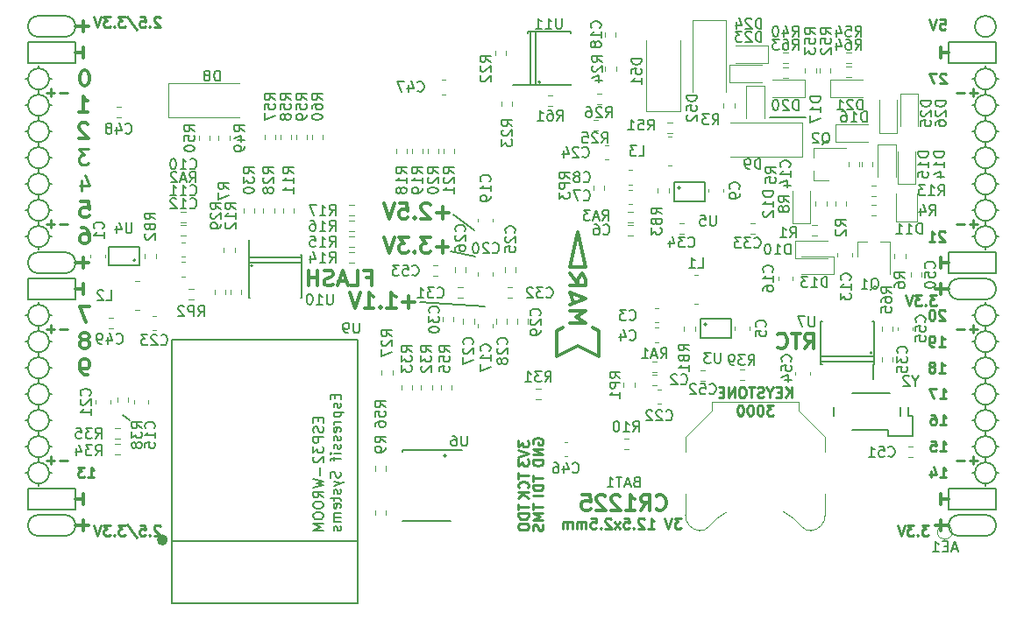
<source format=gbo>
G04 #@! TF.GenerationSoftware,KiCad,Pcbnew,5.0.0-rc2-dev-unknown+dfsg1+20180318-2*
G04 #@! TF.CreationDate,2018-05-23T15:33:37+02:00*
G04 #@! TF.ProjectId,ulx3s,756C7833732E6B696361645F70636200,rev?*
G04 #@! TF.SameCoordinates,Original*
G04 #@! TF.FileFunction,Legend,Bot*
G04 #@! TF.FilePolarity,Positive*
%FSLAX46Y46*%
G04 Gerber Fmt 4.6, Leading zero omitted, Abs format (unit mm)*
G04 Created by KiCad (PCBNEW 5.0.0-rc2-dev-unknown+dfsg1+20180318-2) date Wed May 23 15:33:37 2018*
%MOMM*%
%LPD*%
G01*
G04 APERTURE LIST*
%ADD10C,0.250000*%
%ADD11C,0.200000*%
%ADD12C,0.300000*%
%ADD13C,0.120000*%
%ADD14C,0.150000*%
%ADD15C,0.500000*%
G04 APERTURE END LIST*
D10*
X182887904Y-82575619D02*
X182840285Y-82528000D01*
X182745047Y-82480380D01*
X182506952Y-82480380D01*
X182411714Y-82528000D01*
X182364095Y-82575619D01*
X182316476Y-82670857D01*
X182316476Y-82766095D01*
X182364095Y-82908952D01*
X182935523Y-83480380D01*
X182316476Y-83480380D01*
X181364095Y-83480380D02*
X181935523Y-83480380D01*
X181649809Y-83480380D02*
X181649809Y-82480380D01*
X181745047Y-82623238D01*
X181840285Y-82718476D01*
X181935523Y-82766095D01*
X182887904Y-90195619D02*
X182840285Y-90148000D01*
X182745047Y-90100380D01*
X182506952Y-90100380D01*
X182411714Y-90148000D01*
X182364095Y-90195619D01*
X182316476Y-90290857D01*
X182316476Y-90386095D01*
X182364095Y-90528952D01*
X182935523Y-91100380D01*
X182316476Y-91100380D01*
X181697428Y-90100380D02*
X181602190Y-90100380D01*
X181506952Y-90148000D01*
X181459333Y-90195619D01*
X181411714Y-90290857D01*
X181364095Y-90481333D01*
X181364095Y-90719428D01*
X181411714Y-90909904D01*
X181459333Y-91005142D01*
X181506952Y-91052761D01*
X181602190Y-91100380D01*
X181697428Y-91100380D01*
X181792666Y-91052761D01*
X181840285Y-91005142D01*
X181887904Y-90909904D01*
X181935523Y-90719428D01*
X181935523Y-90481333D01*
X181887904Y-90290857D01*
X181840285Y-90195619D01*
X181792666Y-90148000D01*
X181697428Y-90100380D01*
X182316476Y-93640380D02*
X182887904Y-93640380D01*
X182602190Y-93640380D02*
X182602190Y-92640380D01*
X182697428Y-92783238D01*
X182792666Y-92878476D01*
X182887904Y-92926095D01*
X181840285Y-93640380D02*
X181649809Y-93640380D01*
X181554571Y-93592761D01*
X181506952Y-93545142D01*
X181411714Y-93402285D01*
X181364095Y-93211809D01*
X181364095Y-92830857D01*
X181411714Y-92735619D01*
X181459333Y-92688000D01*
X181554571Y-92640380D01*
X181745047Y-92640380D01*
X181840285Y-92688000D01*
X181887904Y-92735619D01*
X181935523Y-92830857D01*
X181935523Y-93068952D01*
X181887904Y-93164190D01*
X181840285Y-93211809D01*
X181745047Y-93259428D01*
X181554571Y-93259428D01*
X181459333Y-93211809D01*
X181411714Y-93164190D01*
X181364095Y-93068952D01*
X182316476Y-96180380D02*
X182887904Y-96180380D01*
X182602190Y-96180380D02*
X182602190Y-95180380D01*
X182697428Y-95323238D01*
X182792666Y-95418476D01*
X182887904Y-95466095D01*
X181745047Y-95608952D02*
X181840285Y-95561333D01*
X181887904Y-95513714D01*
X181935523Y-95418476D01*
X181935523Y-95370857D01*
X181887904Y-95275619D01*
X181840285Y-95228000D01*
X181745047Y-95180380D01*
X181554571Y-95180380D01*
X181459333Y-95228000D01*
X181411714Y-95275619D01*
X181364095Y-95370857D01*
X181364095Y-95418476D01*
X181411714Y-95513714D01*
X181459333Y-95561333D01*
X181554571Y-95608952D01*
X181745047Y-95608952D01*
X181840285Y-95656571D01*
X181887904Y-95704190D01*
X181935523Y-95799428D01*
X181935523Y-95989904D01*
X181887904Y-96085142D01*
X181840285Y-96132761D01*
X181745047Y-96180380D01*
X181554571Y-96180380D01*
X181459333Y-96132761D01*
X181411714Y-96085142D01*
X181364095Y-95989904D01*
X181364095Y-95799428D01*
X181411714Y-95704190D01*
X181459333Y-95656571D01*
X181554571Y-95608952D01*
D11*
X104148000Y-100808000D02*
X103513000Y-100300000D01*
X169426000Y-71471000D02*
X165997000Y-71471000D01*
D12*
X127003714Y-86984857D02*
X127503714Y-86984857D01*
X127503714Y-87770571D02*
X127503714Y-86270571D01*
X126789428Y-86270571D01*
X125503714Y-87770571D02*
X126218000Y-87770571D01*
X126218000Y-86270571D01*
X125075142Y-87342000D02*
X124360857Y-87342000D01*
X125218000Y-87770571D02*
X124718000Y-86270571D01*
X124218000Y-87770571D01*
X123789428Y-87699142D02*
X123575142Y-87770571D01*
X123218000Y-87770571D01*
X123075142Y-87699142D01*
X123003714Y-87627714D01*
X122932285Y-87484857D01*
X122932285Y-87342000D01*
X123003714Y-87199142D01*
X123075142Y-87127714D01*
X123218000Y-87056285D01*
X123503714Y-86984857D01*
X123646571Y-86913428D01*
X123718000Y-86842000D01*
X123789428Y-86699142D01*
X123789428Y-86556285D01*
X123718000Y-86413428D01*
X123646571Y-86342000D01*
X123503714Y-86270571D01*
X123146571Y-86270571D01*
X122932285Y-86342000D01*
X122289428Y-87770571D02*
X122289428Y-86270571D01*
X122289428Y-86984857D02*
X121432285Y-86984857D01*
X121432285Y-87770571D02*
X121432285Y-86270571D01*
D10*
X157418095Y-110252380D02*
X156799047Y-110252380D01*
X157132380Y-110633333D01*
X156989523Y-110633333D01*
X156894285Y-110680952D01*
X156846666Y-110728571D01*
X156799047Y-110823809D01*
X156799047Y-111061904D01*
X156846666Y-111157142D01*
X156894285Y-111204761D01*
X156989523Y-111252380D01*
X157275238Y-111252380D01*
X157370476Y-111204761D01*
X157418095Y-111157142D01*
X156513333Y-110252380D02*
X156180000Y-111252380D01*
X155846666Y-110252380D01*
X154227619Y-111252380D02*
X154799047Y-111252380D01*
X154513333Y-111252380D02*
X154513333Y-110252380D01*
X154608571Y-110395238D01*
X154703809Y-110490476D01*
X154799047Y-110538095D01*
X153846666Y-110347619D02*
X153799047Y-110300000D01*
X153703809Y-110252380D01*
X153465714Y-110252380D01*
X153370476Y-110300000D01*
X153322857Y-110347619D01*
X153275238Y-110442857D01*
X153275238Y-110538095D01*
X153322857Y-110680952D01*
X153894285Y-111252380D01*
X153275238Y-111252380D01*
X152846666Y-111157142D02*
X152799047Y-111204761D01*
X152846666Y-111252380D01*
X152894285Y-111204761D01*
X152846666Y-111157142D01*
X152846666Y-111252380D01*
X151894285Y-110252380D02*
X152370476Y-110252380D01*
X152418095Y-110728571D01*
X152370476Y-110680952D01*
X152275238Y-110633333D01*
X152037142Y-110633333D01*
X151941904Y-110680952D01*
X151894285Y-110728571D01*
X151846666Y-110823809D01*
X151846666Y-111061904D01*
X151894285Y-111157142D01*
X151941904Y-111204761D01*
X152037142Y-111252380D01*
X152275238Y-111252380D01*
X152370476Y-111204761D01*
X152418095Y-111157142D01*
X151513333Y-111252380D02*
X150989523Y-110585714D01*
X151513333Y-110585714D02*
X150989523Y-111252380D01*
X150656190Y-110347619D02*
X150608571Y-110300000D01*
X150513333Y-110252380D01*
X150275238Y-110252380D01*
X150180000Y-110300000D01*
X150132380Y-110347619D01*
X150084761Y-110442857D01*
X150084761Y-110538095D01*
X150132380Y-110680952D01*
X150703809Y-111252380D01*
X150084761Y-111252380D01*
X149656190Y-111157142D02*
X149608571Y-111204761D01*
X149656190Y-111252380D01*
X149703809Y-111204761D01*
X149656190Y-111157142D01*
X149656190Y-111252380D01*
X148703809Y-110252380D02*
X149180000Y-110252380D01*
X149227619Y-110728571D01*
X149180000Y-110680952D01*
X149084761Y-110633333D01*
X148846666Y-110633333D01*
X148751428Y-110680952D01*
X148703809Y-110728571D01*
X148656190Y-110823809D01*
X148656190Y-111061904D01*
X148703809Y-111157142D01*
X148751428Y-111204761D01*
X148846666Y-111252380D01*
X149084761Y-111252380D01*
X149180000Y-111204761D01*
X149227619Y-111157142D01*
X148227619Y-111252380D02*
X148227619Y-110585714D01*
X148227619Y-110680952D02*
X148180000Y-110633333D01*
X148084761Y-110585714D01*
X147941904Y-110585714D01*
X147846666Y-110633333D01*
X147799047Y-110728571D01*
X147799047Y-111252380D01*
X147799047Y-110728571D02*
X147751428Y-110633333D01*
X147656190Y-110585714D01*
X147513333Y-110585714D01*
X147418095Y-110633333D01*
X147370476Y-110728571D01*
X147370476Y-111252380D01*
X146894285Y-111252380D02*
X146894285Y-110585714D01*
X146894285Y-110680952D02*
X146846666Y-110633333D01*
X146751428Y-110585714D01*
X146608571Y-110585714D01*
X146513333Y-110633333D01*
X146465714Y-110728571D01*
X146465714Y-111252380D01*
X146465714Y-110728571D02*
X146418095Y-110633333D01*
X146322857Y-110585714D01*
X146180000Y-110585714D01*
X146084761Y-110633333D01*
X146037142Y-110728571D01*
X146037142Y-111252380D01*
D11*
X134755000Y-104237000D02*
G75*
G03X134755000Y-104237000I-127000J0D01*
G01*
X135390000Y-80869000D02*
X137422000Y-82393000D01*
X135136000Y-84425000D02*
X137549000Y-84933000D01*
X132215000Y-89378000D02*
X138438000Y-89759000D01*
D10*
X168085000Y-98577380D02*
X168085000Y-97577380D01*
X167513571Y-98577380D02*
X167942142Y-98005952D01*
X167513571Y-97577380D02*
X168085000Y-98148809D01*
X167085000Y-98053571D02*
X166751666Y-98053571D01*
X166608809Y-98577380D02*
X167085000Y-98577380D01*
X167085000Y-97577380D01*
X166608809Y-97577380D01*
X165989761Y-98101190D02*
X165989761Y-98577380D01*
X166323095Y-97577380D02*
X165989761Y-98101190D01*
X165656428Y-97577380D01*
X165370714Y-98529761D02*
X165227857Y-98577380D01*
X164989761Y-98577380D01*
X164894523Y-98529761D01*
X164846904Y-98482142D01*
X164799285Y-98386904D01*
X164799285Y-98291666D01*
X164846904Y-98196428D01*
X164894523Y-98148809D01*
X164989761Y-98101190D01*
X165180238Y-98053571D01*
X165275476Y-98005952D01*
X165323095Y-97958333D01*
X165370714Y-97863095D01*
X165370714Y-97767857D01*
X165323095Y-97672619D01*
X165275476Y-97625000D01*
X165180238Y-97577380D01*
X164942142Y-97577380D01*
X164799285Y-97625000D01*
X164513571Y-97577380D02*
X163942142Y-97577380D01*
X164227857Y-98577380D02*
X164227857Y-97577380D01*
X163418333Y-97577380D02*
X163227857Y-97577380D01*
X163132619Y-97625000D01*
X163037380Y-97720238D01*
X162989761Y-97910714D01*
X162989761Y-98244047D01*
X163037380Y-98434523D01*
X163132619Y-98529761D01*
X163227857Y-98577380D01*
X163418333Y-98577380D01*
X163513571Y-98529761D01*
X163608809Y-98434523D01*
X163656428Y-98244047D01*
X163656428Y-97910714D01*
X163608809Y-97720238D01*
X163513571Y-97625000D01*
X163418333Y-97577380D01*
X162561190Y-98577380D02*
X162561190Y-97577380D01*
X161989761Y-98577380D01*
X161989761Y-97577380D01*
X161513571Y-98053571D02*
X161180238Y-98053571D01*
X161037380Y-98577380D02*
X161513571Y-98577380D01*
X161513571Y-97577380D01*
X161037380Y-97577380D01*
X166346904Y-99327380D02*
X165727857Y-99327380D01*
X166061190Y-99708333D01*
X165918333Y-99708333D01*
X165823095Y-99755952D01*
X165775476Y-99803571D01*
X165727857Y-99898809D01*
X165727857Y-100136904D01*
X165775476Y-100232142D01*
X165823095Y-100279761D01*
X165918333Y-100327380D01*
X166204047Y-100327380D01*
X166299285Y-100279761D01*
X166346904Y-100232142D01*
X165108809Y-99327380D02*
X165013571Y-99327380D01*
X164918333Y-99375000D01*
X164870714Y-99422619D01*
X164823095Y-99517857D01*
X164775476Y-99708333D01*
X164775476Y-99946428D01*
X164823095Y-100136904D01*
X164870714Y-100232142D01*
X164918333Y-100279761D01*
X165013571Y-100327380D01*
X165108809Y-100327380D01*
X165204047Y-100279761D01*
X165251666Y-100232142D01*
X165299285Y-100136904D01*
X165346904Y-99946428D01*
X165346904Y-99708333D01*
X165299285Y-99517857D01*
X165251666Y-99422619D01*
X165204047Y-99375000D01*
X165108809Y-99327380D01*
X164156428Y-99327380D02*
X164061190Y-99327380D01*
X163965952Y-99375000D01*
X163918333Y-99422619D01*
X163870714Y-99517857D01*
X163823095Y-99708333D01*
X163823095Y-99946428D01*
X163870714Y-100136904D01*
X163918333Y-100232142D01*
X163965952Y-100279761D01*
X164061190Y-100327380D01*
X164156428Y-100327380D01*
X164251666Y-100279761D01*
X164299285Y-100232142D01*
X164346904Y-100136904D01*
X164394523Y-99946428D01*
X164394523Y-99708333D01*
X164346904Y-99517857D01*
X164299285Y-99422619D01*
X164251666Y-99375000D01*
X164156428Y-99327380D01*
X163204047Y-99327380D02*
X163108809Y-99327380D01*
X163013571Y-99375000D01*
X162965952Y-99422619D01*
X162918333Y-99517857D01*
X162870714Y-99708333D01*
X162870714Y-99946428D01*
X162918333Y-100136904D01*
X162965952Y-100232142D01*
X163013571Y-100279761D01*
X163108809Y-100327380D01*
X163204047Y-100327380D01*
X163299285Y-100279761D01*
X163346904Y-100232142D01*
X163394523Y-100136904D01*
X163442142Y-99946428D01*
X163442142Y-99708333D01*
X163394523Y-99517857D01*
X163346904Y-99422619D01*
X163299285Y-99375000D01*
X163204047Y-99327380D01*
D12*
X182492000Y-87582000D02*
X182492000Y-88598000D01*
X183254000Y-88090000D02*
X181984000Y-88090000D01*
X182492000Y-110442000D02*
X182492000Y-111458000D01*
X183254000Y-110950000D02*
X181984000Y-110950000D01*
X99688000Y-62182000D02*
X99688000Y-63198000D01*
X98926000Y-62690000D02*
X100196000Y-62690000D01*
X99688000Y-110442000D02*
X99688000Y-111458000D01*
X98926000Y-110950000D02*
X100196000Y-110950000D01*
X99688000Y-85042000D02*
X99688000Y-86058000D01*
X98926000Y-85550000D02*
X100196000Y-85550000D01*
D11*
X187826000Y-62690000D02*
G75*
G03X187826000Y-62690000I-1016000J0D01*
G01*
X184270000Y-87074000D02*
X186810000Y-87074000D01*
X184270000Y-89106000D02*
X186810000Y-89106000D01*
X184270000Y-87074000D02*
G75*
G03X184270000Y-89106000I0J-1016000D01*
G01*
X186810000Y-89106000D02*
G75*
G03X186810000Y-87074000I0J1016000D01*
G01*
X184270000Y-111966000D02*
X186810000Y-111966000D01*
X184270000Y-109934000D02*
X186810000Y-109934000D01*
X184270000Y-109934000D02*
G75*
G03X184270000Y-111966000I0J-1016000D01*
G01*
X186810000Y-111966000D02*
G75*
G03X186810000Y-109934000I0J1016000D01*
G01*
X97910000Y-63706000D02*
G75*
G03X97910000Y-61674000I0J1016000D01*
G01*
X95370000Y-61674000D02*
X97910000Y-61674000D01*
X95370000Y-63706000D02*
X97910000Y-63706000D01*
X95370000Y-61674000D02*
G75*
G03X95370000Y-63706000I0J-1016000D01*
G01*
X95370000Y-86566000D02*
X97910000Y-86566000D01*
X95370000Y-84534000D02*
X97910000Y-84534000D01*
X95370000Y-84534000D02*
G75*
G03X95370000Y-86566000I0J-1016000D01*
G01*
X97910000Y-86566000D02*
G75*
G03X97910000Y-84534000I0J1016000D01*
G01*
X95370000Y-111966000D02*
X97910000Y-111966000D01*
X95370000Y-109934000D02*
X97910000Y-109934000D01*
X95370000Y-109934000D02*
G75*
G03X95370000Y-111966000I0J-1016000D01*
G01*
X97910000Y-111966000D02*
G75*
G03X97910000Y-109934000I0J1016000D01*
G01*
X98926000Y-107394000D02*
X94354000Y-107394000D01*
X98926000Y-109426000D02*
X98926000Y-107394000D01*
X94354000Y-109426000D02*
X98926000Y-109426000D01*
X94354000Y-107394000D02*
X94354000Y-109426000D01*
X187826000Y-107394000D02*
X183254000Y-107394000D01*
X187826000Y-109426000D02*
X187826000Y-107394000D01*
X183254000Y-109426000D02*
X187826000Y-109426000D01*
X183254000Y-107394000D02*
X183254000Y-109426000D01*
X187826000Y-84534000D02*
X183254000Y-84534000D01*
X187826000Y-86566000D02*
X187826000Y-84534000D01*
X183254000Y-86566000D02*
X187826000Y-86566000D01*
X183254000Y-84534000D02*
X183254000Y-86566000D01*
X187826000Y-64214000D02*
X183254000Y-64214000D01*
X187826000Y-66246000D02*
X187826000Y-64214000D01*
X183254000Y-66246000D02*
X187826000Y-66246000D01*
X183254000Y-64214000D02*
X183254000Y-66246000D01*
X98926000Y-64214000D02*
X94354000Y-64214000D01*
X98926000Y-66246000D02*
X98926000Y-64214000D01*
X94354000Y-66246000D02*
X98926000Y-66246000D01*
X94354000Y-64214000D02*
X94354000Y-66246000D01*
X98926000Y-87074000D02*
X94354000Y-87074000D01*
X98926000Y-89106000D02*
X98926000Y-87074000D01*
X94354000Y-89106000D02*
X98926000Y-89106000D01*
X94354000Y-87074000D02*
X94354000Y-89106000D01*
D10*
X186032000Y-91971428D02*
X185270095Y-91971428D01*
X185651047Y-92352380D02*
X185651047Y-91590476D01*
X184793904Y-91971428D02*
X184032000Y-91971428D01*
X186032000Y-69111428D02*
X185270095Y-69111428D01*
X185651047Y-69492380D02*
X185651047Y-68730476D01*
X184793904Y-69111428D02*
X184032000Y-69111428D01*
X186032000Y-81811428D02*
X185270095Y-81811428D01*
X185651047Y-82192380D02*
X185651047Y-81430476D01*
X184793904Y-81811428D02*
X184032000Y-81811428D01*
X186032000Y-104671428D02*
X185270095Y-104671428D01*
X185651047Y-105052380D02*
X185651047Y-104290476D01*
X184793904Y-104671428D02*
X184032000Y-104671428D01*
X98148000Y-104671428D02*
X97386095Y-104671428D01*
X96909904Y-104671428D02*
X96148000Y-104671428D01*
X96528952Y-105052380D02*
X96528952Y-104290476D01*
X98148000Y-91971428D02*
X97386095Y-91971428D01*
X96909904Y-91971428D02*
X96148000Y-91971428D01*
X96528952Y-92352380D02*
X96528952Y-91590476D01*
X98148000Y-81811428D02*
X97386095Y-81811428D01*
X96909904Y-81811428D02*
X96148000Y-81811428D01*
X96528952Y-82192380D02*
X96528952Y-81430476D01*
X98148000Y-69111428D02*
X97386095Y-69111428D01*
X96909904Y-69111428D02*
X96148000Y-69111428D01*
X96528952Y-69492380D02*
X96528952Y-68730476D01*
D12*
X182492000Y-107902000D02*
X182492000Y-108918000D01*
X183254000Y-108410000D02*
X182492000Y-108410000D01*
D11*
X95370000Y-96726000D02*
X95370000Y-97234000D01*
X96386000Y-95710000D02*
X96640000Y-95710000D01*
X94354000Y-95710000D02*
X94100000Y-95710000D01*
X187826000Y-98250000D02*
X188080000Y-98250000D01*
X187826000Y-83010000D02*
X188080000Y-83010000D01*
X95370000Y-107140000D02*
X95370000Y-106886000D01*
X96386000Y-105870000D02*
X96640000Y-105870000D01*
X94354000Y-105870000D02*
X94100000Y-105870000D01*
X94354000Y-103330000D02*
X94100000Y-103330000D01*
X95370000Y-104346000D02*
X95370000Y-104854000D01*
X96386000Y-103330000D02*
X96640000Y-103330000D01*
X94354000Y-100790000D02*
X94100000Y-100790000D01*
X95370000Y-102314000D02*
X95370000Y-101806000D01*
X96386000Y-100790000D02*
X96640000Y-100790000D01*
X95370000Y-99266000D02*
X95370000Y-99774000D01*
X94354000Y-98250000D02*
X94100000Y-98250000D01*
X96386000Y-98250000D02*
X96640000Y-98250000D01*
X95370000Y-94186000D02*
X95370000Y-94694000D01*
X96386000Y-93170000D02*
X96640000Y-93170000D01*
X94354000Y-93170000D02*
X94100000Y-93170000D01*
X94354000Y-90630000D02*
X94100000Y-90630000D01*
X95370000Y-91646000D02*
X95370000Y-92154000D01*
X96640000Y-90630000D02*
X96386000Y-90630000D01*
X95370000Y-89360000D02*
X95370000Y-89614000D01*
X94354000Y-83010000D02*
X94100000Y-83010000D01*
X95370000Y-84280000D02*
X95370000Y-84026000D01*
X96386000Y-83010000D02*
X96640000Y-83010000D01*
X95370000Y-81486000D02*
X95370000Y-81994000D01*
X94354000Y-80470000D02*
X94100000Y-80470000D01*
X96640000Y-80470000D02*
X96386000Y-80470000D01*
X95370000Y-78946000D02*
X95370000Y-79454000D01*
X96386000Y-77930000D02*
X96640000Y-77930000D01*
X94354000Y-77930000D02*
X94100000Y-77930000D01*
X95370000Y-76406000D02*
X95370000Y-76914000D01*
X94354000Y-75390000D02*
X94100000Y-75390000D01*
X96386000Y-75390000D02*
X96640000Y-75390000D01*
X95370000Y-73866000D02*
X95370000Y-74374000D01*
X96386000Y-72850000D02*
X96640000Y-72850000D01*
X94100000Y-72850000D02*
X94354000Y-72850000D01*
X94354000Y-70310000D02*
X94100000Y-70310000D01*
X96640000Y-70310000D02*
X96386000Y-70310000D01*
X95370000Y-71326000D02*
X95370000Y-71834000D01*
X95370000Y-68786000D02*
X95370000Y-69294000D01*
X96386000Y-67770000D02*
X96640000Y-67770000D01*
X94354000Y-67770000D02*
X94100000Y-67770000D01*
X95370000Y-66500000D02*
X95370000Y-66754000D01*
X187826000Y-105870000D02*
X188080000Y-105870000D01*
X186810000Y-107140000D02*
X186810000Y-106886000D01*
X185540000Y-105870000D02*
X185794000Y-105870000D01*
X186810000Y-104346000D02*
X186810000Y-104854000D01*
X187826000Y-103330000D02*
X188080000Y-103330000D01*
X185540000Y-103330000D02*
X185794000Y-103330000D01*
X186810000Y-101806000D02*
X186810000Y-102314000D01*
X187826000Y-100790000D02*
X188080000Y-100790000D01*
X185540000Y-100790000D02*
X185794000Y-100790000D01*
X186810000Y-99266000D02*
X186810000Y-99774000D01*
X185540000Y-98250000D02*
X185794000Y-98250000D01*
X186810000Y-97234000D02*
X186810000Y-96726000D01*
X187826000Y-95710000D02*
X188080000Y-95710000D01*
X185540000Y-95710000D02*
X185794000Y-95710000D01*
X186810000Y-94694000D02*
X186810000Y-94186000D01*
X187826000Y-93170000D02*
X188080000Y-93170000D01*
X185540000Y-93170000D02*
X185794000Y-93170000D01*
X186810000Y-92154000D02*
X186810000Y-91646000D01*
X187826000Y-90630000D02*
X188080000Y-90630000D01*
X185540000Y-90630000D02*
X185794000Y-90630000D01*
X186810000Y-89360000D02*
X186810000Y-89614000D01*
X186810000Y-84280000D02*
X186810000Y-84026000D01*
X185540000Y-83010000D02*
X185794000Y-83010000D01*
X186810000Y-81994000D02*
X186810000Y-81486000D01*
X185794000Y-80470000D02*
X185540000Y-80470000D01*
X187826000Y-80470000D02*
X188080000Y-80470000D01*
X186810000Y-78946000D02*
X186810000Y-79454000D01*
X185794000Y-77930000D02*
X185540000Y-77930000D01*
X187826000Y-77930000D02*
X188080000Y-77930000D01*
X186810000Y-76406000D02*
X186810000Y-76914000D01*
X186810000Y-73866000D02*
X186810000Y-74374000D01*
X185794000Y-75390000D02*
X185540000Y-75390000D01*
X187826000Y-75390000D02*
X188080000Y-75390000D01*
X187826000Y-72850000D02*
X188080000Y-72850000D01*
X185540000Y-72850000D02*
X185794000Y-72850000D01*
X186810000Y-71834000D02*
X186810000Y-71326000D01*
X187826000Y-70310000D02*
X188080000Y-70310000D01*
X185540000Y-70310000D02*
X185794000Y-70310000D01*
X187826000Y-67770000D02*
X188080000Y-67770000D01*
X186810000Y-68786000D02*
X186810000Y-69294000D01*
X185540000Y-67770000D02*
X185794000Y-67770000D01*
X186810000Y-66500000D02*
X186810000Y-66754000D01*
X187826000Y-67770000D02*
G75*
G03X187826000Y-67770000I-1016000J0D01*
G01*
X187826000Y-70310000D02*
G75*
G03X187826000Y-70310000I-1016000J0D01*
G01*
X187826000Y-72850000D02*
G75*
G03X187826000Y-72850000I-1016000J0D01*
G01*
X187826000Y-75390000D02*
G75*
G03X187826000Y-75390000I-1016000J0D01*
G01*
X187826000Y-77930000D02*
G75*
G03X187826000Y-77930000I-1016000J0D01*
G01*
X187826000Y-80470000D02*
G75*
G03X187826000Y-80470000I-1016000J0D01*
G01*
X187826000Y-83010000D02*
G75*
G03X187826000Y-83010000I-1016000J0D01*
G01*
X187826000Y-90630000D02*
G75*
G03X187826000Y-90630000I-1016000J0D01*
G01*
X187826000Y-93170000D02*
G75*
G03X187826000Y-93170000I-1016000J0D01*
G01*
X187826000Y-95710000D02*
G75*
G03X187826000Y-95710000I-1016000J0D01*
G01*
X187826000Y-98250000D02*
G75*
G03X187826000Y-98250000I-1016000J0D01*
G01*
X187826000Y-100790000D02*
G75*
G03X187826000Y-100790000I-1016000J0D01*
G01*
X187826000Y-103330000D02*
G75*
G03X187826000Y-103330000I-1016000J0D01*
G01*
X187826000Y-105870000D02*
G75*
G03X187826000Y-105870000I-1016000J0D01*
G01*
X96386000Y-105870000D02*
G75*
G03X96386000Y-105870000I-1016000J0D01*
G01*
X96386000Y-103330000D02*
G75*
G03X96386000Y-103330000I-1016000J0D01*
G01*
X96386000Y-100790000D02*
G75*
G03X96386000Y-100790000I-1016000J0D01*
G01*
X96386000Y-98250000D02*
G75*
G03X96386000Y-98250000I-1016000J0D01*
G01*
X96386000Y-95710000D02*
G75*
G03X96386000Y-95710000I-1016000J0D01*
G01*
X96386000Y-93170000D02*
G75*
G03X96386000Y-93170000I-1016000J0D01*
G01*
X96386000Y-90630000D02*
G75*
G03X96386000Y-90630000I-1016000J0D01*
G01*
X96386000Y-83010000D02*
G75*
G03X96386000Y-83010000I-1016000J0D01*
G01*
X96386000Y-80470000D02*
G75*
G03X96386000Y-80470000I-1016000J0D01*
G01*
X96386000Y-77930000D02*
G75*
G03X96386000Y-77930000I-1016000J0D01*
G01*
X96386000Y-75390000D02*
G75*
G03X96386000Y-75390000I-1016000J0D01*
G01*
X96386000Y-72850000D02*
G75*
G03X96386000Y-72850000I-1016000J0D01*
G01*
X96386000Y-70310000D02*
G75*
G03X96386000Y-70310000I-1016000J0D01*
G01*
X96386000Y-67770000D02*
G75*
G03X96386000Y-67770000I-1016000J0D01*
G01*
D10*
X182428476Y-62015380D02*
X182904666Y-62015380D01*
X182952285Y-62491571D01*
X182904666Y-62443952D01*
X182809428Y-62396333D01*
X182571333Y-62396333D01*
X182476095Y-62443952D01*
X182428476Y-62491571D01*
X182380857Y-62586809D01*
X182380857Y-62824904D01*
X182428476Y-62920142D01*
X182476095Y-62967761D01*
X182571333Y-63015380D01*
X182809428Y-63015380D01*
X182904666Y-62967761D01*
X182952285Y-62920142D01*
X182095142Y-62015380D02*
X181761809Y-63015380D01*
X181428476Y-62015380D01*
D12*
X182492000Y-64722000D02*
X182492000Y-65738000D01*
X183254000Y-65230000D02*
X182492000Y-65230000D01*
D10*
X182999904Y-67317619D02*
X182952285Y-67270000D01*
X182857047Y-67222380D01*
X182618952Y-67222380D01*
X182523714Y-67270000D01*
X182476095Y-67317619D01*
X182428476Y-67412857D01*
X182428476Y-67508095D01*
X182476095Y-67650952D01*
X183047523Y-68222380D01*
X182428476Y-68222380D01*
X182095142Y-67222380D02*
X181428476Y-67222380D01*
X181857047Y-68222380D01*
D12*
X182492000Y-85042000D02*
X182492000Y-86058000D01*
X183254000Y-85550000D02*
X182492000Y-85550000D01*
D10*
X182078190Y-88703380D02*
X181459142Y-88703380D01*
X181792476Y-89084333D01*
X181649619Y-89084333D01*
X181554380Y-89131952D01*
X181506761Y-89179571D01*
X181459142Y-89274809D01*
X181459142Y-89512904D01*
X181506761Y-89608142D01*
X181554380Y-89655761D01*
X181649619Y-89703380D01*
X181935333Y-89703380D01*
X182030571Y-89655761D01*
X182078190Y-89608142D01*
X181030571Y-89608142D02*
X180982952Y-89655761D01*
X181030571Y-89703380D01*
X181078190Y-89655761D01*
X181030571Y-89608142D01*
X181030571Y-89703380D01*
X180649619Y-88703380D02*
X180030571Y-88703380D01*
X180363904Y-89084333D01*
X180221047Y-89084333D01*
X180125809Y-89131952D01*
X180078190Y-89179571D01*
X180030571Y-89274809D01*
X180030571Y-89512904D01*
X180078190Y-89608142D01*
X180125809Y-89655761D01*
X180221047Y-89703380D01*
X180506761Y-89703380D01*
X180602000Y-89655761D01*
X180649619Y-89608142D01*
X179744857Y-88703380D02*
X179411523Y-89703380D01*
X179078190Y-88703380D01*
X182428476Y-98702380D02*
X182999904Y-98702380D01*
X182714190Y-98702380D02*
X182714190Y-97702380D01*
X182809428Y-97845238D01*
X182904666Y-97940476D01*
X182999904Y-97988095D01*
X182095142Y-97702380D02*
X181428476Y-97702380D01*
X181857047Y-98702380D01*
X182428476Y-101242380D02*
X182999904Y-101242380D01*
X182714190Y-101242380D02*
X182714190Y-100242380D01*
X182809428Y-100385238D01*
X182904666Y-100480476D01*
X182999904Y-100528095D01*
X181571333Y-100242380D02*
X181761809Y-100242380D01*
X181857047Y-100290000D01*
X181904666Y-100337619D01*
X181999904Y-100480476D01*
X182047523Y-100670952D01*
X182047523Y-101051904D01*
X181999904Y-101147142D01*
X181952285Y-101194761D01*
X181857047Y-101242380D01*
X181666571Y-101242380D01*
X181571333Y-101194761D01*
X181523714Y-101147142D01*
X181476095Y-101051904D01*
X181476095Y-100813809D01*
X181523714Y-100718571D01*
X181571333Y-100670952D01*
X181666571Y-100623333D01*
X181857047Y-100623333D01*
X181952285Y-100670952D01*
X181999904Y-100718571D01*
X182047523Y-100813809D01*
X182428476Y-103782380D02*
X182999904Y-103782380D01*
X182714190Y-103782380D02*
X182714190Y-102782380D01*
X182809428Y-102925238D01*
X182904666Y-103020476D01*
X182999904Y-103068095D01*
X181523714Y-102782380D02*
X181999904Y-102782380D01*
X182047523Y-103258571D01*
X181999904Y-103210952D01*
X181904666Y-103163333D01*
X181666571Y-103163333D01*
X181571333Y-103210952D01*
X181523714Y-103258571D01*
X181476095Y-103353809D01*
X181476095Y-103591904D01*
X181523714Y-103687142D01*
X181571333Y-103734761D01*
X181666571Y-103782380D01*
X181904666Y-103782380D01*
X181999904Y-103734761D01*
X182047523Y-103687142D01*
X182428476Y-106322380D02*
X182999904Y-106322380D01*
X182714190Y-106322380D02*
X182714190Y-105322380D01*
X182809428Y-105465238D01*
X182904666Y-105560476D01*
X182999904Y-105608095D01*
X181571333Y-105655714D02*
X181571333Y-106322380D01*
X181809428Y-105274761D02*
X182047523Y-105989047D01*
X181428476Y-105989047D01*
X181312642Y-110928380D02*
X180693595Y-110928380D01*
X181026928Y-111309333D01*
X180884071Y-111309333D01*
X180788833Y-111356952D01*
X180741214Y-111404571D01*
X180693595Y-111499809D01*
X180693595Y-111737904D01*
X180741214Y-111833142D01*
X180788833Y-111880761D01*
X180884071Y-111928380D01*
X181169785Y-111928380D01*
X181265023Y-111880761D01*
X181312642Y-111833142D01*
X180265023Y-111833142D02*
X180217404Y-111880761D01*
X180265023Y-111928380D01*
X180312642Y-111880761D01*
X180265023Y-111833142D01*
X180265023Y-111928380D01*
X179884071Y-110928380D02*
X179265023Y-110928380D01*
X179598357Y-111309333D01*
X179455500Y-111309333D01*
X179360261Y-111356952D01*
X179312642Y-111404571D01*
X179265023Y-111499809D01*
X179265023Y-111737904D01*
X179312642Y-111833142D01*
X179360261Y-111880761D01*
X179455500Y-111928380D01*
X179741214Y-111928380D01*
X179836452Y-111880761D01*
X179884071Y-111833142D01*
X178979309Y-110928380D02*
X178645976Y-111928380D01*
X178312642Y-110928380D01*
D12*
X99688000Y-108918000D02*
X99688000Y-107902000D01*
X98926000Y-108410000D02*
X99688000Y-108410000D01*
X99688000Y-88598000D02*
X99688000Y-87582000D01*
X98926000Y-88090000D02*
X99688000Y-88090000D01*
X99688000Y-64722000D02*
X99688000Y-65738000D01*
X98926000Y-65230000D02*
X99688000Y-65230000D01*
D10*
X107103690Y-111023619D02*
X107056071Y-110976000D01*
X106960833Y-110928380D01*
X106722738Y-110928380D01*
X106627500Y-110976000D01*
X106579880Y-111023619D01*
X106532261Y-111118857D01*
X106532261Y-111214095D01*
X106579880Y-111356952D01*
X107151309Y-111928380D01*
X106532261Y-111928380D01*
X106103690Y-111833142D02*
X106056071Y-111880761D01*
X106103690Y-111928380D01*
X106151309Y-111880761D01*
X106103690Y-111833142D01*
X106103690Y-111928380D01*
X105151309Y-110928380D02*
X105627500Y-110928380D01*
X105675119Y-111404571D01*
X105627500Y-111356952D01*
X105532261Y-111309333D01*
X105294166Y-111309333D01*
X105198928Y-111356952D01*
X105151309Y-111404571D01*
X105103690Y-111499809D01*
X105103690Y-111737904D01*
X105151309Y-111833142D01*
X105198928Y-111880761D01*
X105294166Y-111928380D01*
X105532261Y-111928380D01*
X105627500Y-111880761D01*
X105675119Y-111833142D01*
X103960833Y-110880761D02*
X104817976Y-112166476D01*
X103722738Y-110928380D02*
X103103690Y-110928380D01*
X103437023Y-111309333D01*
X103294166Y-111309333D01*
X103198928Y-111356952D01*
X103151309Y-111404571D01*
X103103690Y-111499809D01*
X103103690Y-111737904D01*
X103151309Y-111833142D01*
X103198928Y-111880761D01*
X103294166Y-111928380D01*
X103579880Y-111928380D01*
X103675119Y-111880761D01*
X103722738Y-111833142D01*
X102675119Y-111833142D02*
X102627500Y-111880761D01*
X102675119Y-111928380D01*
X102722738Y-111880761D01*
X102675119Y-111833142D01*
X102675119Y-111928380D01*
X102294166Y-110928380D02*
X101675119Y-110928380D01*
X102008452Y-111309333D01*
X101865595Y-111309333D01*
X101770357Y-111356952D01*
X101722738Y-111404571D01*
X101675119Y-111499809D01*
X101675119Y-111737904D01*
X101722738Y-111833142D01*
X101770357Y-111880761D01*
X101865595Y-111928380D01*
X102151309Y-111928380D01*
X102246547Y-111880761D01*
X102294166Y-111833142D01*
X101389404Y-110928380D02*
X101056071Y-111928380D01*
X100722738Y-110928380D01*
X100132476Y-106322380D02*
X100703904Y-106322380D01*
X100418190Y-106322380D02*
X100418190Y-105322380D01*
X100513428Y-105465238D01*
X100608666Y-105560476D01*
X100703904Y-105608095D01*
X99799142Y-105322380D02*
X99180095Y-105322380D01*
X99513428Y-105703333D01*
X99370571Y-105703333D01*
X99275333Y-105750952D01*
X99227714Y-105798571D01*
X99180095Y-105893809D01*
X99180095Y-106131904D01*
X99227714Y-106227142D01*
X99275333Y-106274761D01*
X99370571Y-106322380D01*
X99656285Y-106322380D01*
X99751523Y-106274761D01*
X99799142Y-106227142D01*
D12*
X100100714Y-96388571D02*
X99815000Y-96388571D01*
X99672142Y-96317142D01*
X99600714Y-96245714D01*
X99457857Y-96031428D01*
X99386428Y-95745714D01*
X99386428Y-95174285D01*
X99457857Y-95031428D01*
X99529285Y-94960000D01*
X99672142Y-94888571D01*
X99957857Y-94888571D01*
X100100714Y-94960000D01*
X100172142Y-95031428D01*
X100243571Y-95174285D01*
X100243571Y-95531428D01*
X100172142Y-95674285D01*
X100100714Y-95745714D01*
X99957857Y-95817142D01*
X99672142Y-95817142D01*
X99529285Y-95745714D01*
X99457857Y-95674285D01*
X99386428Y-95531428D01*
X99957857Y-92991428D02*
X100100714Y-92920000D01*
X100172142Y-92848571D01*
X100243571Y-92705714D01*
X100243571Y-92634285D01*
X100172142Y-92491428D01*
X100100714Y-92420000D01*
X99957857Y-92348571D01*
X99672142Y-92348571D01*
X99529285Y-92420000D01*
X99457857Y-92491428D01*
X99386428Y-92634285D01*
X99386428Y-92705714D01*
X99457857Y-92848571D01*
X99529285Y-92920000D01*
X99672142Y-92991428D01*
X99957857Y-92991428D01*
X100100714Y-93062857D01*
X100172142Y-93134285D01*
X100243571Y-93277142D01*
X100243571Y-93562857D01*
X100172142Y-93705714D01*
X100100714Y-93777142D01*
X99957857Y-93848571D01*
X99672142Y-93848571D01*
X99529285Y-93777142D01*
X99457857Y-93705714D01*
X99386428Y-93562857D01*
X99386428Y-93277142D01*
X99457857Y-93134285D01*
X99529285Y-93062857D01*
X99672142Y-92991428D01*
X100315000Y-89808571D02*
X99315000Y-89808571D01*
X99957857Y-91308571D01*
X99529285Y-82188571D02*
X99815000Y-82188571D01*
X99957857Y-82260000D01*
X100029285Y-82331428D01*
X100172142Y-82545714D01*
X100243571Y-82831428D01*
X100243571Y-83402857D01*
X100172142Y-83545714D01*
X100100714Y-83617142D01*
X99957857Y-83688571D01*
X99672142Y-83688571D01*
X99529285Y-83617142D01*
X99457857Y-83545714D01*
X99386428Y-83402857D01*
X99386428Y-83045714D01*
X99457857Y-82902857D01*
X99529285Y-82831428D01*
X99672142Y-82760000D01*
X99957857Y-82760000D01*
X100100714Y-82831428D01*
X100172142Y-82902857D01*
X100243571Y-83045714D01*
X99457857Y-79648571D02*
X100172142Y-79648571D01*
X100243571Y-80362857D01*
X100172142Y-80291428D01*
X100029285Y-80220000D01*
X99672142Y-80220000D01*
X99529285Y-80291428D01*
X99457857Y-80362857D01*
X99386428Y-80505714D01*
X99386428Y-80862857D01*
X99457857Y-81005714D01*
X99529285Y-81077142D01*
X99672142Y-81148571D01*
X100029285Y-81148571D01*
X100172142Y-81077142D01*
X100243571Y-81005714D01*
D10*
X99529285Y-77608571D02*
X99529285Y-78608571D01*
X99886428Y-77037142D02*
X100243571Y-78108571D01*
X99315000Y-78108571D01*
X100188000Y-74568571D02*
X99259428Y-74568571D01*
X99759428Y-75140000D01*
X99545142Y-75140000D01*
X99402285Y-75211428D01*
X99330857Y-75282857D01*
X99259428Y-75425714D01*
X99259428Y-75782857D01*
X99330857Y-75925714D01*
X99402285Y-75997142D01*
X99545142Y-76068571D01*
X99973714Y-76068571D01*
X100116571Y-75997142D01*
X100188000Y-75925714D01*
D12*
X100116571Y-72171428D02*
X100045142Y-72100000D01*
X99902285Y-72028571D01*
X99545142Y-72028571D01*
X99402285Y-72100000D01*
X99330857Y-72171428D01*
X99259428Y-72314285D01*
X99259428Y-72457142D01*
X99330857Y-72671428D01*
X100188000Y-73528571D01*
X99259428Y-73528571D01*
X99259428Y-70988571D02*
X100116571Y-70988571D01*
X99688000Y-70988571D02*
X99688000Y-69488571D01*
X99830857Y-69702857D01*
X99973714Y-69845714D01*
X100116571Y-69917142D01*
X99886428Y-66948571D02*
X99743571Y-66948571D01*
X99600714Y-67020000D01*
X99529285Y-67091428D01*
X99457857Y-67234285D01*
X99386428Y-67520000D01*
X99386428Y-67877142D01*
X99457857Y-68162857D01*
X99529285Y-68305714D01*
X99600714Y-68377142D01*
X99743571Y-68448571D01*
X99886428Y-68448571D01*
X100029285Y-68377142D01*
X100100714Y-68305714D01*
X100172142Y-68162857D01*
X100243571Y-67877142D01*
X100243571Y-67520000D01*
X100172142Y-67234285D01*
X100100714Y-67091428D01*
X100029285Y-67020000D01*
X99886428Y-66948571D01*
D10*
X107103690Y-61874619D02*
X107056071Y-61827000D01*
X106960833Y-61779380D01*
X106722738Y-61779380D01*
X106627500Y-61827000D01*
X106579880Y-61874619D01*
X106532261Y-61969857D01*
X106532261Y-62065095D01*
X106579880Y-62207952D01*
X107151309Y-62779380D01*
X106532261Y-62779380D01*
X106103690Y-62684142D02*
X106056071Y-62731761D01*
X106103690Y-62779380D01*
X106151309Y-62731761D01*
X106103690Y-62684142D01*
X106103690Y-62779380D01*
X105151309Y-61779380D02*
X105627500Y-61779380D01*
X105675119Y-62255571D01*
X105627500Y-62207952D01*
X105532261Y-62160333D01*
X105294166Y-62160333D01*
X105198928Y-62207952D01*
X105151309Y-62255571D01*
X105103690Y-62350809D01*
X105103690Y-62588904D01*
X105151309Y-62684142D01*
X105198928Y-62731761D01*
X105294166Y-62779380D01*
X105532261Y-62779380D01*
X105627500Y-62731761D01*
X105675119Y-62684142D01*
X103960833Y-61731761D02*
X104817976Y-63017476D01*
X103722738Y-61779380D02*
X103103690Y-61779380D01*
X103437023Y-62160333D01*
X103294166Y-62160333D01*
X103198928Y-62207952D01*
X103151309Y-62255571D01*
X103103690Y-62350809D01*
X103103690Y-62588904D01*
X103151309Y-62684142D01*
X103198928Y-62731761D01*
X103294166Y-62779380D01*
X103579880Y-62779380D01*
X103675119Y-62731761D01*
X103722738Y-62684142D01*
X102675119Y-62684142D02*
X102627500Y-62731761D01*
X102675119Y-62779380D01*
X102722738Y-62731761D01*
X102675119Y-62684142D01*
X102675119Y-62779380D01*
X102294166Y-61779380D02*
X101675119Y-61779380D01*
X102008452Y-62160333D01*
X101865595Y-62160333D01*
X101770357Y-62207952D01*
X101722738Y-62255571D01*
X101675119Y-62350809D01*
X101675119Y-62588904D01*
X101722738Y-62684142D01*
X101770357Y-62731761D01*
X101865595Y-62779380D01*
X102151309Y-62779380D01*
X102246547Y-62731761D01*
X102294166Y-62684142D01*
X101389404Y-61779380D02*
X101056071Y-62779380D01*
X100722738Y-61779380D01*
D12*
X155027857Y-109335714D02*
X155099285Y-109407142D01*
X155313571Y-109478571D01*
X155456428Y-109478571D01*
X155670714Y-109407142D01*
X155813571Y-109264285D01*
X155885000Y-109121428D01*
X155956428Y-108835714D01*
X155956428Y-108621428D01*
X155885000Y-108335714D01*
X155813571Y-108192857D01*
X155670714Y-108050000D01*
X155456428Y-107978571D01*
X155313571Y-107978571D01*
X155099285Y-108050000D01*
X155027857Y-108121428D01*
X153527857Y-109478571D02*
X154027857Y-108764285D01*
X154385000Y-109478571D02*
X154385000Y-107978571D01*
X153813571Y-107978571D01*
X153670714Y-108050000D01*
X153599285Y-108121428D01*
X153527857Y-108264285D01*
X153527857Y-108478571D01*
X153599285Y-108621428D01*
X153670714Y-108692857D01*
X153813571Y-108764285D01*
X154385000Y-108764285D01*
X152099285Y-109478571D02*
X152956428Y-109478571D01*
X152527857Y-109478571D02*
X152527857Y-107978571D01*
X152670714Y-108192857D01*
X152813571Y-108335714D01*
X152956428Y-108407142D01*
X151527857Y-108121428D02*
X151456428Y-108050000D01*
X151313571Y-107978571D01*
X150956428Y-107978571D01*
X150813571Y-108050000D01*
X150742142Y-108121428D01*
X150670714Y-108264285D01*
X150670714Y-108407142D01*
X150742142Y-108621428D01*
X151599285Y-109478571D01*
X150670714Y-109478571D01*
X150099285Y-108121428D02*
X150027857Y-108050000D01*
X149885000Y-107978571D01*
X149527857Y-107978571D01*
X149385000Y-108050000D01*
X149313571Y-108121428D01*
X149242142Y-108264285D01*
X149242142Y-108407142D01*
X149313571Y-108621428D01*
X150170714Y-109478571D01*
X149242142Y-109478571D01*
X147885000Y-107978571D02*
X148599285Y-107978571D01*
X148670714Y-108692857D01*
X148599285Y-108621428D01*
X148456428Y-108550000D01*
X148099285Y-108550000D01*
X147956428Y-108621428D01*
X147885000Y-108692857D01*
X147813571Y-108835714D01*
X147813571Y-109192857D01*
X147885000Y-109335714D01*
X147956428Y-109407142D01*
X148099285Y-109478571D01*
X148456428Y-109478571D01*
X148599285Y-109407142D01*
X148670714Y-109335714D01*
X134961000Y-80722142D02*
X133818142Y-80722142D01*
X134389571Y-81293571D02*
X134389571Y-80150714D01*
X133175285Y-79936428D02*
X133103857Y-79865000D01*
X132961000Y-79793571D01*
X132603857Y-79793571D01*
X132461000Y-79865000D01*
X132389571Y-79936428D01*
X132318142Y-80079285D01*
X132318142Y-80222142D01*
X132389571Y-80436428D01*
X133246714Y-81293571D01*
X132318142Y-81293571D01*
X131675285Y-81150714D02*
X131603857Y-81222142D01*
X131675285Y-81293571D01*
X131746714Y-81222142D01*
X131675285Y-81150714D01*
X131675285Y-81293571D01*
X130246714Y-79793571D02*
X130961000Y-79793571D01*
X131032428Y-80507857D01*
X130961000Y-80436428D01*
X130818142Y-80365000D01*
X130461000Y-80365000D01*
X130318142Y-80436428D01*
X130246714Y-80507857D01*
X130175285Y-80650714D01*
X130175285Y-81007857D01*
X130246714Y-81150714D01*
X130318142Y-81222142D01*
X130461000Y-81293571D01*
X130818142Y-81293571D01*
X130961000Y-81222142D01*
X131032428Y-81150714D01*
X129746714Y-79793571D02*
X129246714Y-81293571D01*
X128746714Y-79793571D01*
X134946000Y-84024142D02*
X133803142Y-84024142D01*
X134374571Y-84595571D02*
X134374571Y-83452714D01*
X133231714Y-83095571D02*
X132303142Y-83095571D01*
X132803142Y-83667000D01*
X132588857Y-83667000D01*
X132446000Y-83738428D01*
X132374571Y-83809857D01*
X132303142Y-83952714D01*
X132303142Y-84309857D01*
X132374571Y-84452714D01*
X132446000Y-84524142D01*
X132588857Y-84595571D01*
X133017428Y-84595571D01*
X133160285Y-84524142D01*
X133231714Y-84452714D01*
X131660285Y-84452714D02*
X131588857Y-84524142D01*
X131660285Y-84595571D01*
X131731714Y-84524142D01*
X131660285Y-84452714D01*
X131660285Y-84595571D01*
X131088857Y-83095571D02*
X130160285Y-83095571D01*
X130660285Y-83667000D01*
X130446000Y-83667000D01*
X130303142Y-83738428D01*
X130231714Y-83809857D01*
X130160285Y-83952714D01*
X130160285Y-84309857D01*
X130231714Y-84452714D01*
X130303142Y-84524142D01*
X130446000Y-84595571D01*
X130874571Y-84595571D01*
X131017428Y-84524142D01*
X131088857Y-84452714D01*
X129731714Y-83095571D02*
X129231714Y-84595571D01*
X128731714Y-83095571D01*
X131659000Y-89358142D02*
X130516142Y-89358142D01*
X131087571Y-89929571D02*
X131087571Y-88786714D01*
X129016142Y-89929571D02*
X129873285Y-89929571D01*
X129444714Y-89929571D02*
X129444714Y-88429571D01*
X129587571Y-88643857D01*
X129730428Y-88786714D01*
X129873285Y-88858142D01*
X128373285Y-89786714D02*
X128301857Y-89858142D01*
X128373285Y-89929571D01*
X128444714Y-89858142D01*
X128373285Y-89786714D01*
X128373285Y-89929571D01*
X126873285Y-89929571D02*
X127730428Y-89929571D01*
X127301857Y-89929571D02*
X127301857Y-88429571D01*
X127444714Y-88643857D01*
X127587571Y-88786714D01*
X127730428Y-88858142D01*
X126444714Y-88429571D02*
X125944714Y-89929571D01*
X125444714Y-88429571D01*
D10*
X141685380Y-105854285D02*
X141685380Y-106425714D01*
X142685380Y-106140000D02*
X141685380Y-106140000D01*
X142590142Y-107330476D02*
X142637761Y-107282857D01*
X142685380Y-107140000D01*
X142685380Y-107044761D01*
X142637761Y-106901904D01*
X142542523Y-106806666D01*
X142447285Y-106759047D01*
X142256809Y-106711428D01*
X142113952Y-106711428D01*
X141923476Y-106759047D01*
X141828238Y-106806666D01*
X141733000Y-106901904D01*
X141685380Y-107044761D01*
X141685380Y-107140000D01*
X141733000Y-107282857D01*
X141780619Y-107330476D01*
X142685380Y-107759047D02*
X141685380Y-107759047D01*
X142685380Y-108330476D02*
X142113952Y-107901904D01*
X141685380Y-108330476D02*
X142256809Y-107759047D01*
X141685380Y-102726904D02*
X141685380Y-103345952D01*
X142066333Y-103012619D01*
X142066333Y-103155476D01*
X142113952Y-103250714D01*
X142161571Y-103298333D01*
X142256809Y-103345952D01*
X142494904Y-103345952D01*
X142590142Y-103298333D01*
X142637761Y-103250714D01*
X142685380Y-103155476D01*
X142685380Y-102869761D01*
X142637761Y-102774523D01*
X142590142Y-102726904D01*
X141685380Y-103631666D02*
X142685380Y-103965000D01*
X141685380Y-104298333D01*
X141685380Y-104536428D02*
X141685380Y-105155476D01*
X142066333Y-104822142D01*
X142066333Y-104965000D01*
X142113952Y-105060238D01*
X142161571Y-105107857D01*
X142256809Y-105155476D01*
X142494904Y-105155476D01*
X142590142Y-105107857D01*
X142637761Y-105060238D01*
X142685380Y-104965000D01*
X142685380Y-104679285D01*
X142637761Y-104584047D01*
X142590142Y-104536428D01*
X141685380Y-108878476D02*
X141685380Y-109449904D01*
X142685380Y-109164190D02*
X141685380Y-109164190D01*
X142685380Y-109783238D02*
X141685380Y-109783238D01*
X141685380Y-110021333D01*
X141733000Y-110164190D01*
X141828238Y-110259428D01*
X141923476Y-110307047D01*
X142113952Y-110354666D01*
X142256809Y-110354666D01*
X142447285Y-110307047D01*
X142542523Y-110259428D01*
X142637761Y-110164190D01*
X142685380Y-110021333D01*
X142685380Y-109783238D01*
X141685380Y-110973714D02*
X141685380Y-111164190D01*
X141733000Y-111259428D01*
X141828238Y-111354666D01*
X142018714Y-111402285D01*
X142352047Y-111402285D01*
X142542523Y-111354666D01*
X142637761Y-111259428D01*
X142685380Y-111164190D01*
X142685380Y-110973714D01*
X142637761Y-110878476D01*
X142542523Y-110783238D01*
X142352047Y-110735619D01*
X142018714Y-110735619D01*
X141828238Y-110783238D01*
X141733000Y-110878476D01*
X141685380Y-110973714D01*
X143130000Y-103076095D02*
X143082380Y-102980857D01*
X143082380Y-102838000D01*
X143130000Y-102695142D01*
X143225238Y-102599904D01*
X143320476Y-102552285D01*
X143510952Y-102504666D01*
X143653809Y-102504666D01*
X143844285Y-102552285D01*
X143939523Y-102599904D01*
X144034761Y-102695142D01*
X144082380Y-102838000D01*
X144082380Y-102933238D01*
X144034761Y-103076095D01*
X143987142Y-103123714D01*
X143653809Y-103123714D01*
X143653809Y-102933238D01*
X144082380Y-103552285D02*
X143082380Y-103552285D01*
X144082380Y-104123714D01*
X143082380Y-104123714D01*
X144082380Y-104599904D02*
X143082380Y-104599904D01*
X143082380Y-104838000D01*
X143130000Y-104980857D01*
X143225238Y-105076095D01*
X143320476Y-105123714D01*
X143510952Y-105171333D01*
X143653809Y-105171333D01*
X143844285Y-105123714D01*
X143939523Y-105076095D01*
X144034761Y-104980857D01*
X144082380Y-104838000D01*
X144082380Y-104599904D01*
X143082380Y-106116190D02*
X143082380Y-106687619D01*
X144082380Y-106401904D02*
X143082380Y-106401904D01*
X144082380Y-107020952D02*
X143082380Y-107020952D01*
X143082380Y-107259047D01*
X143130000Y-107401904D01*
X143225238Y-107497142D01*
X143320476Y-107544761D01*
X143510952Y-107592380D01*
X143653809Y-107592380D01*
X143844285Y-107544761D01*
X143939523Y-107497142D01*
X144034761Y-107401904D01*
X144082380Y-107259047D01*
X144082380Y-107020952D01*
X144082380Y-108020952D02*
X143082380Y-108020952D01*
X143082380Y-108854666D02*
X143082380Y-109426095D01*
X144082380Y-109140380D02*
X143082380Y-109140380D01*
X144082380Y-109759428D02*
X143082380Y-109759428D01*
X143796666Y-110092761D01*
X143082380Y-110426095D01*
X144082380Y-110426095D01*
X144034761Y-110854666D02*
X144082380Y-110997523D01*
X144082380Y-111235619D01*
X144034761Y-111330857D01*
X143987142Y-111378476D01*
X143891904Y-111426095D01*
X143796666Y-111426095D01*
X143701428Y-111378476D01*
X143653809Y-111330857D01*
X143606190Y-111235619D01*
X143558571Y-111045142D01*
X143510952Y-110949904D01*
X143463333Y-110902285D01*
X143368095Y-110854666D01*
X143272857Y-110854666D01*
X143177619Y-110902285D01*
X143130000Y-110949904D01*
X143082380Y-111045142D01*
X143082380Y-111283238D01*
X143130000Y-111426095D01*
D12*
X169394142Y-93866571D02*
X169894142Y-93152285D01*
X170251285Y-93866571D02*
X170251285Y-92366571D01*
X169679857Y-92366571D01*
X169537000Y-92438000D01*
X169465571Y-92509428D01*
X169394142Y-92652285D01*
X169394142Y-92866571D01*
X169465571Y-93009428D01*
X169537000Y-93080857D01*
X169679857Y-93152285D01*
X170251285Y-93152285D01*
X168965571Y-92366571D02*
X168108428Y-92366571D01*
X168537000Y-93866571D02*
X168537000Y-92366571D01*
X166751285Y-93723714D02*
X166822714Y-93795142D01*
X167037000Y-93866571D01*
X167179857Y-93866571D01*
X167394142Y-93795142D01*
X167537000Y-93652285D01*
X167608428Y-93509428D01*
X167679857Y-93223714D01*
X167679857Y-93009428D01*
X167608428Y-92723714D01*
X167537000Y-92580857D01*
X167394142Y-92438000D01*
X167179857Y-92366571D01*
X167037000Y-92366571D01*
X166822714Y-92438000D01*
X166751285Y-92509428D01*
D13*
X156530000Y-76155000D02*
X156130000Y-76155000D01*
X156530000Y-73355000D02*
X156130000Y-73355000D01*
X104695000Y-87325000D02*
X105095000Y-87325000D01*
X104695000Y-90125000D02*
X105095000Y-90125000D01*
X159070000Y-89490000D02*
X158670000Y-89490000D01*
X159070000Y-86690000D02*
X158670000Y-86690000D01*
D14*
X159886803Y-91500000D02*
G75*
G03X159886803Y-91500000I-111803J0D01*
G01*
X159275000Y-92800000D02*
X162275000Y-92800000D01*
X162275000Y-92800000D02*
X162275000Y-91000000D01*
X162275000Y-91000000D02*
X159275000Y-91000000D01*
X159275000Y-91000000D02*
X159275000Y-92800000D01*
X104736803Y-85315000D02*
G75*
G03X104736803Y-85315000I-111803J0D01*
G01*
X105125000Y-84015000D02*
X102125000Y-84015000D01*
X102125000Y-84015000D02*
X102125000Y-85815000D01*
X102125000Y-85815000D02*
X105125000Y-85815000D01*
X105125000Y-85815000D02*
X105125000Y-84015000D01*
X157346803Y-78292000D02*
G75*
G03X157346803Y-78292000I-111803J0D01*
G01*
X156735000Y-79592000D02*
X159735000Y-79592000D01*
X159735000Y-79592000D02*
X159735000Y-77792000D01*
X159735000Y-77792000D02*
X156735000Y-77792000D01*
X156735000Y-77792000D02*
X156735000Y-79592000D01*
X130510000Y-103690000D02*
X130510000Y-103790000D01*
X130510000Y-110515000D02*
X130510000Y-110490000D01*
X135160000Y-110515000D02*
X135160000Y-110490000D01*
X136235000Y-103690000D02*
X130510000Y-103690000D01*
X135160000Y-110515000D02*
X130510000Y-110515000D01*
D13*
X160091264Y-111074552D02*
G75*
G02X161785000Y-109670000I4493736J-3695448D01*
G01*
X167317553Y-109624793D02*
G75*
G02X169085000Y-111070000I-2732553J-5145207D01*
G01*
X159170385Y-111454160D02*
G75*
G03X160085000Y-111070000I124615J984160D01*
G01*
X169999615Y-111454160D02*
G75*
G02X169085000Y-111070000I-124615J984160D01*
G01*
X157835000Y-109920000D02*
G75*
G03X159285000Y-111470000I1500000J-50000D01*
G01*
X171335000Y-109920000D02*
G75*
G02X169885000Y-111470000I-1500000J-50000D01*
G01*
X157835000Y-107870000D02*
X157835000Y-109970000D01*
X171335000Y-107870000D02*
X171335000Y-109970000D01*
X171335000Y-103870000D02*
X171335000Y-102420000D01*
X171335000Y-102420000D02*
X168735000Y-99820000D01*
X168735000Y-99820000D02*
X168735000Y-99020000D01*
X168735000Y-99020000D02*
X160435000Y-99020000D01*
X160435000Y-99020000D02*
X160435000Y-99820000D01*
X160435000Y-99820000D02*
X157835000Y-102420000D01*
X157835000Y-102420000D02*
X157835000Y-103870000D01*
D14*
X175865803Y-94267500D02*
G75*
G03X175865803Y-94267500I-89803J0D01*
G01*
X170950000Y-95093000D02*
X176030000Y-95093000D01*
X176030000Y-94585000D02*
X170950000Y-94585000D01*
X176065000Y-95390000D02*
X176015000Y-95390000D01*
X176065000Y-91240000D02*
X175920000Y-91240000D01*
X170915000Y-91240000D02*
X171060000Y-91240000D01*
X170915000Y-95390000D02*
X171060000Y-95390000D01*
X176065000Y-95390000D02*
X176065000Y-91240000D01*
X170915000Y-95390000D02*
X170915000Y-91240000D01*
X176015000Y-95390000D02*
X176015000Y-96790000D01*
X116033803Y-85867500D02*
G75*
G03X116033803Y-85867500I-89803J0D01*
G01*
X120770000Y-85042000D02*
X115690000Y-85042000D01*
X115690000Y-85550000D02*
X120770000Y-85550000D01*
X115655000Y-84745000D02*
X115705000Y-84745000D01*
X115655000Y-88895000D02*
X115800000Y-88895000D01*
X120805000Y-88895000D02*
X120660000Y-88895000D01*
X120805000Y-84745000D02*
X120660000Y-84745000D01*
X115655000Y-84745000D02*
X115655000Y-88895000D01*
X120805000Y-84745000D02*
X120805000Y-88895000D01*
X115705000Y-84745000D02*
X115705000Y-83345000D01*
D15*
X107607981Y-112354000D02*
G75*
G03X107607981Y-112354000I-283981J0D01*
G01*
D14*
X126230000Y-112500000D02*
X108230000Y-112500000D01*
X108230000Y-118500000D02*
X108230000Y-93000000D01*
X126230000Y-118500000D02*
X126230000Y-93000000D01*
X126230000Y-93000000D02*
X108230000Y-93000000D01*
X126230000Y-118500000D02*
X108230000Y-118500000D01*
X179776000Y-100322000D02*
X179376000Y-100322000D01*
X179776000Y-102322000D02*
X179776000Y-100322000D01*
X177376000Y-102322000D02*
X179776000Y-102322000D01*
X177376000Y-101722000D02*
X177376000Y-102322000D01*
X172176000Y-99522000D02*
X172176000Y-100322000D01*
X177576000Y-98122000D02*
X173976000Y-98122000D01*
X177376000Y-101722000D02*
X173976000Y-101722000D01*
X178576000Y-99522000D02*
X178576000Y-100322000D01*
X179376000Y-99522000D02*
X179376000Y-100322000D01*
D12*
X148240000Y-90179000D02*
X146640000Y-90179000D01*
X147240000Y-90779000D02*
X148240000Y-90179000D01*
X148240000Y-91379000D02*
X147240000Y-90779000D01*
X146640000Y-91379000D02*
X148240000Y-91379000D01*
X145440000Y-92179000D02*
X146040000Y-91779000D01*
X149440000Y-92179000D02*
X148840000Y-91779000D01*
X149440000Y-94579000D02*
X149440000Y-92179000D01*
X147440000Y-82579000D02*
X148240000Y-85979000D01*
X146640000Y-85979000D02*
X147440000Y-82579000D01*
X148240000Y-85979000D02*
X146640000Y-85979000D01*
X147440000Y-87579000D02*
X146640000Y-86579000D01*
X147440000Y-87179000D02*
X147440000Y-87779000D01*
X147840000Y-86579000D02*
X147440000Y-87179000D01*
X148240000Y-87179000D02*
X147840000Y-86579000D01*
X148240000Y-87779000D02*
X148240000Y-87179000D01*
X148240000Y-87779000D02*
X146640000Y-87779000D01*
X146640000Y-88379000D02*
X147040000Y-89379000D01*
X148240000Y-88979000D02*
X146640000Y-88379000D01*
X146640000Y-89579000D02*
X148240000Y-88979000D01*
X145440000Y-94579000D02*
X145440000Y-92179000D01*
X147440000Y-93579000D02*
X145440000Y-94579000D01*
X149440000Y-94579000D02*
X147440000Y-93579000D01*
D13*
X134351000Y-69260000D02*
X134651000Y-69260000D01*
X134351000Y-67840000D02*
X134651000Y-67840000D01*
X100375000Y-84765000D02*
X100375000Y-85065000D01*
X101795000Y-84765000D02*
X101795000Y-85065000D01*
X154640000Y-97420000D02*
X155080000Y-97420000D01*
X154640000Y-96400000D02*
X155080000Y-96400000D01*
X154910000Y-89920000D02*
X155210000Y-89920000D01*
X154910000Y-91340000D02*
X155210000Y-91340000D01*
X154910000Y-93245000D02*
X155210000Y-93245000D01*
X154910000Y-91825000D02*
X155210000Y-91825000D01*
X162605000Y-92050000D02*
X162605000Y-91750000D01*
X164025000Y-92050000D02*
X164025000Y-91750000D01*
X152300000Y-82885000D02*
X152740000Y-82885000D01*
X152300000Y-81865000D02*
X152740000Y-81865000D01*
X152370000Y-78490000D02*
X152670000Y-78490000D01*
X152370000Y-79910000D02*
X152670000Y-79910000D01*
X152370000Y-76585000D02*
X152670000Y-76585000D01*
X152370000Y-78005000D02*
X152670000Y-78005000D01*
X161485000Y-78715000D02*
X161485000Y-78415000D01*
X160065000Y-78715000D02*
X160065000Y-78415000D01*
X109560000Y-81615000D02*
X109120000Y-81615000D01*
X109560000Y-80595000D02*
X109120000Y-80595000D01*
X109490000Y-84990000D02*
X109190000Y-84990000D01*
X109490000Y-83570000D02*
X109190000Y-83570000D01*
X109490000Y-85475000D02*
X109190000Y-85475000D01*
X109490000Y-86895000D02*
X109190000Y-86895000D01*
X172511000Y-84938000D02*
X172511000Y-84638000D01*
X173931000Y-84938000D02*
X173931000Y-84638000D01*
X175890000Y-75805000D02*
X175890000Y-76245000D01*
X174870000Y-75805000D02*
X174870000Y-76245000D01*
X105986000Y-99162000D02*
X105986000Y-98862000D01*
X104566000Y-99162000D02*
X104566000Y-98862000D01*
X168216000Y-87224000D02*
X168216000Y-86924000D01*
X166796000Y-87224000D02*
X166796000Y-86924000D01*
X137790000Y-91470000D02*
X137790000Y-91770000D01*
X139210000Y-91470000D02*
X139210000Y-91770000D01*
X151099600Y-63704000D02*
X151099600Y-63264000D01*
X150079600Y-63704000D02*
X150079600Y-63264000D01*
X139210000Y-81570000D02*
X139210000Y-81270000D01*
X137790000Y-81570000D02*
X137790000Y-81270000D01*
X139210000Y-86470000D02*
X139210000Y-86770000D01*
X137790000Y-86470000D02*
X137790000Y-86770000D01*
X102303000Y-98862000D02*
X102303000Y-99162000D01*
X100883000Y-98862000D02*
X100883000Y-99162000D01*
X155164000Y-99214000D02*
X155464000Y-99214000D01*
X155164000Y-97794000D02*
X155464000Y-97794000D01*
X106696000Y-92102000D02*
X106396000Y-92102000D01*
X106696000Y-90682000D02*
X106396000Y-90682000D01*
X150384000Y-74172000D02*
X150084000Y-74172000D01*
X150384000Y-75592000D02*
X150084000Y-75592000D01*
X141410000Y-86000000D02*
X141410000Y-86440000D01*
X140390000Y-86000000D02*
X140390000Y-86440000D01*
X136610000Y-86000000D02*
X136610000Y-86440000D01*
X135590000Y-86000000D02*
X135590000Y-86440000D01*
X137410000Y-91000000D02*
X137410000Y-91440000D01*
X136390000Y-91000000D02*
X136390000Y-91440000D01*
X139590000Y-91000000D02*
X139590000Y-91440000D01*
X140610000Y-91000000D02*
X140610000Y-91440000D01*
X142610000Y-91000000D02*
X142610000Y-91440000D01*
X141590000Y-91000000D02*
X141590000Y-91440000D01*
X134390000Y-90800000D02*
X134390000Y-91240000D01*
X135410000Y-90800000D02*
X135410000Y-91240000D01*
X135880000Y-88930000D02*
X136320000Y-88930000D01*
X135880000Y-87910000D02*
X136320000Y-87910000D01*
X141120000Y-88930000D02*
X140680000Y-88930000D01*
X141120000Y-87910000D02*
X140680000Y-87910000D01*
X164080000Y-82730000D02*
X164520000Y-82730000D01*
X164080000Y-81710000D02*
X164520000Y-81710000D01*
X157720000Y-81710000D02*
X157280000Y-81710000D01*
X157720000Y-82730000D02*
X157280000Y-82730000D01*
X176790000Y-94680000D02*
X176790000Y-95120000D01*
X177810000Y-94680000D02*
X177810000Y-95120000D01*
X146147000Y-104294000D02*
X146447000Y-104294000D01*
X146147000Y-102874000D02*
X146447000Y-102874000D01*
X102900000Y-70453000D02*
X103340000Y-70453000D01*
X102900000Y-71473000D02*
X103340000Y-71473000D01*
X102150000Y-90900000D02*
X102590000Y-90900000D01*
X102150000Y-91920000D02*
X102590000Y-91920000D01*
X180604000Y-86931000D02*
X180604000Y-86491000D01*
X179584000Y-86931000D02*
X179584000Y-86491000D01*
X179818000Y-103346000D02*
X179378000Y-103346000D01*
X179818000Y-104366000D02*
X179378000Y-104366000D01*
X159740000Y-97000000D02*
X159300000Y-97000000D01*
X159740000Y-95980000D02*
X159300000Y-95980000D01*
X133922200Y-86840000D02*
X133482200Y-86840000D01*
X133922200Y-85820000D02*
X133482200Y-85820000D01*
X168462000Y-96386000D02*
X168462000Y-96086000D01*
X169882000Y-96386000D02*
X169882000Y-96086000D01*
X180200000Y-78835000D02*
X180200000Y-81535000D01*
X180200000Y-81535000D02*
X178180000Y-81535000D01*
X178180000Y-81535000D02*
X178180000Y-78835000D01*
X168400000Y-85130000D02*
X168400000Y-83430000D01*
X168400000Y-83430000D02*
X171550000Y-83430000D01*
X168400000Y-85130000D02*
X171550000Y-85130000D01*
X169880000Y-81735000D02*
X169880000Y-78585000D01*
X168180000Y-81735000D02*
X168180000Y-78585000D01*
X169880000Y-81735000D02*
X168180000Y-81735000D01*
X172200000Y-84954000D02*
X172200000Y-86654000D01*
X172200000Y-86654000D02*
X169050000Y-86654000D01*
X172200000Y-84954000D02*
X169050000Y-84954000D01*
X180040000Y-77925000D02*
X180040000Y-74775000D01*
X178340000Y-77925000D02*
X178340000Y-74775000D01*
X180040000Y-77925000D02*
X178340000Y-77925000D01*
X176435000Y-74125000D02*
X176435000Y-77275000D01*
X178135000Y-74125000D02*
X178135000Y-77275000D01*
X176435000Y-74125000D02*
X178135000Y-74125000D01*
X172337000Y-73827000D02*
X172337000Y-72127000D01*
X172337000Y-72127000D02*
X175487000Y-72127000D01*
X172337000Y-73827000D02*
X175487000Y-73827000D01*
X163735000Y-68410000D02*
X165435000Y-68410000D01*
X165435000Y-68410000D02*
X165435000Y-71560000D01*
X163735000Y-68410000D02*
X163735000Y-71560000D01*
X169406000Y-67809000D02*
X169406000Y-69509000D01*
X169406000Y-69509000D02*
X166256000Y-69509000D01*
X169406000Y-67809000D02*
X166256000Y-67809000D01*
X171829000Y-69509000D02*
X174979000Y-69509000D01*
X171829000Y-67809000D02*
X174979000Y-67809000D01*
X171829000Y-69509000D02*
X171829000Y-67809000D01*
X162050000Y-68112000D02*
X165200000Y-68112000D01*
X162050000Y-66412000D02*
X165200000Y-66412000D01*
X162050000Y-68112000D02*
X162050000Y-66412000D01*
X165850000Y-64507000D02*
X162700000Y-64507000D01*
X165850000Y-66207000D02*
X162700000Y-66207000D01*
X165850000Y-64507000D02*
X165850000Y-66207000D01*
X178262000Y-72972000D02*
X176562000Y-72972000D01*
X176562000Y-72972000D02*
X176562000Y-69822000D01*
X178262000Y-72972000D02*
X178262000Y-69822000D01*
X178594000Y-69172000D02*
X180294000Y-69172000D01*
X180294000Y-69172000D02*
X180294000Y-72322000D01*
X178594000Y-69172000D02*
X178594000Y-72322000D01*
X174435000Y-83520000D02*
X174435000Y-84980000D01*
X177595000Y-83520000D02*
X177595000Y-86680000D01*
X177595000Y-83520000D02*
X176665000Y-83520000D01*
X174435000Y-83520000D02*
X175365000Y-83520000D01*
X170175000Y-77605000D02*
X170175000Y-76675000D01*
X170175000Y-74445000D02*
X170175000Y-75375000D01*
X170175000Y-74445000D02*
X173335000Y-74445000D01*
X170175000Y-77605000D02*
X171635000Y-77605000D01*
X107861000Y-71452000D02*
X114761000Y-71452000D01*
X107861000Y-68152000D02*
X114761000Y-68152000D01*
X107861000Y-71452000D02*
X107861000Y-68152000D01*
X169112000Y-71962000D02*
X169112000Y-75262000D01*
X169112000Y-75262000D02*
X162212000Y-75262000D01*
X169112000Y-71962000D02*
X162212000Y-71962000D01*
X157345000Y-70900000D02*
X154045000Y-70900000D01*
X154045000Y-70900000D02*
X154045000Y-64000000D01*
X157345000Y-70900000D02*
X157345000Y-64000000D01*
X158490000Y-62100000D02*
X158490000Y-69000000D01*
X161790000Y-62100000D02*
X161790000Y-69000000D01*
X158490000Y-62100000D02*
X161790000Y-62100000D01*
X183588000Y-111603000D02*
G75*
G03X183588000Y-111603000I-700000J0D01*
G01*
X113787000Y-73705000D02*
X113787000Y-73265000D01*
X112767000Y-73705000D02*
X112767000Y-73265000D01*
X110862000Y-73705000D02*
X110862000Y-73265000D01*
X111882000Y-73705000D02*
X111882000Y-73265000D01*
X156550000Y-72997000D02*
X156110000Y-72997000D01*
X156550000Y-71977000D02*
X156110000Y-71977000D01*
X170806000Y-67185000D02*
X170806000Y-66745000D01*
X171826000Y-67185000D02*
X171826000Y-66745000D01*
X170429000Y-67185000D02*
X170429000Y-66745000D01*
X169409000Y-67185000D02*
X169409000Y-66745000D01*
X173382000Y-65228000D02*
X173822000Y-65228000D01*
X173382000Y-66248000D02*
X173822000Y-66248000D01*
X128900000Y-105666000D02*
X128900000Y-105226000D01*
X127880000Y-105666000D02*
X127880000Y-105226000D01*
X117212000Y-73578000D02*
X117212000Y-73138000D01*
X118232000Y-73578000D02*
X118232000Y-73138000D01*
X119756000Y-73578000D02*
X119756000Y-73138000D01*
X118736000Y-73578000D02*
X118736000Y-73138000D01*
X120260000Y-73578000D02*
X120260000Y-73138000D01*
X121280000Y-73578000D02*
X121280000Y-73138000D01*
X122804000Y-73578000D02*
X122804000Y-73138000D01*
X121784000Y-73578000D02*
X121784000Y-73138000D01*
X145000000Y-69390000D02*
X144560000Y-69390000D01*
X145000000Y-70410000D02*
X144560000Y-70410000D01*
X151883000Y-97141000D02*
X151883000Y-97581000D01*
X152903000Y-97141000D02*
X152903000Y-97581000D01*
X109882000Y-88088000D02*
X110322000Y-88088000D01*
X109882000Y-89108000D02*
X110322000Y-89108000D01*
X148962000Y-78091000D02*
X148962000Y-78531000D01*
X149982000Y-78091000D02*
X149982000Y-78531000D01*
X167286000Y-66248000D02*
X167726000Y-66248000D01*
X167286000Y-65228000D02*
X167726000Y-65228000D01*
X125816000Y-85570000D02*
X125376000Y-85570000D01*
X125816000Y-84550000D02*
X125376000Y-84550000D01*
X125816000Y-83026000D02*
X125376000Y-83026000D01*
X125816000Y-84046000D02*
X125376000Y-84046000D01*
X125816000Y-81502000D02*
X125376000Y-81502000D01*
X125816000Y-82522000D02*
X125376000Y-82522000D01*
X125816000Y-80980000D02*
X125376000Y-80980000D01*
X125816000Y-79960000D02*
X125376000Y-79960000D01*
X129912000Y-74993000D02*
X129912000Y-74553000D01*
X130932000Y-74993000D02*
X130932000Y-74553000D01*
X132471000Y-74993000D02*
X132471000Y-74553000D01*
X131451000Y-74993000D02*
X131451000Y-74553000D01*
X132975000Y-74993000D02*
X132975000Y-74553000D01*
X133995000Y-74993000D02*
X133995000Y-74553000D01*
X135519000Y-74993000D02*
X135519000Y-74553000D01*
X134499000Y-74993000D02*
X134499000Y-74553000D01*
X113275000Y-84060000D02*
X113275000Y-84500000D01*
X114295000Y-84060000D02*
X114295000Y-84500000D01*
X152359000Y-103586000D02*
X151919000Y-103586000D01*
X152359000Y-102566000D02*
X151919000Y-102566000D01*
X163535000Y-95835000D02*
X163095000Y-95835000D01*
X163535000Y-96855000D02*
X163095000Y-96855000D01*
X179065000Y-84695000D02*
X179065000Y-85135000D01*
X178045000Y-84695000D02*
X178045000Y-85135000D01*
X113406000Y-88564000D02*
X113406000Y-88124000D01*
X112386000Y-88564000D02*
X112386000Y-88124000D01*
X171445000Y-80055000D02*
X171445000Y-79615000D01*
X170425000Y-80055000D02*
X170425000Y-79615000D01*
X103210000Y-101550000D02*
X102770000Y-101550000D01*
X103210000Y-102570000D02*
X102770000Y-102570000D01*
X114930000Y-88564000D02*
X114930000Y-88124000D01*
X113910000Y-88564000D02*
X113910000Y-88124000D01*
X170080000Y-81865000D02*
X170520000Y-81865000D01*
X170080000Y-82885000D02*
X170520000Y-82885000D01*
X173350000Y-80055000D02*
X173350000Y-79615000D01*
X172330000Y-80055000D02*
X172330000Y-79615000D01*
X161535000Y-70530000D02*
X161535000Y-70090000D01*
X162555000Y-70530000D02*
X162555000Y-70090000D01*
X176235000Y-80980000D02*
X175795000Y-80980000D01*
X176235000Y-79960000D02*
X175795000Y-79960000D01*
X173600000Y-75805000D02*
X173600000Y-76245000D01*
X174620000Y-75805000D02*
X174620000Y-76245000D01*
X128900000Y-109460000D02*
X128900000Y-109900000D01*
X127880000Y-109460000D02*
X127880000Y-109900000D01*
X118990000Y-80250000D02*
X118990000Y-80690000D01*
X120010000Y-80250000D02*
X120010000Y-80690000D01*
X176235000Y-78055000D02*
X175795000Y-78055000D01*
X176235000Y-79075000D02*
X175795000Y-79075000D01*
X140535500Y-65450000D02*
X140535500Y-65010000D01*
X139515500Y-65450000D02*
X139515500Y-65010000D01*
X141107000Y-69981000D02*
X141107000Y-70421000D01*
X140087000Y-69981000D02*
X140087000Y-70421000D01*
X150105000Y-66992000D02*
X150105000Y-66552000D01*
X151125000Y-66992000D02*
X151125000Y-66552000D01*
X149395000Y-71705000D02*
X148955000Y-71705000D01*
X149395000Y-72725000D02*
X148955000Y-72725000D01*
X149707000Y-69183000D02*
X149267000Y-69183000D01*
X149707000Y-70203000D02*
X149267000Y-70203000D01*
X128515000Y-96395000D02*
X128515000Y-95955000D01*
X129535000Y-96395000D02*
X129535000Y-95955000D01*
X117085000Y-80250000D02*
X117085000Y-80690000D01*
X118105000Y-80250000D02*
X118105000Y-80690000D01*
X116200000Y-80250000D02*
X116200000Y-80690000D01*
X115180000Y-80250000D02*
X115180000Y-80690000D01*
X143850000Y-98760000D02*
X143410000Y-98760000D01*
X143850000Y-97740000D02*
X143410000Y-97740000D01*
X133345000Y-97835000D02*
X133345000Y-97395000D01*
X132325000Y-97835000D02*
X132325000Y-97395000D01*
X130420000Y-97835000D02*
X130420000Y-97395000D01*
X131440000Y-97835000D02*
X131440000Y-97395000D01*
X102770000Y-103090000D02*
X103210000Y-103090000D01*
X102770000Y-104110000D02*
X103210000Y-104110000D01*
X104008000Y-98978000D02*
X104008000Y-98538000D01*
X102988000Y-98978000D02*
X102988000Y-98538000D01*
X134230000Y-97395000D02*
X134230000Y-97835000D01*
X135250000Y-97395000D02*
X135250000Y-97835000D01*
X167286000Y-67645000D02*
X167726000Y-67645000D01*
X167286000Y-66625000D02*
X167726000Y-66625000D01*
X173820000Y-67630000D02*
X173380000Y-67630000D01*
X173820000Y-66610000D02*
X173380000Y-66610000D01*
X154640000Y-95130000D02*
X155080000Y-95130000D01*
X154640000Y-96150000D02*
X155080000Y-96150000D01*
X109560000Y-82885000D02*
X109120000Y-82885000D01*
X109560000Y-81865000D02*
X109120000Y-81865000D01*
X152300000Y-80595000D02*
X152740000Y-80595000D01*
X152300000Y-81615000D02*
X152740000Y-81615000D01*
X157725000Y-91680000D02*
X157725000Y-92120000D01*
X158745000Y-91680000D02*
X158745000Y-92120000D01*
X106675000Y-85135000D02*
X106675000Y-84695000D01*
X105655000Y-85135000D02*
X105655000Y-84695000D01*
X155185000Y-78345000D02*
X155185000Y-78785000D01*
X156205000Y-78345000D02*
X156205000Y-78785000D01*
D14*
X143817303Y-68087500D02*
G75*
G03X143817303Y-68087500I-89803J0D01*
G01*
X142902000Y-63261500D02*
X142902000Y-68341500D01*
X143410000Y-68341500D02*
X143410000Y-63261500D01*
X142605000Y-68376500D02*
X142605000Y-68326500D01*
X146755000Y-68376500D02*
X146755000Y-68231500D01*
X146755000Y-63226500D02*
X146755000Y-63371500D01*
X142605000Y-63226500D02*
X142605000Y-63371500D01*
X142605000Y-68376500D02*
X146755000Y-68376500D01*
X142605000Y-63226500D02*
X146755000Y-63226500D01*
X142605000Y-68326500D02*
X141205000Y-68326500D01*
D13*
X178368000Y-91768000D02*
X178368000Y-92068000D01*
X179788000Y-91768000D02*
X179788000Y-92068000D01*
X177810000Y-92138000D02*
X177810000Y-91698000D01*
X176790000Y-92138000D02*
X176790000Y-91698000D01*
D14*
X153336666Y-75225380D02*
X153812857Y-75225380D01*
X153812857Y-74225380D01*
X153098571Y-74225380D02*
X152479523Y-74225380D01*
X152812857Y-74606333D01*
X152670000Y-74606333D01*
X152574761Y-74653952D01*
X152527142Y-74701571D01*
X152479523Y-74796809D01*
X152479523Y-75034904D01*
X152527142Y-75130142D01*
X152574761Y-75177761D01*
X152670000Y-75225380D01*
X152955714Y-75225380D01*
X153050952Y-75177761D01*
X153098571Y-75130142D01*
X101901666Y-89195380D02*
X102377857Y-89195380D01*
X102377857Y-88195380D01*
X101615952Y-88290619D02*
X101568333Y-88243000D01*
X101473095Y-88195380D01*
X101235000Y-88195380D01*
X101139761Y-88243000D01*
X101092142Y-88290619D01*
X101044523Y-88385857D01*
X101044523Y-88481095D01*
X101092142Y-88623952D01*
X101663571Y-89195380D01*
X101044523Y-89195380D01*
X159036666Y-86042380D02*
X159512857Y-86042380D01*
X159512857Y-85042380D01*
X158179523Y-86042380D02*
X158750952Y-86042380D01*
X158465238Y-86042380D02*
X158465238Y-85042380D01*
X158560476Y-85185238D01*
X158655714Y-85280476D01*
X158750952Y-85328095D01*
D11*
X161241904Y-94252380D02*
X161241904Y-95061904D01*
X161194285Y-95157142D01*
X161146666Y-95204761D01*
X161051428Y-95252380D01*
X160860952Y-95252380D01*
X160765714Y-95204761D01*
X160718095Y-95157142D01*
X160670476Y-95061904D01*
X160670476Y-94252380D01*
X160289523Y-94252380D02*
X159670476Y-94252380D01*
X160003809Y-94633333D01*
X159860952Y-94633333D01*
X159765714Y-94680952D01*
X159718095Y-94728571D01*
X159670476Y-94823809D01*
X159670476Y-95061904D01*
X159718095Y-95157142D01*
X159765714Y-95204761D01*
X159860952Y-95252380D01*
X160146666Y-95252380D01*
X160241904Y-95204761D01*
X160289523Y-95157142D01*
X104386904Y-81670380D02*
X104386904Y-82479904D01*
X104339285Y-82575142D01*
X104291666Y-82622761D01*
X104196428Y-82670380D01*
X104005952Y-82670380D01*
X103910714Y-82622761D01*
X103863095Y-82575142D01*
X103815476Y-82479904D01*
X103815476Y-81670380D01*
X102910714Y-82003714D02*
X102910714Y-82670380D01*
X103148809Y-81622761D02*
X103386904Y-82337047D01*
X102767857Y-82337047D01*
X160789904Y-80956380D02*
X160789904Y-81765904D01*
X160742285Y-81861142D01*
X160694666Y-81908761D01*
X160599428Y-81956380D01*
X160408952Y-81956380D01*
X160313714Y-81908761D01*
X160266095Y-81861142D01*
X160218476Y-81765904D01*
X160218476Y-80956380D01*
X159266095Y-80956380D02*
X159742285Y-80956380D01*
X159789904Y-81432571D01*
X159742285Y-81384952D01*
X159647047Y-81337333D01*
X159408952Y-81337333D01*
X159313714Y-81384952D01*
X159266095Y-81432571D01*
X159218476Y-81527809D01*
X159218476Y-81765904D01*
X159266095Y-81861142D01*
X159313714Y-81908761D01*
X159408952Y-81956380D01*
X159647047Y-81956380D01*
X159742285Y-81908761D01*
X159789904Y-81861142D01*
D14*
X136771904Y-102274380D02*
X136771904Y-103083904D01*
X136724285Y-103179142D01*
X136676666Y-103226761D01*
X136581428Y-103274380D01*
X136390952Y-103274380D01*
X136295714Y-103226761D01*
X136248095Y-103179142D01*
X136200476Y-103083904D01*
X136200476Y-102274380D01*
X135295714Y-102274380D02*
X135486190Y-102274380D01*
X135581428Y-102322000D01*
X135629047Y-102369619D01*
X135724285Y-102512476D01*
X135771904Y-102702952D01*
X135771904Y-103083904D01*
X135724285Y-103179142D01*
X135676666Y-103226761D01*
X135581428Y-103274380D01*
X135390952Y-103274380D01*
X135295714Y-103226761D01*
X135248095Y-103179142D01*
X135200476Y-103083904D01*
X135200476Y-102845809D01*
X135248095Y-102750571D01*
X135295714Y-102702952D01*
X135390952Y-102655333D01*
X135581428Y-102655333D01*
X135676666Y-102702952D01*
X135724285Y-102750571D01*
X135771904Y-102845809D01*
X153094285Y-106728571D02*
X152951428Y-106776190D01*
X152903809Y-106823809D01*
X152856190Y-106919047D01*
X152856190Y-107061904D01*
X152903809Y-107157142D01*
X152951428Y-107204761D01*
X153046666Y-107252380D01*
X153427619Y-107252380D01*
X153427619Y-106252380D01*
X153094285Y-106252380D01*
X152999047Y-106300000D01*
X152951428Y-106347619D01*
X152903809Y-106442857D01*
X152903809Y-106538095D01*
X152951428Y-106633333D01*
X152999047Y-106680952D01*
X153094285Y-106728571D01*
X153427619Y-106728571D01*
X152475238Y-106966666D02*
X151999047Y-106966666D01*
X152570476Y-107252380D02*
X152237142Y-106252380D01*
X151903809Y-107252380D01*
X151713333Y-106252380D02*
X151141904Y-106252380D01*
X151427619Y-107252380D02*
X151427619Y-106252380D01*
X150284761Y-107252380D02*
X150856190Y-107252380D01*
X150570476Y-107252380D02*
X150570476Y-106252380D01*
X150665714Y-106395238D01*
X150760952Y-106490476D01*
X150856190Y-106538095D01*
X170314904Y-90735380D02*
X170314904Y-91544904D01*
X170267285Y-91640142D01*
X170219666Y-91687761D01*
X170124428Y-91735380D01*
X169933952Y-91735380D01*
X169838714Y-91687761D01*
X169791095Y-91640142D01*
X169743476Y-91544904D01*
X169743476Y-90735380D01*
X169362523Y-90735380D02*
X168695857Y-90735380D01*
X169124428Y-91735380D01*
X123786095Y-88576380D02*
X123786095Y-89385904D01*
X123738476Y-89481142D01*
X123690857Y-89528761D01*
X123595619Y-89576380D01*
X123405142Y-89576380D01*
X123309904Y-89528761D01*
X123262285Y-89481142D01*
X123214666Y-89385904D01*
X123214666Y-88576380D01*
X122214666Y-89576380D02*
X122786095Y-89576380D01*
X122500380Y-89576380D02*
X122500380Y-88576380D01*
X122595619Y-88719238D01*
X122690857Y-88814476D01*
X122786095Y-88862095D01*
X121595619Y-88576380D02*
X121500380Y-88576380D01*
X121405142Y-88624000D01*
X121357523Y-88671619D01*
X121309904Y-88766857D01*
X121262285Y-88957333D01*
X121262285Y-89195428D01*
X121309904Y-89385904D01*
X121357523Y-89481142D01*
X121405142Y-89528761D01*
X121500380Y-89576380D01*
X121595619Y-89576380D01*
X121690857Y-89528761D01*
X121738476Y-89481142D01*
X121786095Y-89385904D01*
X121833714Y-89195428D01*
X121833714Y-88957333D01*
X121786095Y-88766857D01*
X121738476Y-88671619D01*
X121690857Y-88624000D01*
X121595619Y-88576380D01*
X126357904Y-91352380D02*
X126357904Y-92161904D01*
X126310285Y-92257142D01*
X126262666Y-92304761D01*
X126167428Y-92352380D01*
X125976952Y-92352380D01*
X125881714Y-92304761D01*
X125834095Y-92257142D01*
X125786476Y-92161904D01*
X125786476Y-91352380D01*
X125262666Y-92352380D02*
X125072190Y-92352380D01*
X124976952Y-92304761D01*
X124929333Y-92257142D01*
X124834095Y-92114285D01*
X124786476Y-91923809D01*
X124786476Y-91542857D01*
X124834095Y-91447619D01*
X124881714Y-91400000D01*
X124976952Y-91352380D01*
X125167428Y-91352380D01*
X125262666Y-91400000D01*
X125310285Y-91447619D01*
X125357904Y-91542857D01*
X125357904Y-91780952D01*
X125310285Y-91876190D01*
X125262666Y-91923809D01*
X125167428Y-91971428D01*
X124976952Y-91971428D01*
X124881714Y-91923809D01*
X124834095Y-91876190D01*
X124786476Y-91780952D01*
X124016571Y-98289571D02*
X124016571Y-98622904D01*
X124540380Y-98765761D02*
X124540380Y-98289571D01*
X123540380Y-98289571D01*
X123540380Y-98765761D01*
X124492761Y-99146714D02*
X124540380Y-99241952D01*
X124540380Y-99432428D01*
X124492761Y-99527666D01*
X124397523Y-99575285D01*
X124349904Y-99575285D01*
X124254666Y-99527666D01*
X124207047Y-99432428D01*
X124207047Y-99289571D01*
X124159428Y-99194333D01*
X124064190Y-99146714D01*
X124016571Y-99146714D01*
X123921333Y-99194333D01*
X123873714Y-99289571D01*
X123873714Y-99432428D01*
X123921333Y-99527666D01*
X123873714Y-100003857D02*
X124873714Y-100003857D01*
X123921333Y-100003857D02*
X123873714Y-100099095D01*
X123873714Y-100289571D01*
X123921333Y-100384809D01*
X123968952Y-100432428D01*
X124064190Y-100480047D01*
X124349904Y-100480047D01*
X124445142Y-100432428D01*
X124492761Y-100384809D01*
X124540380Y-100289571D01*
X124540380Y-100099095D01*
X124492761Y-100003857D01*
X124540380Y-100908619D02*
X123873714Y-100908619D01*
X124064190Y-100908619D02*
X123968952Y-100956238D01*
X123921333Y-101003857D01*
X123873714Y-101099095D01*
X123873714Y-101194333D01*
X124492761Y-101908619D02*
X124540380Y-101813380D01*
X124540380Y-101622904D01*
X124492761Y-101527666D01*
X124397523Y-101480047D01*
X124016571Y-101480047D01*
X123921333Y-101527666D01*
X123873714Y-101622904D01*
X123873714Y-101813380D01*
X123921333Y-101908619D01*
X124016571Y-101956238D01*
X124111809Y-101956238D01*
X124207047Y-101480047D01*
X124492761Y-102337190D02*
X124540380Y-102432428D01*
X124540380Y-102622904D01*
X124492761Y-102718142D01*
X124397523Y-102765761D01*
X124349904Y-102765761D01*
X124254666Y-102718142D01*
X124207047Y-102622904D01*
X124207047Y-102480047D01*
X124159428Y-102384809D01*
X124064190Y-102337190D01*
X124016571Y-102337190D01*
X123921333Y-102384809D01*
X123873714Y-102480047D01*
X123873714Y-102622904D01*
X123921333Y-102718142D01*
X124492761Y-103146714D02*
X124540380Y-103241952D01*
X124540380Y-103432428D01*
X124492761Y-103527666D01*
X124397523Y-103575285D01*
X124349904Y-103575285D01*
X124254666Y-103527666D01*
X124207047Y-103432428D01*
X124207047Y-103289571D01*
X124159428Y-103194333D01*
X124064190Y-103146714D01*
X124016571Y-103146714D01*
X123921333Y-103194333D01*
X123873714Y-103289571D01*
X123873714Y-103432428D01*
X123921333Y-103527666D01*
X124540380Y-104003857D02*
X123873714Y-104003857D01*
X123540380Y-104003857D02*
X123588000Y-103956238D01*
X123635619Y-104003857D01*
X123588000Y-104051476D01*
X123540380Y-104003857D01*
X123635619Y-104003857D01*
X123873714Y-104337190D02*
X123873714Y-104718142D01*
X124540380Y-104480047D02*
X123683238Y-104480047D01*
X123588000Y-104527666D01*
X123540380Y-104622904D01*
X123540380Y-104718142D01*
X124492761Y-105765761D02*
X124540380Y-105908619D01*
X124540380Y-106146714D01*
X124492761Y-106241952D01*
X124445142Y-106289571D01*
X124349904Y-106337190D01*
X124254666Y-106337190D01*
X124159428Y-106289571D01*
X124111809Y-106241952D01*
X124064190Y-106146714D01*
X124016571Y-105956238D01*
X123968952Y-105861000D01*
X123921333Y-105813380D01*
X123826095Y-105765761D01*
X123730857Y-105765761D01*
X123635619Y-105813380D01*
X123588000Y-105861000D01*
X123540380Y-105956238D01*
X123540380Y-106194333D01*
X123588000Y-106337190D01*
X123873714Y-106670523D02*
X124540380Y-106908619D01*
X123873714Y-107146714D02*
X124540380Y-106908619D01*
X124778476Y-106813380D01*
X124826095Y-106765761D01*
X124873714Y-106670523D01*
X124492761Y-107480047D02*
X124540380Y-107575285D01*
X124540380Y-107765761D01*
X124492761Y-107861000D01*
X124397523Y-107908619D01*
X124349904Y-107908619D01*
X124254666Y-107861000D01*
X124207047Y-107765761D01*
X124207047Y-107622904D01*
X124159428Y-107527666D01*
X124064190Y-107480047D01*
X124016571Y-107480047D01*
X123921333Y-107527666D01*
X123873714Y-107622904D01*
X123873714Y-107765761D01*
X123921333Y-107861000D01*
X123873714Y-108194333D02*
X123873714Y-108575285D01*
X123540380Y-108337190D02*
X124397523Y-108337190D01*
X124492761Y-108384809D01*
X124540380Y-108480047D01*
X124540380Y-108575285D01*
X124492761Y-109289571D02*
X124540380Y-109194333D01*
X124540380Y-109003857D01*
X124492761Y-108908619D01*
X124397523Y-108861000D01*
X124016571Y-108861000D01*
X123921333Y-108908619D01*
X123873714Y-109003857D01*
X123873714Y-109194333D01*
X123921333Y-109289571D01*
X124016571Y-109337190D01*
X124111809Y-109337190D01*
X124207047Y-108861000D01*
X124540380Y-109765761D02*
X123873714Y-109765761D01*
X123968952Y-109765761D02*
X123921333Y-109813380D01*
X123873714Y-109908619D01*
X123873714Y-110051476D01*
X123921333Y-110146714D01*
X124016571Y-110194333D01*
X124540380Y-110194333D01*
X124016571Y-110194333D02*
X123921333Y-110241952D01*
X123873714Y-110337190D01*
X123873714Y-110480047D01*
X123921333Y-110575285D01*
X124016571Y-110622904D01*
X124540380Y-110622904D01*
X124492761Y-111051476D02*
X124540380Y-111146714D01*
X124540380Y-111337190D01*
X124492761Y-111432428D01*
X124397523Y-111480047D01*
X124349904Y-111480047D01*
X124254666Y-111432428D01*
X124207047Y-111337190D01*
X124207047Y-111194333D01*
X124159428Y-111099095D01*
X124064190Y-111051476D01*
X124016571Y-111051476D01*
X123921333Y-111099095D01*
X123873714Y-111194333D01*
X123873714Y-111337190D01*
X123921333Y-111432428D01*
X122365571Y-100551619D02*
X122365571Y-100884952D01*
X122889380Y-101027809D02*
X122889380Y-100551619D01*
X121889380Y-100551619D01*
X121889380Y-101027809D01*
X122841761Y-101408761D02*
X122889380Y-101551619D01*
X122889380Y-101789714D01*
X122841761Y-101884952D01*
X122794142Y-101932571D01*
X122698904Y-101980190D01*
X122603666Y-101980190D01*
X122508428Y-101932571D01*
X122460809Y-101884952D01*
X122413190Y-101789714D01*
X122365571Y-101599238D01*
X122317952Y-101504000D01*
X122270333Y-101456380D01*
X122175095Y-101408761D01*
X122079857Y-101408761D01*
X121984619Y-101456380D01*
X121937000Y-101504000D01*
X121889380Y-101599238D01*
X121889380Y-101837333D01*
X121937000Y-101980190D01*
X122889380Y-102408761D02*
X121889380Y-102408761D01*
X121889380Y-102789714D01*
X121937000Y-102884952D01*
X121984619Y-102932571D01*
X122079857Y-102980190D01*
X122222714Y-102980190D01*
X122317952Y-102932571D01*
X122365571Y-102884952D01*
X122413190Y-102789714D01*
X122413190Y-102408761D01*
X121889380Y-103313523D02*
X121889380Y-103932571D01*
X122270333Y-103599238D01*
X122270333Y-103742095D01*
X122317952Y-103837333D01*
X122365571Y-103884952D01*
X122460809Y-103932571D01*
X122698904Y-103932571D01*
X122794142Y-103884952D01*
X122841761Y-103837333D01*
X122889380Y-103742095D01*
X122889380Y-103456380D01*
X122841761Y-103361142D01*
X122794142Y-103313523D01*
X121984619Y-104313523D02*
X121937000Y-104361142D01*
X121889380Y-104456380D01*
X121889380Y-104694476D01*
X121937000Y-104789714D01*
X121984619Y-104837333D01*
X122079857Y-104884952D01*
X122175095Y-104884952D01*
X122317952Y-104837333D01*
X122889380Y-104265904D01*
X122889380Y-104884952D01*
X122508428Y-105313523D02*
X122508428Y-106075428D01*
X121889380Y-106456380D02*
X122889380Y-106694476D01*
X122175095Y-106884952D01*
X122889380Y-107075428D01*
X121889380Y-107313523D01*
X122889380Y-108265904D02*
X122413190Y-107932571D01*
X122889380Y-107694476D02*
X121889380Y-107694476D01*
X121889380Y-108075428D01*
X121937000Y-108170666D01*
X121984619Y-108218285D01*
X122079857Y-108265904D01*
X122222714Y-108265904D01*
X122317952Y-108218285D01*
X122365571Y-108170666D01*
X122413190Y-108075428D01*
X122413190Y-107694476D01*
X121889380Y-108884952D02*
X121889380Y-109075428D01*
X121937000Y-109170666D01*
X122032238Y-109265904D01*
X122222714Y-109313523D01*
X122556047Y-109313523D01*
X122746523Y-109265904D01*
X122841761Y-109170666D01*
X122889380Y-109075428D01*
X122889380Y-108884952D01*
X122841761Y-108789714D01*
X122746523Y-108694476D01*
X122556047Y-108646857D01*
X122222714Y-108646857D01*
X122032238Y-108694476D01*
X121937000Y-108789714D01*
X121889380Y-108884952D01*
X121889380Y-109932571D02*
X121889380Y-110123047D01*
X121937000Y-110218285D01*
X122032238Y-110313523D01*
X122222714Y-110361142D01*
X122556047Y-110361142D01*
X122746523Y-110313523D01*
X122841761Y-110218285D01*
X122889380Y-110123047D01*
X122889380Y-109932571D01*
X122841761Y-109837333D01*
X122746523Y-109742095D01*
X122556047Y-109694476D01*
X122222714Y-109694476D01*
X122032238Y-109742095D01*
X121937000Y-109837333D01*
X121889380Y-109932571D01*
X122889380Y-110789714D02*
X121889380Y-110789714D01*
X122603666Y-111123047D01*
X121889380Y-111456380D01*
X122889380Y-111456380D01*
X180062190Y-96974190D02*
X180062190Y-97450380D01*
X180395523Y-96450380D02*
X180062190Y-96974190D01*
X179728857Y-96450380D01*
X179443142Y-96545619D02*
X179395523Y-96498000D01*
X179300285Y-96450380D01*
X179062190Y-96450380D01*
X178966952Y-96498000D01*
X178919333Y-96545619D01*
X178871714Y-96640857D01*
X178871714Y-96736095D01*
X178919333Y-96878952D01*
X179490761Y-97450380D01*
X178871714Y-97450380D01*
X131968857Y-68907142D02*
X132016476Y-68954761D01*
X132159333Y-69002380D01*
X132254571Y-69002380D01*
X132397428Y-68954761D01*
X132492666Y-68859523D01*
X132540285Y-68764285D01*
X132587904Y-68573809D01*
X132587904Y-68430952D01*
X132540285Y-68240476D01*
X132492666Y-68145238D01*
X132397428Y-68050000D01*
X132254571Y-68002380D01*
X132159333Y-68002380D01*
X132016476Y-68050000D01*
X131968857Y-68097619D01*
X131111714Y-68335714D02*
X131111714Y-69002380D01*
X131349809Y-67954761D02*
X131587904Y-68669047D01*
X130968857Y-68669047D01*
X130683142Y-68002380D02*
X130016476Y-68002380D01*
X130445047Y-69002380D01*
X101584142Y-82226333D02*
X101631761Y-82178714D01*
X101679380Y-82035857D01*
X101679380Y-81940619D01*
X101631761Y-81797761D01*
X101536523Y-81702523D01*
X101441285Y-81654904D01*
X101250809Y-81607285D01*
X101107952Y-81607285D01*
X100917476Y-81654904D01*
X100822238Y-81702523D01*
X100727000Y-81797761D01*
X100679380Y-81940619D01*
X100679380Y-82035857D01*
X100727000Y-82178714D01*
X100774619Y-82226333D01*
X101679380Y-83178714D02*
X101679380Y-82607285D01*
X101679380Y-82893000D02*
X100679380Y-82893000D01*
X100822238Y-82797761D01*
X100917476Y-82702523D01*
X100965095Y-82607285D01*
X157400666Y-97228142D02*
X157448285Y-97275761D01*
X157591142Y-97323380D01*
X157686380Y-97323380D01*
X157829238Y-97275761D01*
X157924476Y-97180523D01*
X157972095Y-97085285D01*
X158019714Y-96894809D01*
X158019714Y-96751952D01*
X157972095Y-96561476D01*
X157924476Y-96466238D01*
X157829238Y-96371000D01*
X157686380Y-96323380D01*
X157591142Y-96323380D01*
X157448285Y-96371000D01*
X157400666Y-96418619D01*
X157019714Y-96418619D02*
X156972095Y-96371000D01*
X156876857Y-96323380D01*
X156638761Y-96323380D01*
X156543523Y-96371000D01*
X156495904Y-96418619D01*
X156448285Y-96513857D01*
X156448285Y-96609095D01*
X156495904Y-96751952D01*
X157067333Y-97323380D01*
X156448285Y-97323380D01*
X152446666Y-91005142D02*
X152494285Y-91052761D01*
X152637142Y-91100380D01*
X152732380Y-91100380D01*
X152875238Y-91052761D01*
X152970476Y-90957523D01*
X153018095Y-90862285D01*
X153065714Y-90671809D01*
X153065714Y-90528952D01*
X153018095Y-90338476D01*
X152970476Y-90243238D01*
X152875238Y-90148000D01*
X152732380Y-90100380D01*
X152637142Y-90100380D01*
X152494285Y-90148000D01*
X152446666Y-90195619D01*
X152113333Y-90100380D02*
X151494285Y-90100380D01*
X151827619Y-90481333D01*
X151684761Y-90481333D01*
X151589523Y-90528952D01*
X151541904Y-90576571D01*
X151494285Y-90671809D01*
X151494285Y-90909904D01*
X151541904Y-91005142D01*
X151589523Y-91052761D01*
X151684761Y-91100380D01*
X151970476Y-91100380D01*
X152065714Y-91052761D01*
X152113333Y-91005142D01*
X152446666Y-92957142D02*
X152494285Y-93004761D01*
X152637142Y-93052380D01*
X152732380Y-93052380D01*
X152875238Y-93004761D01*
X152970476Y-92909523D01*
X153018095Y-92814285D01*
X153065714Y-92623809D01*
X153065714Y-92480952D01*
X153018095Y-92290476D01*
X152970476Y-92195238D01*
X152875238Y-92100000D01*
X152732380Y-92052380D01*
X152637142Y-92052380D01*
X152494285Y-92100000D01*
X152446666Y-92147619D01*
X151589523Y-92385714D02*
X151589523Y-93052380D01*
X151827619Y-92004761D02*
X152065714Y-92719047D01*
X151446666Y-92719047D01*
X165522142Y-91733333D02*
X165569761Y-91685714D01*
X165617380Y-91542857D01*
X165617380Y-91447619D01*
X165569761Y-91304761D01*
X165474523Y-91209523D01*
X165379285Y-91161904D01*
X165188809Y-91114285D01*
X165045952Y-91114285D01*
X164855476Y-91161904D01*
X164760238Y-91209523D01*
X164665000Y-91304761D01*
X164617380Y-91447619D01*
X164617380Y-91542857D01*
X164665000Y-91685714D01*
X164712619Y-91733333D01*
X164617380Y-92638095D02*
X164617380Y-92161904D01*
X165093571Y-92114285D01*
X165045952Y-92161904D01*
X164998333Y-92257142D01*
X164998333Y-92495238D01*
X165045952Y-92590476D01*
X165093571Y-92638095D01*
X165188809Y-92685714D01*
X165426904Y-92685714D01*
X165522142Y-92638095D01*
X165569761Y-92590476D01*
X165617380Y-92495238D01*
X165617380Y-92257142D01*
X165569761Y-92161904D01*
X165522142Y-92114285D01*
X149907666Y-82750142D02*
X149955285Y-82797761D01*
X150098142Y-82845380D01*
X150193380Y-82845380D01*
X150336238Y-82797761D01*
X150431476Y-82702523D01*
X150479095Y-82607285D01*
X150526714Y-82416809D01*
X150526714Y-82273952D01*
X150479095Y-82083476D01*
X150431476Y-81988238D01*
X150336238Y-81893000D01*
X150193380Y-81845380D01*
X150098142Y-81845380D01*
X149955285Y-81893000D01*
X149907666Y-81940619D01*
X149050523Y-81845380D02*
X149241000Y-81845380D01*
X149336238Y-81893000D01*
X149383857Y-81940619D01*
X149479095Y-82083476D01*
X149526714Y-82273952D01*
X149526714Y-82654904D01*
X149479095Y-82750142D01*
X149431476Y-82797761D01*
X149336238Y-82845380D01*
X149145761Y-82845380D01*
X149050523Y-82797761D01*
X149002904Y-82750142D01*
X148955285Y-82654904D01*
X148955285Y-82416809D01*
X149002904Y-82321571D01*
X149050523Y-82273952D01*
X149145761Y-82226333D01*
X149336238Y-82226333D01*
X149431476Y-82273952D01*
X149479095Y-82321571D01*
X149526714Y-82416809D01*
X148002666Y-79448142D02*
X148050285Y-79495761D01*
X148193142Y-79543380D01*
X148288380Y-79543380D01*
X148431238Y-79495761D01*
X148526476Y-79400523D01*
X148574095Y-79305285D01*
X148621714Y-79114809D01*
X148621714Y-78971952D01*
X148574095Y-78781476D01*
X148526476Y-78686238D01*
X148431238Y-78591000D01*
X148288380Y-78543380D01*
X148193142Y-78543380D01*
X148050285Y-78591000D01*
X148002666Y-78638619D01*
X147669333Y-78543380D02*
X147002666Y-78543380D01*
X147431238Y-79543380D01*
X148002666Y-77670142D02*
X148050285Y-77717761D01*
X148193142Y-77765380D01*
X148288380Y-77765380D01*
X148431238Y-77717761D01*
X148526476Y-77622523D01*
X148574095Y-77527285D01*
X148621714Y-77336809D01*
X148621714Y-77193952D01*
X148574095Y-77003476D01*
X148526476Y-76908238D01*
X148431238Y-76813000D01*
X148288380Y-76765380D01*
X148193142Y-76765380D01*
X148050285Y-76813000D01*
X148002666Y-76860619D01*
X147431238Y-77193952D02*
X147526476Y-77146333D01*
X147574095Y-77098714D01*
X147621714Y-77003476D01*
X147621714Y-76955857D01*
X147574095Y-76860619D01*
X147526476Y-76813000D01*
X147431238Y-76765380D01*
X147240761Y-76765380D01*
X147145523Y-76813000D01*
X147097904Y-76860619D01*
X147050285Y-76955857D01*
X147050285Y-77003476D01*
X147097904Y-77098714D01*
X147145523Y-77146333D01*
X147240761Y-77193952D01*
X147431238Y-77193952D01*
X147526476Y-77241571D01*
X147574095Y-77289190D01*
X147621714Y-77384428D01*
X147621714Y-77574904D01*
X147574095Y-77670142D01*
X147526476Y-77717761D01*
X147431238Y-77765380D01*
X147240761Y-77765380D01*
X147145523Y-77717761D01*
X147097904Y-77670142D01*
X147050285Y-77574904D01*
X147050285Y-77384428D01*
X147097904Y-77289190D01*
X147145523Y-77241571D01*
X147240761Y-77193952D01*
X162982142Y-78398333D02*
X163029761Y-78350714D01*
X163077380Y-78207857D01*
X163077380Y-78112619D01*
X163029761Y-77969761D01*
X162934523Y-77874523D01*
X162839285Y-77826904D01*
X162648809Y-77779285D01*
X162505952Y-77779285D01*
X162315476Y-77826904D01*
X162220238Y-77874523D01*
X162125000Y-77969761D01*
X162077380Y-78112619D01*
X162077380Y-78207857D01*
X162125000Y-78350714D01*
X162172619Y-78398333D01*
X163077380Y-78874523D02*
X163077380Y-79065000D01*
X163029761Y-79160238D01*
X162982142Y-79207857D01*
X162839285Y-79303095D01*
X162648809Y-79350714D01*
X162267857Y-79350714D01*
X162172619Y-79303095D01*
X162125000Y-79255476D01*
X162077380Y-79160238D01*
X162077380Y-78969761D01*
X162125000Y-78874523D01*
X162172619Y-78826904D01*
X162267857Y-78779285D01*
X162505952Y-78779285D01*
X162601190Y-78826904D01*
X162648809Y-78874523D01*
X162696428Y-78969761D01*
X162696428Y-79160238D01*
X162648809Y-79255476D01*
X162601190Y-79303095D01*
X162505952Y-79350714D01*
X109997857Y-76400142D02*
X110045476Y-76447761D01*
X110188333Y-76495380D01*
X110283571Y-76495380D01*
X110426428Y-76447761D01*
X110521666Y-76352523D01*
X110569285Y-76257285D01*
X110616904Y-76066809D01*
X110616904Y-75923952D01*
X110569285Y-75733476D01*
X110521666Y-75638238D01*
X110426428Y-75543000D01*
X110283571Y-75495380D01*
X110188333Y-75495380D01*
X110045476Y-75543000D01*
X109997857Y-75590619D01*
X109045476Y-76495380D02*
X109616904Y-76495380D01*
X109331190Y-76495380D02*
X109331190Y-75495380D01*
X109426428Y-75638238D01*
X109521666Y-75733476D01*
X109616904Y-75781095D01*
X108426428Y-75495380D02*
X108331190Y-75495380D01*
X108235952Y-75543000D01*
X108188333Y-75590619D01*
X108140714Y-75685857D01*
X108093095Y-75876333D01*
X108093095Y-76114428D01*
X108140714Y-76304904D01*
X108188333Y-76400142D01*
X108235952Y-76447761D01*
X108331190Y-76495380D01*
X108426428Y-76495380D01*
X108521666Y-76447761D01*
X108569285Y-76400142D01*
X108616904Y-76304904D01*
X108664523Y-76114428D01*
X108664523Y-75876333D01*
X108616904Y-75685857D01*
X108569285Y-75590619D01*
X108521666Y-75543000D01*
X108426428Y-75495380D01*
X109997857Y-78940142D02*
X110045476Y-78987761D01*
X110188333Y-79035380D01*
X110283571Y-79035380D01*
X110426428Y-78987761D01*
X110521666Y-78892523D01*
X110569285Y-78797285D01*
X110616904Y-78606809D01*
X110616904Y-78463952D01*
X110569285Y-78273476D01*
X110521666Y-78178238D01*
X110426428Y-78083000D01*
X110283571Y-78035380D01*
X110188333Y-78035380D01*
X110045476Y-78083000D01*
X109997857Y-78130619D01*
X109045476Y-79035380D02*
X109616904Y-79035380D01*
X109331190Y-79035380D02*
X109331190Y-78035380D01*
X109426428Y-78178238D01*
X109521666Y-78273476D01*
X109616904Y-78321095D01*
X108093095Y-79035380D02*
X108664523Y-79035380D01*
X108378809Y-79035380D02*
X108378809Y-78035380D01*
X108474047Y-78178238D01*
X108569285Y-78273476D01*
X108664523Y-78321095D01*
X109997857Y-80210142D02*
X110045476Y-80257761D01*
X110188333Y-80305380D01*
X110283571Y-80305380D01*
X110426428Y-80257761D01*
X110521666Y-80162523D01*
X110569285Y-80067285D01*
X110616904Y-79876809D01*
X110616904Y-79733952D01*
X110569285Y-79543476D01*
X110521666Y-79448238D01*
X110426428Y-79353000D01*
X110283571Y-79305380D01*
X110188333Y-79305380D01*
X110045476Y-79353000D01*
X109997857Y-79400619D01*
X109045476Y-80305380D02*
X109616904Y-80305380D01*
X109331190Y-80305380D02*
X109331190Y-79305380D01*
X109426428Y-79448238D01*
X109521666Y-79543476D01*
X109616904Y-79591095D01*
X108664523Y-79400619D02*
X108616904Y-79353000D01*
X108521666Y-79305380D01*
X108283571Y-79305380D01*
X108188333Y-79353000D01*
X108140714Y-79400619D01*
X108093095Y-79495857D01*
X108093095Y-79591095D01*
X108140714Y-79733952D01*
X108712142Y-80305380D01*
X108093095Y-80305380D01*
X173720142Y-87211142D02*
X173767761Y-87163523D01*
X173815380Y-87020666D01*
X173815380Y-86925428D01*
X173767761Y-86782571D01*
X173672523Y-86687333D01*
X173577285Y-86639714D01*
X173386809Y-86592095D01*
X173243952Y-86592095D01*
X173053476Y-86639714D01*
X172958238Y-86687333D01*
X172863000Y-86782571D01*
X172815380Y-86925428D01*
X172815380Y-87020666D01*
X172863000Y-87163523D01*
X172910619Y-87211142D01*
X173815380Y-88163523D02*
X173815380Y-87592095D01*
X173815380Y-87877809D02*
X172815380Y-87877809D01*
X172958238Y-87782571D01*
X173053476Y-87687333D01*
X173101095Y-87592095D01*
X172815380Y-88496857D02*
X172815380Y-89115904D01*
X173196333Y-88782571D01*
X173196333Y-88925428D01*
X173243952Y-89020666D01*
X173291571Y-89068285D01*
X173386809Y-89115904D01*
X173624904Y-89115904D01*
X173720142Y-89068285D01*
X173767761Y-89020666D01*
X173815380Y-88925428D01*
X173815380Y-88639714D01*
X173767761Y-88544476D01*
X173720142Y-88496857D01*
X167878142Y-76289142D02*
X167925761Y-76241523D01*
X167973380Y-76098666D01*
X167973380Y-76003428D01*
X167925761Y-75860571D01*
X167830523Y-75765333D01*
X167735285Y-75717714D01*
X167544809Y-75670095D01*
X167401952Y-75670095D01*
X167211476Y-75717714D01*
X167116238Y-75765333D01*
X167021000Y-75860571D01*
X166973380Y-76003428D01*
X166973380Y-76098666D01*
X167021000Y-76241523D01*
X167068619Y-76289142D01*
X167973380Y-77241523D02*
X167973380Y-76670095D01*
X167973380Y-76955809D02*
X166973380Y-76955809D01*
X167116238Y-76860571D01*
X167211476Y-76765333D01*
X167259095Y-76670095D01*
X167306714Y-78098666D02*
X167973380Y-78098666D01*
X166925761Y-77860571D02*
X167640047Y-77622476D01*
X167640047Y-78241523D01*
X106537142Y-101562142D02*
X106584761Y-101514523D01*
X106632380Y-101371666D01*
X106632380Y-101276428D01*
X106584761Y-101133571D01*
X106489523Y-101038333D01*
X106394285Y-100990714D01*
X106203809Y-100943095D01*
X106060952Y-100943095D01*
X105870476Y-100990714D01*
X105775238Y-101038333D01*
X105680000Y-101133571D01*
X105632380Y-101276428D01*
X105632380Y-101371666D01*
X105680000Y-101514523D01*
X105727619Y-101562142D01*
X106632380Y-102514523D02*
X106632380Y-101943095D01*
X106632380Y-102228809D02*
X105632380Y-102228809D01*
X105775238Y-102133571D01*
X105870476Y-102038333D01*
X105918095Y-101943095D01*
X105632380Y-103419285D02*
X105632380Y-102943095D01*
X106108571Y-102895476D01*
X106060952Y-102943095D01*
X106013333Y-103038333D01*
X106013333Y-103276428D01*
X106060952Y-103371666D01*
X106108571Y-103419285D01*
X106203809Y-103466904D01*
X106441904Y-103466904D01*
X106537142Y-103419285D01*
X106584761Y-103371666D01*
X106632380Y-103276428D01*
X106632380Y-103038333D01*
X106584761Y-102943095D01*
X106537142Y-102895476D01*
X166227142Y-86431142D02*
X166274761Y-86383523D01*
X166322380Y-86240666D01*
X166322380Y-86145428D01*
X166274761Y-86002571D01*
X166179523Y-85907333D01*
X166084285Y-85859714D01*
X165893809Y-85812095D01*
X165750952Y-85812095D01*
X165560476Y-85859714D01*
X165465238Y-85907333D01*
X165370000Y-86002571D01*
X165322380Y-86145428D01*
X165322380Y-86240666D01*
X165370000Y-86383523D01*
X165417619Y-86431142D01*
X166322380Y-87383523D02*
X166322380Y-86812095D01*
X166322380Y-87097809D02*
X165322380Y-87097809D01*
X165465238Y-87002571D01*
X165560476Y-86907333D01*
X165608095Y-86812095D01*
X165322380Y-88240666D02*
X165322380Y-88050190D01*
X165370000Y-87954952D01*
X165417619Y-87907333D01*
X165560476Y-87812095D01*
X165750952Y-87764476D01*
X166131904Y-87764476D01*
X166227142Y-87812095D01*
X166274761Y-87859714D01*
X166322380Y-87954952D01*
X166322380Y-88145428D01*
X166274761Y-88240666D01*
X166227142Y-88288285D01*
X166131904Y-88335904D01*
X165893809Y-88335904D01*
X165798571Y-88288285D01*
X165750952Y-88240666D01*
X165703333Y-88145428D01*
X165703333Y-87954952D01*
X165750952Y-87859714D01*
X165798571Y-87812095D01*
X165893809Y-87764476D01*
X138922142Y-94069142D02*
X138969761Y-94021523D01*
X139017380Y-93878666D01*
X139017380Y-93783428D01*
X138969761Y-93640571D01*
X138874523Y-93545333D01*
X138779285Y-93497714D01*
X138588809Y-93450095D01*
X138445952Y-93450095D01*
X138255476Y-93497714D01*
X138160238Y-93545333D01*
X138065000Y-93640571D01*
X138017380Y-93783428D01*
X138017380Y-93878666D01*
X138065000Y-94021523D01*
X138112619Y-94069142D01*
X139017380Y-95021523D02*
X139017380Y-94450095D01*
X139017380Y-94735809D02*
X138017380Y-94735809D01*
X138160238Y-94640571D01*
X138255476Y-94545333D01*
X138303095Y-94450095D01*
X138017380Y-95354857D02*
X138017380Y-96021523D01*
X139017380Y-95592952D01*
X149590142Y-62827142D02*
X149637761Y-62779523D01*
X149685380Y-62636666D01*
X149685380Y-62541428D01*
X149637761Y-62398571D01*
X149542523Y-62303333D01*
X149447285Y-62255714D01*
X149256809Y-62208095D01*
X149113952Y-62208095D01*
X148923476Y-62255714D01*
X148828238Y-62303333D01*
X148733000Y-62398571D01*
X148685380Y-62541428D01*
X148685380Y-62636666D01*
X148733000Y-62779523D01*
X148780619Y-62827142D01*
X149685380Y-63779523D02*
X149685380Y-63208095D01*
X149685380Y-63493809D02*
X148685380Y-63493809D01*
X148828238Y-63398571D01*
X148923476Y-63303333D01*
X148971095Y-63208095D01*
X149113952Y-64350952D02*
X149066333Y-64255714D01*
X149018714Y-64208095D01*
X148923476Y-64160476D01*
X148875857Y-64160476D01*
X148780619Y-64208095D01*
X148733000Y-64255714D01*
X148685380Y-64350952D01*
X148685380Y-64541428D01*
X148733000Y-64636666D01*
X148780619Y-64684285D01*
X148875857Y-64731904D01*
X148923476Y-64731904D01*
X149018714Y-64684285D01*
X149066333Y-64636666D01*
X149113952Y-64541428D01*
X149113952Y-64350952D01*
X149161571Y-64255714D01*
X149209190Y-64208095D01*
X149304428Y-64160476D01*
X149494904Y-64160476D01*
X149590142Y-64208095D01*
X149637761Y-64255714D01*
X149685380Y-64350952D01*
X149685380Y-64541428D01*
X149637761Y-64636666D01*
X149590142Y-64684285D01*
X149494904Y-64731904D01*
X149304428Y-64731904D01*
X149209190Y-64684285D01*
X149161571Y-64636666D01*
X149113952Y-64541428D01*
X138922142Y-77686142D02*
X138969761Y-77638523D01*
X139017380Y-77495666D01*
X139017380Y-77400428D01*
X138969761Y-77257571D01*
X138874523Y-77162333D01*
X138779285Y-77114714D01*
X138588809Y-77067095D01*
X138445952Y-77067095D01*
X138255476Y-77114714D01*
X138160238Y-77162333D01*
X138065000Y-77257571D01*
X138017380Y-77400428D01*
X138017380Y-77495666D01*
X138065000Y-77638523D01*
X138112619Y-77686142D01*
X139017380Y-78638523D02*
X139017380Y-78067095D01*
X139017380Y-78352809D02*
X138017380Y-78352809D01*
X138160238Y-78257571D01*
X138255476Y-78162333D01*
X138303095Y-78067095D01*
X139017380Y-79114714D02*
X139017380Y-79305190D01*
X138969761Y-79400428D01*
X138922142Y-79448047D01*
X138779285Y-79543285D01*
X138588809Y-79590904D01*
X138207857Y-79590904D01*
X138112619Y-79543285D01*
X138065000Y-79495666D01*
X138017380Y-79400428D01*
X138017380Y-79209952D01*
X138065000Y-79114714D01*
X138112619Y-79067095D01*
X138207857Y-79019476D01*
X138445952Y-79019476D01*
X138541190Y-79067095D01*
X138588809Y-79114714D01*
X138636428Y-79209952D01*
X138636428Y-79400428D01*
X138588809Y-79495666D01*
X138541190Y-79543285D01*
X138445952Y-79590904D01*
X139207857Y-84528142D02*
X139255476Y-84575761D01*
X139398333Y-84623380D01*
X139493571Y-84623380D01*
X139636428Y-84575761D01*
X139731666Y-84480523D01*
X139779285Y-84385285D01*
X139826904Y-84194809D01*
X139826904Y-84051952D01*
X139779285Y-83861476D01*
X139731666Y-83766238D01*
X139636428Y-83671000D01*
X139493571Y-83623380D01*
X139398333Y-83623380D01*
X139255476Y-83671000D01*
X139207857Y-83718619D01*
X138826904Y-83718619D02*
X138779285Y-83671000D01*
X138684047Y-83623380D01*
X138445952Y-83623380D01*
X138350714Y-83671000D01*
X138303095Y-83718619D01*
X138255476Y-83813857D01*
X138255476Y-83909095D01*
X138303095Y-84051952D01*
X138874523Y-84623380D01*
X138255476Y-84623380D01*
X137636428Y-83623380D02*
X137541190Y-83623380D01*
X137445952Y-83671000D01*
X137398333Y-83718619D01*
X137350714Y-83813857D01*
X137303095Y-84004333D01*
X137303095Y-84242428D01*
X137350714Y-84432904D01*
X137398333Y-84528142D01*
X137445952Y-84575761D01*
X137541190Y-84623380D01*
X137636428Y-84623380D01*
X137731666Y-84575761D01*
X137779285Y-84528142D01*
X137826904Y-84432904D01*
X137874523Y-84242428D01*
X137874523Y-84004333D01*
X137826904Y-83813857D01*
X137779285Y-83718619D01*
X137731666Y-83671000D01*
X137636428Y-83623380D01*
X100314142Y-98369142D02*
X100361761Y-98321523D01*
X100409380Y-98178666D01*
X100409380Y-98083428D01*
X100361761Y-97940571D01*
X100266523Y-97845333D01*
X100171285Y-97797714D01*
X99980809Y-97750095D01*
X99837952Y-97750095D01*
X99647476Y-97797714D01*
X99552238Y-97845333D01*
X99457000Y-97940571D01*
X99409380Y-98083428D01*
X99409380Y-98178666D01*
X99457000Y-98321523D01*
X99504619Y-98369142D01*
X99504619Y-98750095D02*
X99457000Y-98797714D01*
X99409380Y-98892952D01*
X99409380Y-99131047D01*
X99457000Y-99226285D01*
X99504619Y-99273904D01*
X99599857Y-99321523D01*
X99695095Y-99321523D01*
X99837952Y-99273904D01*
X100409380Y-98702476D01*
X100409380Y-99321523D01*
X100409380Y-100273904D02*
X100409380Y-99702476D01*
X100409380Y-99988190D02*
X99409380Y-99988190D01*
X99552238Y-99892952D01*
X99647476Y-99797714D01*
X99695095Y-99702476D01*
X155956857Y-100711142D02*
X156004476Y-100758761D01*
X156147333Y-100806380D01*
X156242571Y-100806380D01*
X156385428Y-100758761D01*
X156480666Y-100663523D01*
X156528285Y-100568285D01*
X156575904Y-100377809D01*
X156575904Y-100234952D01*
X156528285Y-100044476D01*
X156480666Y-99949238D01*
X156385428Y-99854000D01*
X156242571Y-99806380D01*
X156147333Y-99806380D01*
X156004476Y-99854000D01*
X155956857Y-99901619D01*
X155575904Y-99901619D02*
X155528285Y-99854000D01*
X155433047Y-99806380D01*
X155194952Y-99806380D01*
X155099714Y-99854000D01*
X155052095Y-99901619D01*
X155004476Y-99996857D01*
X155004476Y-100092095D01*
X155052095Y-100234952D01*
X155623523Y-100806380D01*
X155004476Y-100806380D01*
X154623523Y-99901619D02*
X154575904Y-99854000D01*
X154480666Y-99806380D01*
X154242571Y-99806380D01*
X154147333Y-99854000D01*
X154099714Y-99901619D01*
X154052095Y-99996857D01*
X154052095Y-100092095D01*
X154099714Y-100234952D01*
X154671142Y-100806380D01*
X154052095Y-100806380D01*
X107188857Y-93418142D02*
X107236476Y-93465761D01*
X107379333Y-93513380D01*
X107474571Y-93513380D01*
X107617428Y-93465761D01*
X107712666Y-93370523D01*
X107760285Y-93275285D01*
X107807904Y-93084809D01*
X107807904Y-92941952D01*
X107760285Y-92751476D01*
X107712666Y-92656238D01*
X107617428Y-92561000D01*
X107474571Y-92513380D01*
X107379333Y-92513380D01*
X107236476Y-92561000D01*
X107188857Y-92608619D01*
X106807904Y-92608619D02*
X106760285Y-92561000D01*
X106665047Y-92513380D01*
X106426952Y-92513380D01*
X106331714Y-92561000D01*
X106284095Y-92608619D01*
X106236476Y-92703857D01*
X106236476Y-92799095D01*
X106284095Y-92941952D01*
X106855523Y-93513380D01*
X106236476Y-93513380D01*
X105903142Y-92513380D02*
X105284095Y-92513380D01*
X105617428Y-92894333D01*
X105474571Y-92894333D01*
X105379333Y-92941952D01*
X105331714Y-92989571D01*
X105284095Y-93084809D01*
X105284095Y-93322904D01*
X105331714Y-93418142D01*
X105379333Y-93465761D01*
X105474571Y-93513380D01*
X105760285Y-93513380D01*
X105855523Y-93465761D01*
X105903142Y-93418142D01*
X147894657Y-75257142D02*
X147942276Y-75304761D01*
X148085133Y-75352380D01*
X148180371Y-75352380D01*
X148323228Y-75304761D01*
X148418466Y-75209523D01*
X148466085Y-75114285D01*
X148513704Y-74923809D01*
X148513704Y-74780952D01*
X148466085Y-74590476D01*
X148418466Y-74495238D01*
X148323228Y-74400000D01*
X148180371Y-74352380D01*
X148085133Y-74352380D01*
X147942276Y-74400000D01*
X147894657Y-74447619D01*
X147513704Y-74447619D02*
X147466085Y-74400000D01*
X147370847Y-74352380D01*
X147132752Y-74352380D01*
X147037514Y-74400000D01*
X146989895Y-74447619D01*
X146942276Y-74542857D01*
X146942276Y-74638095D01*
X146989895Y-74780952D01*
X147561323Y-75352380D01*
X146942276Y-75352380D01*
X146085133Y-74685714D02*
X146085133Y-75352380D01*
X146323228Y-74304761D02*
X146561323Y-75019047D01*
X145942276Y-75019047D01*
X141335142Y-82639142D02*
X141382761Y-82591523D01*
X141430380Y-82448666D01*
X141430380Y-82353428D01*
X141382761Y-82210571D01*
X141287523Y-82115333D01*
X141192285Y-82067714D01*
X141001809Y-82020095D01*
X140858952Y-82020095D01*
X140668476Y-82067714D01*
X140573238Y-82115333D01*
X140478000Y-82210571D01*
X140430380Y-82353428D01*
X140430380Y-82448666D01*
X140478000Y-82591523D01*
X140525619Y-82639142D01*
X140525619Y-83020095D02*
X140478000Y-83067714D01*
X140430380Y-83162952D01*
X140430380Y-83401047D01*
X140478000Y-83496285D01*
X140525619Y-83543904D01*
X140620857Y-83591523D01*
X140716095Y-83591523D01*
X140858952Y-83543904D01*
X141430380Y-82972476D01*
X141430380Y-83591523D01*
X140430380Y-84496285D02*
X140430380Y-84020095D01*
X140906571Y-83972476D01*
X140858952Y-84020095D01*
X140811333Y-84115333D01*
X140811333Y-84353428D01*
X140858952Y-84448666D01*
X140906571Y-84496285D01*
X141001809Y-84543904D01*
X141239904Y-84543904D01*
X141335142Y-84496285D01*
X141382761Y-84448666D01*
X141430380Y-84353428D01*
X141430380Y-84115333D01*
X141382761Y-84020095D01*
X141335142Y-83972476D01*
X136509142Y-82512142D02*
X136556761Y-82464523D01*
X136604380Y-82321666D01*
X136604380Y-82226428D01*
X136556761Y-82083571D01*
X136461523Y-81988333D01*
X136366285Y-81940714D01*
X136175809Y-81893095D01*
X136032952Y-81893095D01*
X135842476Y-81940714D01*
X135747238Y-81988333D01*
X135652000Y-82083571D01*
X135604380Y-82226428D01*
X135604380Y-82321666D01*
X135652000Y-82464523D01*
X135699619Y-82512142D01*
X135699619Y-82893095D02*
X135652000Y-82940714D01*
X135604380Y-83035952D01*
X135604380Y-83274047D01*
X135652000Y-83369285D01*
X135699619Y-83416904D01*
X135794857Y-83464523D01*
X135890095Y-83464523D01*
X136032952Y-83416904D01*
X136604380Y-82845476D01*
X136604380Y-83464523D01*
X135604380Y-84321666D02*
X135604380Y-84131190D01*
X135652000Y-84035952D01*
X135699619Y-83988333D01*
X135842476Y-83893095D01*
X136032952Y-83845476D01*
X136413904Y-83845476D01*
X136509142Y-83893095D01*
X136556761Y-83940714D01*
X136604380Y-84035952D01*
X136604380Y-84226428D01*
X136556761Y-84321666D01*
X136509142Y-84369285D01*
X136413904Y-84416904D01*
X136175809Y-84416904D01*
X136080571Y-84369285D01*
X136032952Y-84321666D01*
X135985333Y-84226428D01*
X135985333Y-84035952D01*
X136032952Y-83940714D01*
X136080571Y-83893095D01*
X136175809Y-83845476D01*
X137271142Y-93434142D02*
X137318761Y-93386523D01*
X137366380Y-93243666D01*
X137366380Y-93148428D01*
X137318761Y-93005571D01*
X137223523Y-92910333D01*
X137128285Y-92862714D01*
X136937809Y-92815095D01*
X136794952Y-92815095D01*
X136604476Y-92862714D01*
X136509238Y-92910333D01*
X136414000Y-93005571D01*
X136366380Y-93148428D01*
X136366380Y-93243666D01*
X136414000Y-93386523D01*
X136461619Y-93434142D01*
X136461619Y-93815095D02*
X136414000Y-93862714D01*
X136366380Y-93957952D01*
X136366380Y-94196047D01*
X136414000Y-94291285D01*
X136461619Y-94338904D01*
X136556857Y-94386523D01*
X136652095Y-94386523D01*
X136794952Y-94338904D01*
X137366380Y-93767476D01*
X137366380Y-94386523D01*
X136366380Y-94719857D02*
X136366380Y-95386523D01*
X137366380Y-94957952D01*
X140573142Y-93434142D02*
X140620761Y-93386523D01*
X140668380Y-93243666D01*
X140668380Y-93148428D01*
X140620761Y-93005571D01*
X140525523Y-92910333D01*
X140430285Y-92862714D01*
X140239809Y-92815095D01*
X140096952Y-92815095D01*
X139906476Y-92862714D01*
X139811238Y-92910333D01*
X139716000Y-93005571D01*
X139668380Y-93148428D01*
X139668380Y-93243666D01*
X139716000Y-93386523D01*
X139763619Y-93434142D01*
X139763619Y-93815095D02*
X139716000Y-93862714D01*
X139668380Y-93957952D01*
X139668380Y-94196047D01*
X139716000Y-94291285D01*
X139763619Y-94338904D01*
X139858857Y-94386523D01*
X139954095Y-94386523D01*
X140096952Y-94338904D01*
X140668380Y-93767476D01*
X140668380Y-94386523D01*
X140096952Y-94957952D02*
X140049333Y-94862714D01*
X140001714Y-94815095D01*
X139906476Y-94767476D01*
X139858857Y-94767476D01*
X139763619Y-94815095D01*
X139716000Y-94862714D01*
X139668380Y-94957952D01*
X139668380Y-95148428D01*
X139716000Y-95243666D01*
X139763619Y-95291285D01*
X139858857Y-95338904D01*
X139906476Y-95338904D01*
X140001714Y-95291285D01*
X140049333Y-95243666D01*
X140096952Y-95148428D01*
X140096952Y-94957952D01*
X140144571Y-94862714D01*
X140192190Y-94815095D01*
X140287428Y-94767476D01*
X140477904Y-94767476D01*
X140573142Y-94815095D01*
X140620761Y-94862714D01*
X140668380Y-94957952D01*
X140668380Y-95148428D01*
X140620761Y-95243666D01*
X140573142Y-95291285D01*
X140477904Y-95338904D01*
X140287428Y-95338904D01*
X140192190Y-95291285D01*
X140144571Y-95243666D01*
X140096952Y-95148428D01*
X143748142Y-90640142D02*
X143795761Y-90592523D01*
X143843380Y-90449666D01*
X143843380Y-90354428D01*
X143795761Y-90211571D01*
X143700523Y-90116333D01*
X143605285Y-90068714D01*
X143414809Y-90021095D01*
X143271952Y-90021095D01*
X143081476Y-90068714D01*
X142986238Y-90116333D01*
X142891000Y-90211571D01*
X142843380Y-90354428D01*
X142843380Y-90449666D01*
X142891000Y-90592523D01*
X142938619Y-90640142D01*
X142938619Y-91021095D02*
X142891000Y-91068714D01*
X142843380Y-91163952D01*
X142843380Y-91402047D01*
X142891000Y-91497285D01*
X142938619Y-91544904D01*
X143033857Y-91592523D01*
X143129095Y-91592523D01*
X143271952Y-91544904D01*
X143843380Y-90973476D01*
X143843380Y-91592523D01*
X143843380Y-92068714D02*
X143843380Y-92259190D01*
X143795761Y-92354428D01*
X143748142Y-92402047D01*
X143605285Y-92497285D01*
X143414809Y-92544904D01*
X143033857Y-92544904D01*
X142938619Y-92497285D01*
X142891000Y-92449666D01*
X142843380Y-92354428D01*
X142843380Y-92163952D01*
X142891000Y-92068714D01*
X142938619Y-92021095D01*
X143033857Y-91973476D01*
X143271952Y-91973476D01*
X143367190Y-92021095D01*
X143414809Y-92068714D01*
X143462428Y-92163952D01*
X143462428Y-92354428D01*
X143414809Y-92449666D01*
X143367190Y-92497285D01*
X143271952Y-92544904D01*
X133969142Y-90386142D02*
X134016761Y-90338523D01*
X134064380Y-90195666D01*
X134064380Y-90100428D01*
X134016761Y-89957571D01*
X133921523Y-89862333D01*
X133826285Y-89814714D01*
X133635809Y-89767095D01*
X133492952Y-89767095D01*
X133302476Y-89814714D01*
X133207238Y-89862333D01*
X133112000Y-89957571D01*
X133064380Y-90100428D01*
X133064380Y-90195666D01*
X133112000Y-90338523D01*
X133159619Y-90386142D01*
X133064380Y-90719476D02*
X133064380Y-91338523D01*
X133445333Y-91005190D01*
X133445333Y-91148047D01*
X133492952Y-91243285D01*
X133540571Y-91290904D01*
X133635809Y-91338523D01*
X133873904Y-91338523D01*
X133969142Y-91290904D01*
X134016761Y-91243285D01*
X134064380Y-91148047D01*
X134064380Y-90862333D01*
X134016761Y-90767095D01*
X133969142Y-90719476D01*
X133064380Y-91957571D02*
X133064380Y-92052809D01*
X133112000Y-92148047D01*
X133159619Y-92195666D01*
X133254857Y-92243285D01*
X133445333Y-92290904D01*
X133683428Y-92290904D01*
X133873904Y-92243285D01*
X133969142Y-92195666D01*
X134016761Y-92148047D01*
X134064380Y-92052809D01*
X134064380Y-91957571D01*
X134016761Y-91862333D01*
X133969142Y-91814714D01*
X133873904Y-91767095D01*
X133683428Y-91719476D01*
X133445333Y-91719476D01*
X133254857Y-91767095D01*
X133159619Y-91814714D01*
X133112000Y-91862333D01*
X133064380Y-91957571D01*
X133873857Y-88846142D02*
X133921476Y-88893761D01*
X134064333Y-88941380D01*
X134159571Y-88941380D01*
X134302428Y-88893761D01*
X134397666Y-88798523D01*
X134445285Y-88703285D01*
X134492904Y-88512809D01*
X134492904Y-88369952D01*
X134445285Y-88179476D01*
X134397666Y-88084238D01*
X134302428Y-87989000D01*
X134159571Y-87941380D01*
X134064333Y-87941380D01*
X133921476Y-87989000D01*
X133873857Y-88036619D01*
X133540523Y-87941380D02*
X132921476Y-87941380D01*
X133254809Y-88322333D01*
X133111952Y-88322333D01*
X133016714Y-88369952D01*
X132969095Y-88417571D01*
X132921476Y-88512809D01*
X132921476Y-88750904D01*
X132969095Y-88846142D01*
X133016714Y-88893761D01*
X133111952Y-88941380D01*
X133397666Y-88941380D01*
X133492904Y-88893761D01*
X133540523Y-88846142D01*
X131969095Y-88941380D02*
X132540523Y-88941380D01*
X132254809Y-88941380D02*
X132254809Y-87941380D01*
X132350047Y-88084238D01*
X132445285Y-88179476D01*
X132540523Y-88227095D01*
X144414857Y-88846142D02*
X144462476Y-88893761D01*
X144605333Y-88941380D01*
X144700571Y-88941380D01*
X144843428Y-88893761D01*
X144938666Y-88798523D01*
X144986285Y-88703285D01*
X145033904Y-88512809D01*
X145033904Y-88369952D01*
X144986285Y-88179476D01*
X144938666Y-88084238D01*
X144843428Y-87989000D01*
X144700571Y-87941380D01*
X144605333Y-87941380D01*
X144462476Y-87989000D01*
X144414857Y-88036619D01*
X144081523Y-87941380D02*
X143462476Y-87941380D01*
X143795809Y-88322333D01*
X143652952Y-88322333D01*
X143557714Y-88369952D01*
X143510095Y-88417571D01*
X143462476Y-88512809D01*
X143462476Y-88750904D01*
X143510095Y-88846142D01*
X143557714Y-88893761D01*
X143652952Y-88941380D01*
X143938666Y-88941380D01*
X144033904Y-88893761D01*
X144081523Y-88846142D01*
X143081523Y-88036619D02*
X143033904Y-87989000D01*
X142938666Y-87941380D01*
X142700571Y-87941380D01*
X142605333Y-87989000D01*
X142557714Y-88036619D01*
X142510095Y-88131857D01*
X142510095Y-88227095D01*
X142557714Y-88369952D01*
X143129142Y-88941380D01*
X142510095Y-88941380D01*
X164480857Y-84020142D02*
X164528476Y-84067761D01*
X164671333Y-84115380D01*
X164766571Y-84115380D01*
X164909428Y-84067761D01*
X165004666Y-83972523D01*
X165052285Y-83877285D01*
X165099904Y-83686809D01*
X165099904Y-83543952D01*
X165052285Y-83353476D01*
X165004666Y-83258238D01*
X164909428Y-83163000D01*
X164766571Y-83115380D01*
X164671333Y-83115380D01*
X164528476Y-83163000D01*
X164480857Y-83210619D01*
X164147523Y-83115380D02*
X163528476Y-83115380D01*
X163861809Y-83496333D01*
X163718952Y-83496333D01*
X163623714Y-83543952D01*
X163576095Y-83591571D01*
X163528476Y-83686809D01*
X163528476Y-83924904D01*
X163576095Y-84020142D01*
X163623714Y-84067761D01*
X163718952Y-84115380D01*
X164004666Y-84115380D01*
X164099904Y-84067761D01*
X164147523Y-84020142D01*
X163195142Y-83115380D02*
X162576095Y-83115380D01*
X162909428Y-83496333D01*
X162766571Y-83496333D01*
X162671333Y-83543952D01*
X162623714Y-83591571D01*
X162576095Y-83686809D01*
X162576095Y-83924904D01*
X162623714Y-84020142D01*
X162671333Y-84067761D01*
X162766571Y-84115380D01*
X163052285Y-84115380D01*
X163147523Y-84067761D01*
X163195142Y-84020142D01*
X158122857Y-83957142D02*
X158170476Y-84004761D01*
X158313333Y-84052380D01*
X158408571Y-84052380D01*
X158551428Y-84004761D01*
X158646666Y-83909523D01*
X158694285Y-83814285D01*
X158741904Y-83623809D01*
X158741904Y-83480952D01*
X158694285Y-83290476D01*
X158646666Y-83195238D01*
X158551428Y-83100000D01*
X158408571Y-83052380D01*
X158313333Y-83052380D01*
X158170476Y-83100000D01*
X158122857Y-83147619D01*
X157789523Y-83052380D02*
X157170476Y-83052380D01*
X157503809Y-83433333D01*
X157360952Y-83433333D01*
X157265714Y-83480952D01*
X157218095Y-83528571D01*
X157170476Y-83623809D01*
X157170476Y-83861904D01*
X157218095Y-83957142D01*
X157265714Y-84004761D01*
X157360952Y-84052380D01*
X157646666Y-84052380D01*
X157741904Y-84004761D01*
X157789523Y-83957142D01*
X156313333Y-83385714D02*
X156313333Y-84052380D01*
X156551428Y-83004761D02*
X156789523Y-83719047D01*
X156170476Y-83719047D01*
X179181142Y-94257142D02*
X179228761Y-94209523D01*
X179276380Y-94066666D01*
X179276380Y-93971428D01*
X179228761Y-93828571D01*
X179133523Y-93733333D01*
X179038285Y-93685714D01*
X178847809Y-93638095D01*
X178704952Y-93638095D01*
X178514476Y-93685714D01*
X178419238Y-93733333D01*
X178324000Y-93828571D01*
X178276380Y-93971428D01*
X178276380Y-94066666D01*
X178324000Y-94209523D01*
X178371619Y-94257142D01*
X178276380Y-94590476D02*
X178276380Y-95209523D01*
X178657333Y-94876190D01*
X178657333Y-95019047D01*
X178704952Y-95114285D01*
X178752571Y-95161904D01*
X178847809Y-95209523D01*
X179085904Y-95209523D01*
X179181142Y-95161904D01*
X179228761Y-95114285D01*
X179276380Y-95019047D01*
X179276380Y-94733333D01*
X179228761Y-94638095D01*
X179181142Y-94590476D01*
X178276380Y-96114285D02*
X178276380Y-95638095D01*
X178752571Y-95590476D01*
X178704952Y-95638095D01*
X178657333Y-95733333D01*
X178657333Y-95971428D01*
X178704952Y-96066666D01*
X178752571Y-96114285D01*
X178847809Y-96161904D01*
X179085904Y-96161904D01*
X179181142Y-96114285D01*
X179228761Y-96066666D01*
X179276380Y-95971428D01*
X179276380Y-95733333D01*
X179228761Y-95638095D01*
X179181142Y-95590476D01*
X146939857Y-105791142D02*
X146987476Y-105838761D01*
X147130333Y-105886380D01*
X147225571Y-105886380D01*
X147368428Y-105838761D01*
X147463666Y-105743523D01*
X147511285Y-105648285D01*
X147558904Y-105457809D01*
X147558904Y-105314952D01*
X147511285Y-105124476D01*
X147463666Y-105029238D01*
X147368428Y-104934000D01*
X147225571Y-104886380D01*
X147130333Y-104886380D01*
X146987476Y-104934000D01*
X146939857Y-104981619D01*
X146082714Y-105219714D02*
X146082714Y-105886380D01*
X146320809Y-104838761D02*
X146558904Y-105553047D01*
X145939857Y-105553047D01*
X145130333Y-104886380D02*
X145320809Y-104886380D01*
X145416047Y-104934000D01*
X145463666Y-104981619D01*
X145558904Y-105124476D01*
X145606523Y-105314952D01*
X145606523Y-105695904D01*
X145558904Y-105791142D01*
X145511285Y-105838761D01*
X145416047Y-105886380D01*
X145225571Y-105886380D01*
X145130333Y-105838761D01*
X145082714Y-105791142D01*
X145035095Y-105695904D01*
X145035095Y-105457809D01*
X145082714Y-105362571D01*
X145130333Y-105314952D01*
X145225571Y-105267333D01*
X145416047Y-105267333D01*
X145511285Y-105314952D01*
X145558904Y-105362571D01*
X145606523Y-105457809D01*
X103762857Y-72970142D02*
X103810476Y-73017761D01*
X103953333Y-73065380D01*
X104048571Y-73065380D01*
X104191428Y-73017761D01*
X104286666Y-72922523D01*
X104334285Y-72827285D01*
X104381904Y-72636809D01*
X104381904Y-72493952D01*
X104334285Y-72303476D01*
X104286666Y-72208238D01*
X104191428Y-72113000D01*
X104048571Y-72065380D01*
X103953333Y-72065380D01*
X103810476Y-72113000D01*
X103762857Y-72160619D01*
X102905714Y-72398714D02*
X102905714Y-73065380D01*
X103143809Y-72017761D02*
X103381904Y-72732047D01*
X102762857Y-72732047D01*
X102239047Y-72493952D02*
X102334285Y-72446333D01*
X102381904Y-72398714D01*
X102429523Y-72303476D01*
X102429523Y-72255857D01*
X102381904Y-72160619D01*
X102334285Y-72113000D01*
X102239047Y-72065380D01*
X102048571Y-72065380D01*
X101953333Y-72113000D01*
X101905714Y-72160619D01*
X101858095Y-72255857D01*
X101858095Y-72303476D01*
X101905714Y-72398714D01*
X101953333Y-72446333D01*
X102048571Y-72493952D01*
X102239047Y-72493952D01*
X102334285Y-72541571D01*
X102381904Y-72589190D01*
X102429523Y-72684428D01*
X102429523Y-72874904D01*
X102381904Y-72970142D01*
X102334285Y-73017761D01*
X102239047Y-73065380D01*
X102048571Y-73065380D01*
X101953333Y-73017761D01*
X101905714Y-72970142D01*
X101858095Y-72874904D01*
X101858095Y-72684428D01*
X101905714Y-72589190D01*
X101953333Y-72541571D01*
X102048571Y-72493952D01*
X102885857Y-93291142D02*
X102933476Y-93338761D01*
X103076333Y-93386380D01*
X103171571Y-93386380D01*
X103314428Y-93338761D01*
X103409666Y-93243523D01*
X103457285Y-93148285D01*
X103504904Y-92957809D01*
X103504904Y-92814952D01*
X103457285Y-92624476D01*
X103409666Y-92529238D01*
X103314428Y-92434000D01*
X103171571Y-92386380D01*
X103076333Y-92386380D01*
X102933476Y-92434000D01*
X102885857Y-92481619D01*
X102028714Y-92719714D02*
X102028714Y-93386380D01*
X102266809Y-92338761D02*
X102504904Y-93053047D01*
X101885857Y-93053047D01*
X101457285Y-93386380D02*
X101266809Y-93386380D01*
X101171571Y-93338761D01*
X101123952Y-93291142D01*
X101028714Y-93148285D01*
X100981095Y-92957809D01*
X100981095Y-92576857D01*
X101028714Y-92481619D01*
X101076333Y-92434000D01*
X101171571Y-92386380D01*
X101362047Y-92386380D01*
X101457285Y-92434000D01*
X101504904Y-92481619D01*
X101552523Y-92576857D01*
X101552523Y-92814952D01*
X101504904Y-92910190D01*
X101457285Y-92957809D01*
X101362047Y-93005428D01*
X101171571Y-93005428D01*
X101076333Y-92957809D01*
X101028714Y-92910190D01*
X100981095Y-92814952D01*
X181848142Y-86068142D02*
X181895761Y-86020523D01*
X181943380Y-85877666D01*
X181943380Y-85782428D01*
X181895761Y-85639571D01*
X181800523Y-85544333D01*
X181705285Y-85496714D01*
X181514809Y-85449095D01*
X181371952Y-85449095D01*
X181181476Y-85496714D01*
X181086238Y-85544333D01*
X180991000Y-85639571D01*
X180943380Y-85782428D01*
X180943380Y-85877666D01*
X180991000Y-86020523D01*
X181038619Y-86068142D01*
X180943380Y-86972904D02*
X180943380Y-86496714D01*
X181419571Y-86449095D01*
X181371952Y-86496714D01*
X181324333Y-86591952D01*
X181324333Y-86830047D01*
X181371952Y-86925285D01*
X181419571Y-86972904D01*
X181514809Y-87020523D01*
X181752904Y-87020523D01*
X181848142Y-86972904D01*
X181895761Y-86925285D01*
X181943380Y-86830047D01*
X181943380Y-86591952D01*
X181895761Y-86496714D01*
X181848142Y-86449095D01*
X180943380Y-87639571D02*
X180943380Y-87734809D01*
X180991000Y-87830047D01*
X181038619Y-87877666D01*
X181133857Y-87925285D01*
X181324333Y-87972904D01*
X181562428Y-87972904D01*
X181752904Y-87925285D01*
X181848142Y-87877666D01*
X181895761Y-87830047D01*
X181943380Y-87734809D01*
X181943380Y-87639571D01*
X181895761Y-87544333D01*
X181848142Y-87496714D01*
X181752904Y-87449095D01*
X181562428Y-87401476D01*
X181324333Y-87401476D01*
X181133857Y-87449095D01*
X181038619Y-87496714D01*
X180991000Y-87544333D01*
X180943380Y-87639571D01*
X177434857Y-104213142D02*
X177482476Y-104260761D01*
X177625333Y-104308380D01*
X177720571Y-104308380D01*
X177863428Y-104260761D01*
X177958666Y-104165523D01*
X178006285Y-104070285D01*
X178053904Y-103879809D01*
X178053904Y-103736952D01*
X178006285Y-103546476D01*
X177958666Y-103451238D01*
X177863428Y-103356000D01*
X177720571Y-103308380D01*
X177625333Y-103308380D01*
X177482476Y-103356000D01*
X177434857Y-103403619D01*
X176530095Y-103308380D02*
X177006285Y-103308380D01*
X177053904Y-103784571D01*
X177006285Y-103736952D01*
X176911047Y-103689333D01*
X176672952Y-103689333D01*
X176577714Y-103736952D01*
X176530095Y-103784571D01*
X176482476Y-103879809D01*
X176482476Y-104117904D01*
X176530095Y-104213142D01*
X176577714Y-104260761D01*
X176672952Y-104308380D01*
X176911047Y-104308380D01*
X177006285Y-104260761D01*
X177053904Y-104213142D01*
X175530095Y-104308380D02*
X176101523Y-104308380D01*
X175815809Y-104308380D02*
X175815809Y-103308380D01*
X175911047Y-103451238D01*
X176006285Y-103546476D01*
X176101523Y-103594095D01*
X160162857Y-98157142D02*
X160210476Y-98204761D01*
X160353333Y-98252380D01*
X160448571Y-98252380D01*
X160591428Y-98204761D01*
X160686666Y-98109523D01*
X160734285Y-98014285D01*
X160781904Y-97823809D01*
X160781904Y-97680952D01*
X160734285Y-97490476D01*
X160686666Y-97395238D01*
X160591428Y-97300000D01*
X160448571Y-97252380D01*
X160353333Y-97252380D01*
X160210476Y-97300000D01*
X160162857Y-97347619D01*
X159258095Y-97252380D02*
X159734285Y-97252380D01*
X159781904Y-97728571D01*
X159734285Y-97680952D01*
X159639047Y-97633333D01*
X159400952Y-97633333D01*
X159305714Y-97680952D01*
X159258095Y-97728571D01*
X159210476Y-97823809D01*
X159210476Y-98061904D01*
X159258095Y-98157142D01*
X159305714Y-98204761D01*
X159400952Y-98252380D01*
X159639047Y-98252380D01*
X159734285Y-98204761D01*
X159781904Y-98157142D01*
X158829523Y-97347619D02*
X158781904Y-97300000D01*
X158686666Y-97252380D01*
X158448571Y-97252380D01*
X158353333Y-97300000D01*
X158305714Y-97347619D01*
X158258095Y-97442857D01*
X158258095Y-97538095D01*
X158305714Y-97680952D01*
X158877142Y-98252380D01*
X158258095Y-98252380D01*
X131460857Y-86687142D02*
X131508476Y-86734761D01*
X131651333Y-86782380D01*
X131746571Y-86782380D01*
X131889428Y-86734761D01*
X131984666Y-86639523D01*
X132032285Y-86544285D01*
X132079904Y-86353809D01*
X132079904Y-86210952D01*
X132032285Y-86020476D01*
X131984666Y-85925238D01*
X131889428Y-85830000D01*
X131746571Y-85782380D01*
X131651333Y-85782380D01*
X131508476Y-85830000D01*
X131460857Y-85877619D01*
X130556095Y-85782380D02*
X131032285Y-85782380D01*
X131079904Y-86258571D01*
X131032285Y-86210952D01*
X130937047Y-86163333D01*
X130698952Y-86163333D01*
X130603714Y-86210952D01*
X130556095Y-86258571D01*
X130508476Y-86353809D01*
X130508476Y-86591904D01*
X130556095Y-86687142D01*
X130603714Y-86734761D01*
X130698952Y-86782380D01*
X130937047Y-86782380D01*
X131032285Y-86734761D01*
X131079904Y-86687142D01*
X130175142Y-85782380D02*
X129556095Y-85782380D01*
X129889428Y-86163333D01*
X129746571Y-86163333D01*
X129651333Y-86210952D01*
X129603714Y-86258571D01*
X129556095Y-86353809D01*
X129556095Y-86591904D01*
X129603714Y-86687142D01*
X129651333Y-86734761D01*
X129746571Y-86782380D01*
X130032285Y-86782380D01*
X130127523Y-86734761D01*
X130175142Y-86687142D01*
X168005142Y-95085142D02*
X168052761Y-95037523D01*
X168100380Y-94894666D01*
X168100380Y-94799428D01*
X168052761Y-94656571D01*
X167957523Y-94561333D01*
X167862285Y-94513714D01*
X167671809Y-94466095D01*
X167528952Y-94466095D01*
X167338476Y-94513714D01*
X167243238Y-94561333D01*
X167148000Y-94656571D01*
X167100380Y-94799428D01*
X167100380Y-94894666D01*
X167148000Y-95037523D01*
X167195619Y-95085142D01*
X167100380Y-95989904D02*
X167100380Y-95513714D01*
X167576571Y-95466095D01*
X167528952Y-95513714D01*
X167481333Y-95608952D01*
X167481333Y-95847047D01*
X167528952Y-95942285D01*
X167576571Y-95989904D01*
X167671809Y-96037523D01*
X167909904Y-96037523D01*
X168005142Y-95989904D01*
X168052761Y-95942285D01*
X168100380Y-95847047D01*
X168100380Y-95608952D01*
X168052761Y-95513714D01*
X168005142Y-95466095D01*
X167433714Y-96894666D02*
X168100380Y-96894666D01*
X167052761Y-96656571D02*
X167767047Y-96418476D01*
X167767047Y-97037523D01*
X180673285Y-82718380D02*
X180673285Y-81718380D01*
X180435190Y-81718380D01*
X180292333Y-81766000D01*
X180197095Y-81861238D01*
X180149476Y-81956476D01*
X180101857Y-82146952D01*
X180101857Y-82289809D01*
X180149476Y-82480285D01*
X180197095Y-82575523D01*
X180292333Y-82670761D01*
X180435190Y-82718380D01*
X180673285Y-82718380D01*
X179149476Y-82718380D02*
X179720904Y-82718380D01*
X179435190Y-82718380D02*
X179435190Y-81718380D01*
X179530428Y-81861238D01*
X179625666Y-81956476D01*
X179720904Y-82004095D01*
X178197095Y-82718380D02*
X178768523Y-82718380D01*
X178482809Y-82718380D02*
X178482809Y-81718380D01*
X178578047Y-81861238D01*
X178673285Y-81956476D01*
X178768523Y-82004095D01*
X167973285Y-84732380D02*
X167973285Y-83732380D01*
X167735190Y-83732380D01*
X167592333Y-83780000D01*
X167497095Y-83875238D01*
X167449476Y-83970476D01*
X167401857Y-84160952D01*
X167401857Y-84303809D01*
X167449476Y-84494285D01*
X167497095Y-84589523D01*
X167592333Y-84684761D01*
X167735190Y-84732380D01*
X167973285Y-84732380D01*
X166449476Y-84732380D02*
X167020904Y-84732380D01*
X166735190Y-84732380D02*
X166735190Y-83732380D01*
X166830428Y-83875238D01*
X166925666Y-83970476D01*
X167020904Y-84018095D01*
X165830428Y-83732380D02*
X165735190Y-83732380D01*
X165639952Y-83780000D01*
X165592333Y-83827619D01*
X165544714Y-83922857D01*
X165497095Y-84113333D01*
X165497095Y-84351428D01*
X165544714Y-84541904D01*
X165592333Y-84637142D01*
X165639952Y-84684761D01*
X165735190Y-84732380D01*
X165830428Y-84732380D01*
X165925666Y-84684761D01*
X165973285Y-84637142D01*
X166020904Y-84541904D01*
X166068523Y-84351428D01*
X166068523Y-84113333D01*
X166020904Y-83922857D01*
X165973285Y-83827619D01*
X165925666Y-83780000D01*
X165830428Y-83732380D01*
X166322380Y-78638714D02*
X165322380Y-78638714D01*
X165322380Y-78876809D01*
X165370000Y-79019666D01*
X165465238Y-79114904D01*
X165560476Y-79162523D01*
X165750952Y-79210142D01*
X165893809Y-79210142D01*
X166084285Y-79162523D01*
X166179523Y-79114904D01*
X166274761Y-79019666D01*
X166322380Y-78876809D01*
X166322380Y-78638714D01*
X166322380Y-80162523D02*
X166322380Y-79591095D01*
X166322380Y-79876809D02*
X165322380Y-79876809D01*
X165465238Y-79781571D01*
X165560476Y-79686333D01*
X165608095Y-79591095D01*
X165417619Y-80543476D02*
X165370000Y-80591095D01*
X165322380Y-80686333D01*
X165322380Y-80924428D01*
X165370000Y-81019666D01*
X165417619Y-81067285D01*
X165512857Y-81114904D01*
X165608095Y-81114904D01*
X165750952Y-81067285D01*
X166322380Y-80495857D01*
X166322380Y-81114904D01*
X171514285Y-87907380D02*
X171514285Y-86907380D01*
X171276190Y-86907380D01*
X171133333Y-86955000D01*
X171038095Y-87050238D01*
X170990476Y-87145476D01*
X170942857Y-87335952D01*
X170942857Y-87478809D01*
X170990476Y-87669285D01*
X171038095Y-87764523D01*
X171133333Y-87859761D01*
X171276190Y-87907380D01*
X171514285Y-87907380D01*
X169990476Y-87907380D02*
X170561904Y-87907380D01*
X170276190Y-87907380D02*
X170276190Y-86907380D01*
X170371428Y-87050238D01*
X170466666Y-87145476D01*
X170561904Y-87193095D01*
X169657142Y-86907380D02*
X169038095Y-86907380D01*
X169371428Y-87288333D01*
X169228571Y-87288333D01*
X169133333Y-87335952D01*
X169085714Y-87383571D01*
X169038095Y-87478809D01*
X169038095Y-87716904D01*
X169085714Y-87812142D01*
X169133333Y-87859761D01*
X169228571Y-87907380D01*
X169514285Y-87907380D01*
X169609523Y-87859761D01*
X169657142Y-87812142D01*
X182832380Y-74828714D02*
X181832380Y-74828714D01*
X181832380Y-75066809D01*
X181880000Y-75209666D01*
X181975238Y-75304904D01*
X182070476Y-75352523D01*
X182260952Y-75400142D01*
X182403809Y-75400142D01*
X182594285Y-75352523D01*
X182689523Y-75304904D01*
X182784761Y-75209666D01*
X182832380Y-75066809D01*
X182832380Y-74828714D01*
X182832380Y-76352523D02*
X182832380Y-75781095D01*
X182832380Y-76066809D02*
X181832380Y-76066809D01*
X181975238Y-75971571D01*
X182070476Y-75876333D01*
X182118095Y-75781095D01*
X182165714Y-77209666D02*
X182832380Y-77209666D01*
X181784761Y-76971571D02*
X182499047Y-76733476D01*
X182499047Y-77352523D01*
X181308380Y-74828714D02*
X180308380Y-74828714D01*
X180308380Y-75066809D01*
X180356000Y-75209666D01*
X180451238Y-75304904D01*
X180546476Y-75352523D01*
X180736952Y-75400142D01*
X180879809Y-75400142D01*
X181070285Y-75352523D01*
X181165523Y-75304904D01*
X181260761Y-75209666D01*
X181308380Y-75066809D01*
X181308380Y-74828714D01*
X181308380Y-76352523D02*
X181308380Y-75781095D01*
X181308380Y-76066809D02*
X180308380Y-76066809D01*
X180451238Y-75971571D01*
X180546476Y-75876333D01*
X180594095Y-75781095D01*
X180308380Y-77257285D02*
X180308380Y-76781095D01*
X180784571Y-76733476D01*
X180736952Y-76781095D01*
X180689333Y-76876333D01*
X180689333Y-77114428D01*
X180736952Y-77209666D01*
X180784571Y-77257285D01*
X180879809Y-77304904D01*
X181117904Y-77304904D01*
X181213142Y-77257285D01*
X181260761Y-77209666D01*
X181308380Y-77114428D01*
X181308380Y-76876333D01*
X181260761Y-76781095D01*
X181213142Y-76733476D01*
X175339285Y-71923380D02*
X175339285Y-70923380D01*
X175101190Y-70923380D01*
X174958333Y-70971000D01*
X174863095Y-71066238D01*
X174815476Y-71161476D01*
X174767857Y-71351952D01*
X174767857Y-71494809D01*
X174815476Y-71685285D01*
X174863095Y-71780523D01*
X174958333Y-71875761D01*
X175101190Y-71923380D01*
X175339285Y-71923380D01*
X173815476Y-71923380D02*
X174386904Y-71923380D01*
X174101190Y-71923380D02*
X174101190Y-70923380D01*
X174196428Y-71066238D01*
X174291666Y-71161476D01*
X174386904Y-71209095D01*
X172958333Y-70923380D02*
X173148809Y-70923380D01*
X173244047Y-70971000D01*
X173291666Y-71018619D01*
X173386904Y-71161476D01*
X173434523Y-71351952D01*
X173434523Y-71732904D01*
X173386904Y-71828142D01*
X173339285Y-71875761D01*
X173244047Y-71923380D01*
X173053571Y-71923380D01*
X172958333Y-71875761D01*
X172910714Y-71828142D01*
X172863095Y-71732904D01*
X172863095Y-71494809D01*
X172910714Y-71399571D01*
X172958333Y-71351952D01*
X173053571Y-71304333D01*
X173244047Y-71304333D01*
X173339285Y-71351952D01*
X173386904Y-71399571D01*
X173434523Y-71494809D01*
X170894380Y-69494714D02*
X169894380Y-69494714D01*
X169894380Y-69732809D01*
X169942000Y-69875666D01*
X170037238Y-69970904D01*
X170132476Y-70018523D01*
X170322952Y-70066142D01*
X170465809Y-70066142D01*
X170656285Y-70018523D01*
X170751523Y-69970904D01*
X170846761Y-69875666D01*
X170894380Y-69732809D01*
X170894380Y-69494714D01*
X170894380Y-71018523D02*
X170894380Y-70447095D01*
X170894380Y-70732809D02*
X169894380Y-70732809D01*
X170037238Y-70637571D01*
X170132476Y-70542333D01*
X170180095Y-70447095D01*
X169894380Y-71351857D02*
X169894380Y-72018523D01*
X170894380Y-71589952D01*
X168735285Y-70780380D02*
X168735285Y-69780380D01*
X168497190Y-69780380D01*
X168354333Y-69828000D01*
X168259095Y-69923238D01*
X168211476Y-70018476D01*
X168163857Y-70208952D01*
X168163857Y-70351809D01*
X168211476Y-70542285D01*
X168259095Y-70637523D01*
X168354333Y-70732761D01*
X168497190Y-70780380D01*
X168735285Y-70780380D01*
X167782904Y-69875619D02*
X167735285Y-69828000D01*
X167640047Y-69780380D01*
X167401952Y-69780380D01*
X167306714Y-69828000D01*
X167259095Y-69875619D01*
X167211476Y-69970857D01*
X167211476Y-70066095D01*
X167259095Y-70208952D01*
X167830523Y-70780380D01*
X167211476Y-70780380D01*
X166592428Y-69780380D02*
X166497190Y-69780380D01*
X166401952Y-69828000D01*
X166354333Y-69875619D01*
X166306714Y-69970857D01*
X166259095Y-70161333D01*
X166259095Y-70399428D01*
X166306714Y-70589904D01*
X166354333Y-70685142D01*
X166401952Y-70732761D01*
X166497190Y-70780380D01*
X166592428Y-70780380D01*
X166687666Y-70732761D01*
X166735285Y-70685142D01*
X166782904Y-70589904D01*
X166830523Y-70399428D01*
X166830523Y-70161333D01*
X166782904Y-69970857D01*
X166735285Y-69875619D01*
X166687666Y-69828000D01*
X166592428Y-69780380D01*
X174958285Y-70762380D02*
X174958285Y-69762380D01*
X174720190Y-69762380D01*
X174577333Y-69810000D01*
X174482095Y-69905238D01*
X174434476Y-70000476D01*
X174386857Y-70190952D01*
X174386857Y-70333809D01*
X174434476Y-70524285D01*
X174482095Y-70619523D01*
X174577333Y-70714761D01*
X174720190Y-70762380D01*
X174958285Y-70762380D01*
X174005904Y-69857619D02*
X173958285Y-69810000D01*
X173863047Y-69762380D01*
X173624952Y-69762380D01*
X173529714Y-69810000D01*
X173482095Y-69857619D01*
X173434476Y-69952857D01*
X173434476Y-70048095D01*
X173482095Y-70190952D01*
X174053523Y-70762380D01*
X173434476Y-70762380D01*
X172482095Y-70762380D02*
X173053523Y-70762380D01*
X172767809Y-70762380D02*
X172767809Y-69762380D01*
X172863047Y-69905238D01*
X172958285Y-70000476D01*
X173053523Y-70048095D01*
X165164285Y-64176380D02*
X165164285Y-63176380D01*
X164926190Y-63176380D01*
X164783333Y-63224000D01*
X164688095Y-63319238D01*
X164640476Y-63414476D01*
X164592857Y-63604952D01*
X164592857Y-63747809D01*
X164640476Y-63938285D01*
X164688095Y-64033523D01*
X164783333Y-64128761D01*
X164926190Y-64176380D01*
X165164285Y-64176380D01*
X164211904Y-63271619D02*
X164164285Y-63224000D01*
X164069047Y-63176380D01*
X163830952Y-63176380D01*
X163735714Y-63224000D01*
X163688095Y-63271619D01*
X163640476Y-63366857D01*
X163640476Y-63462095D01*
X163688095Y-63604952D01*
X164259523Y-64176380D01*
X163640476Y-64176380D01*
X163307142Y-63176380D02*
X162688095Y-63176380D01*
X163021428Y-63557333D01*
X162878571Y-63557333D01*
X162783333Y-63604952D01*
X162735714Y-63652571D01*
X162688095Y-63747809D01*
X162688095Y-63985904D01*
X162735714Y-64081142D01*
X162783333Y-64128761D01*
X162878571Y-64176380D01*
X163164285Y-64176380D01*
X163259523Y-64128761D01*
X163307142Y-64081142D01*
X165164285Y-62906380D02*
X165164285Y-61906380D01*
X164926190Y-61906380D01*
X164783333Y-61954000D01*
X164688095Y-62049238D01*
X164640476Y-62144476D01*
X164592857Y-62334952D01*
X164592857Y-62477809D01*
X164640476Y-62668285D01*
X164688095Y-62763523D01*
X164783333Y-62858761D01*
X164926190Y-62906380D01*
X165164285Y-62906380D01*
X164211904Y-62001619D02*
X164164285Y-61954000D01*
X164069047Y-61906380D01*
X163830952Y-61906380D01*
X163735714Y-61954000D01*
X163688095Y-62001619D01*
X163640476Y-62096857D01*
X163640476Y-62192095D01*
X163688095Y-62334952D01*
X164259523Y-62906380D01*
X163640476Y-62906380D01*
X162783333Y-62239714D02*
X162783333Y-62906380D01*
X163021428Y-61858761D02*
X163259523Y-62573047D01*
X162640476Y-62573047D01*
X181562380Y-69875714D02*
X180562380Y-69875714D01*
X180562380Y-70113809D01*
X180610000Y-70256666D01*
X180705238Y-70351904D01*
X180800476Y-70399523D01*
X180990952Y-70447142D01*
X181133809Y-70447142D01*
X181324285Y-70399523D01*
X181419523Y-70351904D01*
X181514761Y-70256666D01*
X181562380Y-70113809D01*
X181562380Y-69875714D01*
X180657619Y-70828095D02*
X180610000Y-70875714D01*
X180562380Y-70970952D01*
X180562380Y-71209047D01*
X180610000Y-71304285D01*
X180657619Y-71351904D01*
X180752857Y-71399523D01*
X180848095Y-71399523D01*
X180990952Y-71351904D01*
X181562380Y-70780476D01*
X181562380Y-71399523D01*
X180562380Y-72304285D02*
X180562380Y-71828095D01*
X181038571Y-71780476D01*
X180990952Y-71828095D01*
X180943333Y-71923333D01*
X180943333Y-72161428D01*
X180990952Y-72256666D01*
X181038571Y-72304285D01*
X181133809Y-72351904D01*
X181371904Y-72351904D01*
X181467142Y-72304285D01*
X181514761Y-72256666D01*
X181562380Y-72161428D01*
X181562380Y-71923333D01*
X181514761Y-71828095D01*
X181467142Y-71780476D01*
X182959380Y-69875714D02*
X181959380Y-69875714D01*
X181959380Y-70113809D01*
X182007000Y-70256666D01*
X182102238Y-70351904D01*
X182197476Y-70399523D01*
X182387952Y-70447142D01*
X182530809Y-70447142D01*
X182721285Y-70399523D01*
X182816523Y-70351904D01*
X182911761Y-70256666D01*
X182959380Y-70113809D01*
X182959380Y-69875714D01*
X182054619Y-70828095D02*
X182007000Y-70875714D01*
X181959380Y-70970952D01*
X181959380Y-71209047D01*
X182007000Y-71304285D01*
X182054619Y-71351904D01*
X182149857Y-71399523D01*
X182245095Y-71399523D01*
X182387952Y-71351904D01*
X182959380Y-70780476D01*
X182959380Y-71399523D01*
X181959380Y-72256666D02*
X181959380Y-72066190D01*
X182007000Y-71970952D01*
X182054619Y-71923333D01*
X182197476Y-71828095D01*
X182387952Y-71780476D01*
X182768904Y-71780476D01*
X182864142Y-71828095D01*
X182911761Y-71875714D01*
X182959380Y-71970952D01*
X182959380Y-72161428D01*
X182911761Y-72256666D01*
X182864142Y-72304285D01*
X182768904Y-72351904D01*
X182530809Y-72351904D01*
X182435571Y-72304285D01*
X182387952Y-72256666D01*
X182340333Y-72161428D01*
X182340333Y-71970952D01*
X182387952Y-71875714D01*
X182435571Y-71828095D01*
X182530809Y-71780476D01*
X175744238Y-88147619D02*
X175839476Y-88100000D01*
X175934714Y-88004761D01*
X176077571Y-87861904D01*
X176172809Y-87814285D01*
X176268047Y-87814285D01*
X176220428Y-88052380D02*
X176315666Y-88004761D01*
X176410904Y-87909523D01*
X176458523Y-87719047D01*
X176458523Y-87385714D01*
X176410904Y-87195238D01*
X176315666Y-87100000D01*
X176220428Y-87052380D01*
X176029952Y-87052380D01*
X175934714Y-87100000D01*
X175839476Y-87195238D01*
X175791857Y-87385714D01*
X175791857Y-87719047D01*
X175839476Y-87909523D01*
X175934714Y-88004761D01*
X176029952Y-88052380D01*
X176220428Y-88052380D01*
X174839476Y-88052380D02*
X175410904Y-88052380D01*
X175125190Y-88052380D02*
X175125190Y-87052380D01*
X175220428Y-87195238D01*
X175315666Y-87290476D01*
X175410904Y-87338095D01*
X171030238Y-74072619D02*
X171125476Y-74025000D01*
X171220714Y-73929761D01*
X171363571Y-73786904D01*
X171458809Y-73739285D01*
X171554047Y-73739285D01*
X171506428Y-73977380D02*
X171601666Y-73929761D01*
X171696904Y-73834523D01*
X171744523Y-73644047D01*
X171744523Y-73310714D01*
X171696904Y-73120238D01*
X171601666Y-73025000D01*
X171506428Y-72977380D01*
X171315952Y-72977380D01*
X171220714Y-73025000D01*
X171125476Y-73120238D01*
X171077857Y-73310714D01*
X171077857Y-73644047D01*
X171125476Y-73834523D01*
X171220714Y-73929761D01*
X171315952Y-73977380D01*
X171506428Y-73977380D01*
X170696904Y-73072619D02*
X170649285Y-73025000D01*
X170554047Y-72977380D01*
X170315952Y-72977380D01*
X170220714Y-73025000D01*
X170173095Y-73072619D01*
X170125476Y-73167857D01*
X170125476Y-73263095D01*
X170173095Y-73405952D01*
X170744523Y-73977380D01*
X170125476Y-73977380D01*
X112872095Y-67968380D02*
X112872095Y-66968380D01*
X112634000Y-66968380D01*
X112491142Y-67016000D01*
X112395904Y-67111238D01*
X112348285Y-67206476D01*
X112300666Y-67396952D01*
X112300666Y-67539809D01*
X112348285Y-67730285D01*
X112395904Y-67825523D01*
X112491142Y-67920761D01*
X112634000Y-67968380D01*
X112872095Y-67968380D01*
X111729238Y-67396952D02*
X111824476Y-67349333D01*
X111872095Y-67301714D01*
X111919714Y-67206476D01*
X111919714Y-67158857D01*
X111872095Y-67063619D01*
X111824476Y-67016000D01*
X111729238Y-66968380D01*
X111538761Y-66968380D01*
X111443523Y-67016000D01*
X111395904Y-67063619D01*
X111348285Y-67158857D01*
X111348285Y-67206476D01*
X111395904Y-67301714D01*
X111443523Y-67349333D01*
X111538761Y-67396952D01*
X111729238Y-67396952D01*
X111824476Y-67444571D01*
X111872095Y-67492190D01*
X111919714Y-67587428D01*
X111919714Y-67777904D01*
X111872095Y-67873142D01*
X111824476Y-67920761D01*
X111729238Y-67968380D01*
X111538761Y-67968380D01*
X111443523Y-67920761D01*
X111395904Y-67873142D01*
X111348285Y-67777904D01*
X111348285Y-67587428D01*
X111395904Y-67492190D01*
X111443523Y-67444571D01*
X111538761Y-67396952D01*
X165084095Y-76477380D02*
X165084095Y-75477380D01*
X164846000Y-75477380D01*
X164703142Y-75525000D01*
X164607904Y-75620238D01*
X164560285Y-75715476D01*
X164512666Y-75905952D01*
X164512666Y-76048809D01*
X164560285Y-76239285D01*
X164607904Y-76334523D01*
X164703142Y-76429761D01*
X164846000Y-76477380D01*
X165084095Y-76477380D01*
X164036476Y-76477380D02*
X163846000Y-76477380D01*
X163750761Y-76429761D01*
X163703142Y-76382142D01*
X163607904Y-76239285D01*
X163560285Y-76048809D01*
X163560285Y-75667857D01*
X163607904Y-75572619D01*
X163655523Y-75525000D01*
X163750761Y-75477380D01*
X163941238Y-75477380D01*
X164036476Y-75525000D01*
X164084095Y-75572619D01*
X164131714Y-75667857D01*
X164131714Y-75905952D01*
X164084095Y-76001190D01*
X164036476Y-76048809D01*
X163941238Y-76096428D01*
X163750761Y-76096428D01*
X163655523Y-76048809D01*
X163607904Y-76001190D01*
X163560285Y-75905952D01*
X153622380Y-65811714D02*
X152622380Y-65811714D01*
X152622380Y-66049809D01*
X152670000Y-66192666D01*
X152765238Y-66287904D01*
X152860476Y-66335523D01*
X153050952Y-66383142D01*
X153193809Y-66383142D01*
X153384285Y-66335523D01*
X153479523Y-66287904D01*
X153574761Y-66192666D01*
X153622380Y-66049809D01*
X153622380Y-65811714D01*
X152622380Y-67287904D02*
X152622380Y-66811714D01*
X153098571Y-66764095D01*
X153050952Y-66811714D01*
X153003333Y-66906952D01*
X153003333Y-67145047D01*
X153050952Y-67240285D01*
X153098571Y-67287904D01*
X153193809Y-67335523D01*
X153431904Y-67335523D01*
X153527142Y-67287904D01*
X153574761Y-67240285D01*
X153622380Y-67145047D01*
X153622380Y-66906952D01*
X153574761Y-66811714D01*
X153527142Y-66764095D01*
X153622380Y-68287904D02*
X153622380Y-67716476D01*
X153622380Y-68002190D02*
X152622380Y-68002190D01*
X152765238Y-67906952D01*
X152860476Y-67811714D01*
X152908095Y-67716476D01*
X158956380Y-69367714D02*
X157956380Y-69367714D01*
X157956380Y-69605809D01*
X158004000Y-69748666D01*
X158099238Y-69843904D01*
X158194476Y-69891523D01*
X158384952Y-69939142D01*
X158527809Y-69939142D01*
X158718285Y-69891523D01*
X158813523Y-69843904D01*
X158908761Y-69748666D01*
X158956380Y-69605809D01*
X158956380Y-69367714D01*
X157956380Y-70843904D02*
X157956380Y-70367714D01*
X158432571Y-70320095D01*
X158384952Y-70367714D01*
X158337333Y-70462952D01*
X158337333Y-70701047D01*
X158384952Y-70796285D01*
X158432571Y-70843904D01*
X158527809Y-70891523D01*
X158765904Y-70891523D01*
X158861142Y-70843904D01*
X158908761Y-70796285D01*
X158956380Y-70701047D01*
X158956380Y-70462952D01*
X158908761Y-70367714D01*
X158861142Y-70320095D01*
X158051619Y-71272476D02*
X158004000Y-71320095D01*
X157956380Y-71415333D01*
X157956380Y-71653428D01*
X158004000Y-71748666D01*
X158051619Y-71796285D01*
X158146857Y-71843904D01*
X158242095Y-71843904D01*
X158384952Y-71796285D01*
X158956380Y-71224857D01*
X158956380Y-71843904D01*
X184054666Y-113217666D02*
X183578476Y-113217666D01*
X184149904Y-113503380D02*
X183816571Y-112503380D01*
X183483238Y-113503380D01*
X183149904Y-112979571D02*
X182816571Y-112979571D01*
X182673714Y-113503380D02*
X183149904Y-113503380D01*
X183149904Y-112503380D01*
X182673714Y-112503380D01*
X181721333Y-113503380D02*
X182292761Y-113503380D01*
X182007047Y-113503380D02*
X182007047Y-112503380D01*
X182102285Y-112646238D01*
X182197523Y-112741476D01*
X182292761Y-112789095D01*
X115268380Y-72860142D02*
X114792190Y-72526809D01*
X115268380Y-72288714D02*
X114268380Y-72288714D01*
X114268380Y-72669666D01*
X114316000Y-72764904D01*
X114363619Y-72812523D01*
X114458857Y-72860142D01*
X114601714Y-72860142D01*
X114696952Y-72812523D01*
X114744571Y-72764904D01*
X114792190Y-72669666D01*
X114792190Y-72288714D01*
X114601714Y-73717285D02*
X115268380Y-73717285D01*
X114220761Y-73479190D02*
X114935047Y-73241095D01*
X114935047Y-73860142D01*
X115268380Y-74288714D02*
X115268380Y-74479190D01*
X115220761Y-74574428D01*
X115173142Y-74622047D01*
X115030285Y-74717285D01*
X114839809Y-74764904D01*
X114458857Y-74764904D01*
X114363619Y-74717285D01*
X114316000Y-74669666D01*
X114268380Y-74574428D01*
X114268380Y-74383952D01*
X114316000Y-74288714D01*
X114363619Y-74241095D01*
X114458857Y-74193476D01*
X114696952Y-74193476D01*
X114792190Y-74241095D01*
X114839809Y-74288714D01*
X114887428Y-74383952D01*
X114887428Y-74574428D01*
X114839809Y-74669666D01*
X114792190Y-74717285D01*
X114696952Y-74764904D01*
X110442380Y-72860142D02*
X109966190Y-72526809D01*
X110442380Y-72288714D02*
X109442380Y-72288714D01*
X109442380Y-72669666D01*
X109490000Y-72764904D01*
X109537619Y-72812523D01*
X109632857Y-72860142D01*
X109775714Y-72860142D01*
X109870952Y-72812523D01*
X109918571Y-72764904D01*
X109966190Y-72669666D01*
X109966190Y-72288714D01*
X109442380Y-73764904D02*
X109442380Y-73288714D01*
X109918571Y-73241095D01*
X109870952Y-73288714D01*
X109823333Y-73383952D01*
X109823333Y-73622047D01*
X109870952Y-73717285D01*
X109918571Y-73764904D01*
X110013809Y-73812523D01*
X110251904Y-73812523D01*
X110347142Y-73764904D01*
X110394761Y-73717285D01*
X110442380Y-73622047D01*
X110442380Y-73383952D01*
X110394761Y-73288714D01*
X110347142Y-73241095D01*
X109442380Y-74431571D02*
X109442380Y-74526809D01*
X109490000Y-74622047D01*
X109537619Y-74669666D01*
X109632857Y-74717285D01*
X109823333Y-74764904D01*
X110061428Y-74764904D01*
X110251904Y-74717285D01*
X110347142Y-74669666D01*
X110394761Y-74622047D01*
X110442380Y-74526809D01*
X110442380Y-74431571D01*
X110394761Y-74336333D01*
X110347142Y-74288714D01*
X110251904Y-74241095D01*
X110061428Y-74193476D01*
X109823333Y-74193476D01*
X109632857Y-74241095D01*
X109537619Y-74288714D01*
X109490000Y-74336333D01*
X109442380Y-74431571D01*
X154193857Y-72703380D02*
X154527190Y-72227190D01*
X154765285Y-72703380D02*
X154765285Y-71703380D01*
X154384333Y-71703380D01*
X154289095Y-71751000D01*
X154241476Y-71798619D01*
X154193857Y-71893857D01*
X154193857Y-72036714D01*
X154241476Y-72131952D01*
X154289095Y-72179571D01*
X154384333Y-72227190D01*
X154765285Y-72227190D01*
X153289095Y-71703380D02*
X153765285Y-71703380D01*
X153812904Y-72179571D01*
X153765285Y-72131952D01*
X153670047Y-72084333D01*
X153431952Y-72084333D01*
X153336714Y-72131952D01*
X153289095Y-72179571D01*
X153241476Y-72274809D01*
X153241476Y-72512904D01*
X153289095Y-72608142D01*
X153336714Y-72655761D01*
X153431952Y-72703380D01*
X153670047Y-72703380D01*
X153765285Y-72655761D01*
X153812904Y-72608142D01*
X152289095Y-72703380D02*
X152860523Y-72703380D01*
X152574809Y-72703380D02*
X152574809Y-71703380D01*
X152670047Y-71846238D01*
X152765285Y-71941476D01*
X152860523Y-71989095D01*
X171910380Y-63462142D02*
X171434190Y-63128809D01*
X171910380Y-62890714D02*
X170910380Y-62890714D01*
X170910380Y-63271666D01*
X170958000Y-63366904D01*
X171005619Y-63414523D01*
X171100857Y-63462142D01*
X171243714Y-63462142D01*
X171338952Y-63414523D01*
X171386571Y-63366904D01*
X171434190Y-63271666D01*
X171434190Y-62890714D01*
X170910380Y-64366904D02*
X170910380Y-63890714D01*
X171386571Y-63843095D01*
X171338952Y-63890714D01*
X171291333Y-63985952D01*
X171291333Y-64224047D01*
X171338952Y-64319285D01*
X171386571Y-64366904D01*
X171481809Y-64414523D01*
X171719904Y-64414523D01*
X171815142Y-64366904D01*
X171862761Y-64319285D01*
X171910380Y-64224047D01*
X171910380Y-63985952D01*
X171862761Y-63890714D01*
X171815142Y-63843095D01*
X171005619Y-64795476D02*
X170958000Y-64843095D01*
X170910380Y-64938333D01*
X170910380Y-65176428D01*
X170958000Y-65271666D01*
X171005619Y-65319285D01*
X171100857Y-65366904D01*
X171196095Y-65366904D01*
X171338952Y-65319285D01*
X171910380Y-64747857D01*
X171910380Y-65366904D01*
X170386380Y-63462142D02*
X169910190Y-63128809D01*
X170386380Y-62890714D02*
X169386380Y-62890714D01*
X169386380Y-63271666D01*
X169434000Y-63366904D01*
X169481619Y-63414523D01*
X169576857Y-63462142D01*
X169719714Y-63462142D01*
X169814952Y-63414523D01*
X169862571Y-63366904D01*
X169910190Y-63271666D01*
X169910190Y-62890714D01*
X169386380Y-64366904D02*
X169386380Y-63890714D01*
X169862571Y-63843095D01*
X169814952Y-63890714D01*
X169767333Y-63985952D01*
X169767333Y-64224047D01*
X169814952Y-64319285D01*
X169862571Y-64366904D01*
X169957809Y-64414523D01*
X170195904Y-64414523D01*
X170291142Y-64366904D01*
X170338761Y-64319285D01*
X170386380Y-64224047D01*
X170386380Y-63985952D01*
X170338761Y-63890714D01*
X170291142Y-63843095D01*
X169386380Y-64747857D02*
X169386380Y-65366904D01*
X169767333Y-65033571D01*
X169767333Y-65176428D01*
X169814952Y-65271666D01*
X169862571Y-65319285D01*
X169957809Y-65366904D01*
X170195904Y-65366904D01*
X170291142Y-65319285D01*
X170338761Y-65271666D01*
X170386380Y-65176428D01*
X170386380Y-64890714D01*
X170338761Y-64795476D01*
X170291142Y-64747857D01*
X174244857Y-63668380D02*
X174578190Y-63192190D01*
X174816285Y-63668380D02*
X174816285Y-62668380D01*
X174435333Y-62668380D01*
X174340095Y-62716000D01*
X174292476Y-62763619D01*
X174244857Y-62858857D01*
X174244857Y-63001714D01*
X174292476Y-63096952D01*
X174340095Y-63144571D01*
X174435333Y-63192190D01*
X174816285Y-63192190D01*
X173340095Y-62668380D02*
X173816285Y-62668380D01*
X173863904Y-63144571D01*
X173816285Y-63096952D01*
X173721047Y-63049333D01*
X173482952Y-63049333D01*
X173387714Y-63096952D01*
X173340095Y-63144571D01*
X173292476Y-63239809D01*
X173292476Y-63477904D01*
X173340095Y-63573142D01*
X173387714Y-63620761D01*
X173482952Y-63668380D01*
X173721047Y-63668380D01*
X173816285Y-63620761D01*
X173863904Y-63573142D01*
X172435333Y-63001714D02*
X172435333Y-63668380D01*
X172673428Y-62620761D02*
X172911523Y-63335047D01*
X172292476Y-63335047D01*
X128857380Y-99530142D02*
X128381190Y-99196809D01*
X128857380Y-98958714D02*
X127857380Y-98958714D01*
X127857380Y-99339666D01*
X127905000Y-99434904D01*
X127952619Y-99482523D01*
X128047857Y-99530142D01*
X128190714Y-99530142D01*
X128285952Y-99482523D01*
X128333571Y-99434904D01*
X128381190Y-99339666D01*
X128381190Y-98958714D01*
X127857380Y-100434904D02*
X127857380Y-99958714D01*
X128333571Y-99911095D01*
X128285952Y-99958714D01*
X128238333Y-100053952D01*
X128238333Y-100292047D01*
X128285952Y-100387285D01*
X128333571Y-100434904D01*
X128428809Y-100482523D01*
X128666904Y-100482523D01*
X128762142Y-100434904D01*
X128809761Y-100387285D01*
X128857380Y-100292047D01*
X128857380Y-100053952D01*
X128809761Y-99958714D01*
X128762142Y-99911095D01*
X127857380Y-101339666D02*
X127857380Y-101149190D01*
X127905000Y-101053952D01*
X127952619Y-101006333D01*
X128095476Y-100911095D01*
X128285952Y-100863476D01*
X128666904Y-100863476D01*
X128762142Y-100911095D01*
X128809761Y-100958714D01*
X128857380Y-101053952D01*
X128857380Y-101244428D01*
X128809761Y-101339666D01*
X128762142Y-101387285D01*
X128666904Y-101434904D01*
X128428809Y-101434904D01*
X128333571Y-101387285D01*
X128285952Y-101339666D01*
X128238333Y-101244428D01*
X128238333Y-101053952D01*
X128285952Y-100958714D01*
X128333571Y-100911095D01*
X128428809Y-100863476D01*
X118189380Y-69812142D02*
X117713190Y-69478809D01*
X118189380Y-69240714D02*
X117189380Y-69240714D01*
X117189380Y-69621666D01*
X117237000Y-69716904D01*
X117284619Y-69764523D01*
X117379857Y-69812142D01*
X117522714Y-69812142D01*
X117617952Y-69764523D01*
X117665571Y-69716904D01*
X117713190Y-69621666D01*
X117713190Y-69240714D01*
X117189380Y-70716904D02*
X117189380Y-70240714D01*
X117665571Y-70193095D01*
X117617952Y-70240714D01*
X117570333Y-70335952D01*
X117570333Y-70574047D01*
X117617952Y-70669285D01*
X117665571Y-70716904D01*
X117760809Y-70764523D01*
X117998904Y-70764523D01*
X118094142Y-70716904D01*
X118141761Y-70669285D01*
X118189380Y-70574047D01*
X118189380Y-70335952D01*
X118141761Y-70240714D01*
X118094142Y-70193095D01*
X117189380Y-71097857D02*
X117189380Y-71764523D01*
X118189380Y-71335952D01*
X119713380Y-69812142D02*
X119237190Y-69478809D01*
X119713380Y-69240714D02*
X118713380Y-69240714D01*
X118713380Y-69621666D01*
X118761000Y-69716904D01*
X118808619Y-69764523D01*
X118903857Y-69812142D01*
X119046714Y-69812142D01*
X119141952Y-69764523D01*
X119189571Y-69716904D01*
X119237190Y-69621666D01*
X119237190Y-69240714D01*
X118713380Y-70716904D02*
X118713380Y-70240714D01*
X119189571Y-70193095D01*
X119141952Y-70240714D01*
X119094333Y-70335952D01*
X119094333Y-70574047D01*
X119141952Y-70669285D01*
X119189571Y-70716904D01*
X119284809Y-70764523D01*
X119522904Y-70764523D01*
X119618142Y-70716904D01*
X119665761Y-70669285D01*
X119713380Y-70574047D01*
X119713380Y-70335952D01*
X119665761Y-70240714D01*
X119618142Y-70193095D01*
X119141952Y-71335952D02*
X119094333Y-71240714D01*
X119046714Y-71193095D01*
X118951476Y-71145476D01*
X118903857Y-71145476D01*
X118808619Y-71193095D01*
X118761000Y-71240714D01*
X118713380Y-71335952D01*
X118713380Y-71526428D01*
X118761000Y-71621666D01*
X118808619Y-71669285D01*
X118903857Y-71716904D01*
X118951476Y-71716904D01*
X119046714Y-71669285D01*
X119094333Y-71621666D01*
X119141952Y-71526428D01*
X119141952Y-71335952D01*
X119189571Y-71240714D01*
X119237190Y-71193095D01*
X119332428Y-71145476D01*
X119522904Y-71145476D01*
X119618142Y-71193095D01*
X119665761Y-71240714D01*
X119713380Y-71335952D01*
X119713380Y-71526428D01*
X119665761Y-71621666D01*
X119618142Y-71669285D01*
X119522904Y-71716904D01*
X119332428Y-71716904D01*
X119237190Y-71669285D01*
X119189571Y-71621666D01*
X119141952Y-71526428D01*
X121237380Y-69812142D02*
X120761190Y-69478809D01*
X121237380Y-69240714D02*
X120237380Y-69240714D01*
X120237380Y-69621666D01*
X120285000Y-69716904D01*
X120332619Y-69764523D01*
X120427857Y-69812142D01*
X120570714Y-69812142D01*
X120665952Y-69764523D01*
X120713571Y-69716904D01*
X120761190Y-69621666D01*
X120761190Y-69240714D01*
X120237380Y-70716904D02*
X120237380Y-70240714D01*
X120713571Y-70193095D01*
X120665952Y-70240714D01*
X120618333Y-70335952D01*
X120618333Y-70574047D01*
X120665952Y-70669285D01*
X120713571Y-70716904D01*
X120808809Y-70764523D01*
X121046904Y-70764523D01*
X121142142Y-70716904D01*
X121189761Y-70669285D01*
X121237380Y-70574047D01*
X121237380Y-70335952D01*
X121189761Y-70240714D01*
X121142142Y-70193095D01*
X121237380Y-71240714D02*
X121237380Y-71431190D01*
X121189761Y-71526428D01*
X121142142Y-71574047D01*
X120999285Y-71669285D01*
X120808809Y-71716904D01*
X120427857Y-71716904D01*
X120332619Y-71669285D01*
X120285000Y-71621666D01*
X120237380Y-71526428D01*
X120237380Y-71335952D01*
X120285000Y-71240714D01*
X120332619Y-71193095D01*
X120427857Y-71145476D01*
X120665952Y-71145476D01*
X120761190Y-71193095D01*
X120808809Y-71240714D01*
X120856428Y-71335952D01*
X120856428Y-71526428D01*
X120808809Y-71621666D01*
X120761190Y-71669285D01*
X120665952Y-71716904D01*
X122761380Y-69812142D02*
X122285190Y-69478809D01*
X122761380Y-69240714D02*
X121761380Y-69240714D01*
X121761380Y-69621666D01*
X121809000Y-69716904D01*
X121856619Y-69764523D01*
X121951857Y-69812142D01*
X122094714Y-69812142D01*
X122189952Y-69764523D01*
X122237571Y-69716904D01*
X122285190Y-69621666D01*
X122285190Y-69240714D01*
X121761380Y-70669285D02*
X121761380Y-70478809D01*
X121809000Y-70383571D01*
X121856619Y-70335952D01*
X121999476Y-70240714D01*
X122189952Y-70193095D01*
X122570904Y-70193095D01*
X122666142Y-70240714D01*
X122713761Y-70288333D01*
X122761380Y-70383571D01*
X122761380Y-70574047D01*
X122713761Y-70669285D01*
X122666142Y-70716904D01*
X122570904Y-70764523D01*
X122332809Y-70764523D01*
X122237571Y-70716904D01*
X122189952Y-70669285D01*
X122142333Y-70574047D01*
X122142333Y-70383571D01*
X122189952Y-70288333D01*
X122237571Y-70240714D01*
X122332809Y-70193095D01*
X121761380Y-71383571D02*
X121761380Y-71478809D01*
X121809000Y-71574047D01*
X121856619Y-71621666D01*
X121951857Y-71669285D01*
X122142333Y-71716904D01*
X122380428Y-71716904D01*
X122570904Y-71669285D01*
X122666142Y-71621666D01*
X122713761Y-71574047D01*
X122761380Y-71478809D01*
X122761380Y-71383571D01*
X122713761Y-71288333D01*
X122666142Y-71240714D01*
X122570904Y-71193095D01*
X122380428Y-71145476D01*
X122142333Y-71145476D01*
X121951857Y-71193095D01*
X121856619Y-71240714D01*
X121809000Y-71288333D01*
X121761380Y-71383571D01*
X145430857Y-71796380D02*
X145764190Y-71320190D01*
X146002285Y-71796380D02*
X146002285Y-70796380D01*
X145621333Y-70796380D01*
X145526095Y-70844000D01*
X145478476Y-70891619D01*
X145430857Y-70986857D01*
X145430857Y-71129714D01*
X145478476Y-71224952D01*
X145526095Y-71272571D01*
X145621333Y-71320190D01*
X146002285Y-71320190D01*
X144573714Y-70796380D02*
X144764190Y-70796380D01*
X144859428Y-70844000D01*
X144907047Y-70891619D01*
X145002285Y-71034476D01*
X145049904Y-71224952D01*
X145049904Y-71605904D01*
X145002285Y-71701142D01*
X144954666Y-71748761D01*
X144859428Y-71796380D01*
X144668952Y-71796380D01*
X144573714Y-71748761D01*
X144526095Y-71701142D01*
X144478476Y-71605904D01*
X144478476Y-71367809D01*
X144526095Y-71272571D01*
X144573714Y-71224952D01*
X144668952Y-71177333D01*
X144859428Y-71177333D01*
X144954666Y-71224952D01*
X145002285Y-71272571D01*
X145049904Y-71367809D01*
X143526095Y-71796380D02*
X144097523Y-71796380D01*
X143811809Y-71796380D02*
X143811809Y-70796380D01*
X143907047Y-70939238D01*
X144002285Y-71034476D01*
X144097523Y-71082095D01*
X151532380Y-96694333D02*
X151056190Y-96361000D01*
X151532380Y-96122904D02*
X150532380Y-96122904D01*
X150532380Y-96503857D01*
X150580000Y-96599095D01*
X150627619Y-96646714D01*
X150722857Y-96694333D01*
X150865714Y-96694333D01*
X150960952Y-96646714D01*
X151008571Y-96599095D01*
X151056190Y-96503857D01*
X151056190Y-96122904D01*
X151532380Y-97122904D02*
X150532380Y-97122904D01*
X150532380Y-97503857D01*
X150580000Y-97599095D01*
X150627619Y-97646714D01*
X150722857Y-97694333D01*
X150865714Y-97694333D01*
X150960952Y-97646714D01*
X151008571Y-97599095D01*
X151056190Y-97503857D01*
X151056190Y-97122904D01*
X151532380Y-98646714D02*
X151532380Y-98075285D01*
X151532380Y-98361000D02*
X150532380Y-98361000D01*
X150675238Y-98265761D01*
X150770476Y-98170523D01*
X150818095Y-98075285D01*
X110783666Y-90719380D02*
X111117000Y-90243190D01*
X111355095Y-90719380D02*
X111355095Y-89719380D01*
X110974142Y-89719380D01*
X110878904Y-89767000D01*
X110831285Y-89814619D01*
X110783666Y-89909857D01*
X110783666Y-90052714D01*
X110831285Y-90147952D01*
X110878904Y-90195571D01*
X110974142Y-90243190D01*
X111355095Y-90243190D01*
X110355095Y-90719380D02*
X110355095Y-89719380D01*
X109974142Y-89719380D01*
X109878904Y-89767000D01*
X109831285Y-89814619D01*
X109783666Y-89909857D01*
X109783666Y-90052714D01*
X109831285Y-90147952D01*
X109878904Y-90195571D01*
X109974142Y-90243190D01*
X110355095Y-90243190D01*
X109402714Y-89814619D02*
X109355095Y-89767000D01*
X109259857Y-89719380D01*
X109021761Y-89719380D01*
X108926523Y-89767000D01*
X108878904Y-89814619D01*
X108831285Y-89909857D01*
X108831285Y-90005095D01*
X108878904Y-90147952D01*
X109450333Y-90719380D01*
X108831285Y-90719380D01*
X146637380Y-77408333D02*
X146161190Y-77075000D01*
X146637380Y-76836904D02*
X145637380Y-76836904D01*
X145637380Y-77217857D01*
X145685000Y-77313095D01*
X145732619Y-77360714D01*
X145827857Y-77408333D01*
X145970714Y-77408333D01*
X146065952Y-77360714D01*
X146113571Y-77313095D01*
X146161190Y-77217857D01*
X146161190Y-76836904D01*
X146637380Y-77836904D02*
X145637380Y-77836904D01*
X145637380Y-78217857D01*
X145685000Y-78313095D01*
X145732619Y-78360714D01*
X145827857Y-78408333D01*
X145970714Y-78408333D01*
X146065952Y-78360714D01*
X146113571Y-78313095D01*
X146161190Y-78217857D01*
X146161190Y-77836904D01*
X145637380Y-78741666D02*
X145637380Y-79360714D01*
X146018333Y-79027380D01*
X146018333Y-79170238D01*
X146065952Y-79265476D01*
X146113571Y-79313095D01*
X146208809Y-79360714D01*
X146446904Y-79360714D01*
X146542142Y-79313095D01*
X146589761Y-79265476D01*
X146637380Y-79170238D01*
X146637380Y-78884523D01*
X146589761Y-78789285D01*
X146542142Y-78741666D01*
X168163857Y-63668380D02*
X168497190Y-63192190D01*
X168735285Y-63668380D02*
X168735285Y-62668380D01*
X168354333Y-62668380D01*
X168259095Y-62716000D01*
X168211476Y-62763619D01*
X168163857Y-62858857D01*
X168163857Y-63001714D01*
X168211476Y-63096952D01*
X168259095Y-63144571D01*
X168354333Y-63192190D01*
X168735285Y-63192190D01*
X167306714Y-63001714D02*
X167306714Y-63668380D01*
X167544809Y-62620761D02*
X167782904Y-63335047D01*
X167163857Y-63335047D01*
X166592428Y-62668380D02*
X166497190Y-62668380D01*
X166401952Y-62716000D01*
X166354333Y-62763619D01*
X166306714Y-62858857D01*
X166259095Y-63049333D01*
X166259095Y-63287428D01*
X166306714Y-63477904D01*
X166354333Y-63573142D01*
X166401952Y-63620761D01*
X166497190Y-63668380D01*
X166592428Y-63668380D01*
X166687666Y-63620761D01*
X166735285Y-63573142D01*
X166782904Y-63477904D01*
X166830523Y-63287428D01*
X166830523Y-63049333D01*
X166782904Y-62858857D01*
X166735285Y-62763619D01*
X166687666Y-62716000D01*
X166592428Y-62668380D01*
X123459857Y-85512380D02*
X123793190Y-85036190D01*
X124031285Y-85512380D02*
X124031285Y-84512380D01*
X123650333Y-84512380D01*
X123555095Y-84560000D01*
X123507476Y-84607619D01*
X123459857Y-84702857D01*
X123459857Y-84845714D01*
X123507476Y-84940952D01*
X123555095Y-84988571D01*
X123650333Y-85036190D01*
X124031285Y-85036190D01*
X122507476Y-85512380D02*
X123078904Y-85512380D01*
X122793190Y-85512380D02*
X122793190Y-84512380D01*
X122888428Y-84655238D01*
X122983666Y-84750476D01*
X123078904Y-84798095D01*
X121650333Y-84845714D02*
X121650333Y-85512380D01*
X121888428Y-84464761D02*
X122126523Y-85179047D01*
X121507476Y-85179047D01*
X123459857Y-83988380D02*
X123793190Y-83512190D01*
X124031285Y-83988380D02*
X124031285Y-82988380D01*
X123650333Y-82988380D01*
X123555095Y-83036000D01*
X123507476Y-83083619D01*
X123459857Y-83178857D01*
X123459857Y-83321714D01*
X123507476Y-83416952D01*
X123555095Y-83464571D01*
X123650333Y-83512190D01*
X124031285Y-83512190D01*
X122507476Y-83988380D02*
X123078904Y-83988380D01*
X122793190Y-83988380D02*
X122793190Y-82988380D01*
X122888428Y-83131238D01*
X122983666Y-83226476D01*
X123078904Y-83274095D01*
X121602714Y-82988380D02*
X122078904Y-82988380D01*
X122126523Y-83464571D01*
X122078904Y-83416952D01*
X121983666Y-83369333D01*
X121745571Y-83369333D01*
X121650333Y-83416952D01*
X121602714Y-83464571D01*
X121555095Y-83559809D01*
X121555095Y-83797904D01*
X121602714Y-83893142D01*
X121650333Y-83940761D01*
X121745571Y-83988380D01*
X121983666Y-83988380D01*
X122078904Y-83940761D01*
X122126523Y-83893142D01*
X123459857Y-82464380D02*
X123793190Y-81988190D01*
X124031285Y-82464380D02*
X124031285Y-81464380D01*
X123650333Y-81464380D01*
X123555095Y-81512000D01*
X123507476Y-81559619D01*
X123459857Y-81654857D01*
X123459857Y-81797714D01*
X123507476Y-81892952D01*
X123555095Y-81940571D01*
X123650333Y-81988190D01*
X124031285Y-81988190D01*
X122507476Y-82464380D02*
X123078904Y-82464380D01*
X122793190Y-82464380D02*
X122793190Y-81464380D01*
X122888428Y-81607238D01*
X122983666Y-81702476D01*
X123078904Y-81750095D01*
X121650333Y-81464380D02*
X121840809Y-81464380D01*
X121936047Y-81512000D01*
X121983666Y-81559619D01*
X122078904Y-81702476D01*
X122126523Y-81892952D01*
X122126523Y-82273904D01*
X122078904Y-82369142D01*
X122031285Y-82416761D01*
X121936047Y-82464380D01*
X121745571Y-82464380D01*
X121650333Y-82416761D01*
X121602714Y-82369142D01*
X121555095Y-82273904D01*
X121555095Y-82035809D01*
X121602714Y-81940571D01*
X121650333Y-81892952D01*
X121745571Y-81845333D01*
X121936047Y-81845333D01*
X122031285Y-81892952D01*
X122078904Y-81940571D01*
X122126523Y-82035809D01*
X123459857Y-80940380D02*
X123793190Y-80464190D01*
X124031285Y-80940380D02*
X124031285Y-79940380D01*
X123650333Y-79940380D01*
X123555095Y-79988000D01*
X123507476Y-80035619D01*
X123459857Y-80130857D01*
X123459857Y-80273714D01*
X123507476Y-80368952D01*
X123555095Y-80416571D01*
X123650333Y-80464190D01*
X124031285Y-80464190D01*
X122507476Y-80940380D02*
X123078904Y-80940380D01*
X122793190Y-80940380D02*
X122793190Y-79940380D01*
X122888428Y-80083238D01*
X122983666Y-80178476D01*
X123078904Y-80226095D01*
X122174142Y-79940380D02*
X121507476Y-79940380D01*
X121936047Y-80940380D01*
X130889380Y-76924142D02*
X130413190Y-76590809D01*
X130889380Y-76352714D02*
X129889380Y-76352714D01*
X129889380Y-76733666D01*
X129937000Y-76828904D01*
X129984619Y-76876523D01*
X130079857Y-76924142D01*
X130222714Y-76924142D01*
X130317952Y-76876523D01*
X130365571Y-76828904D01*
X130413190Y-76733666D01*
X130413190Y-76352714D01*
X130889380Y-77876523D02*
X130889380Y-77305095D01*
X130889380Y-77590809D02*
X129889380Y-77590809D01*
X130032238Y-77495571D01*
X130127476Y-77400333D01*
X130175095Y-77305095D01*
X130317952Y-78447952D02*
X130270333Y-78352714D01*
X130222714Y-78305095D01*
X130127476Y-78257476D01*
X130079857Y-78257476D01*
X129984619Y-78305095D01*
X129937000Y-78352714D01*
X129889380Y-78447952D01*
X129889380Y-78638428D01*
X129937000Y-78733666D01*
X129984619Y-78781285D01*
X130079857Y-78828904D01*
X130127476Y-78828904D01*
X130222714Y-78781285D01*
X130270333Y-78733666D01*
X130317952Y-78638428D01*
X130317952Y-78447952D01*
X130365571Y-78352714D01*
X130413190Y-78305095D01*
X130508428Y-78257476D01*
X130698904Y-78257476D01*
X130794142Y-78305095D01*
X130841761Y-78352714D01*
X130889380Y-78447952D01*
X130889380Y-78638428D01*
X130841761Y-78733666D01*
X130794142Y-78781285D01*
X130698904Y-78828904D01*
X130508428Y-78828904D01*
X130413190Y-78781285D01*
X130365571Y-78733666D01*
X130317952Y-78638428D01*
X132413380Y-76924142D02*
X131937190Y-76590809D01*
X132413380Y-76352714D02*
X131413380Y-76352714D01*
X131413380Y-76733666D01*
X131461000Y-76828904D01*
X131508619Y-76876523D01*
X131603857Y-76924142D01*
X131746714Y-76924142D01*
X131841952Y-76876523D01*
X131889571Y-76828904D01*
X131937190Y-76733666D01*
X131937190Y-76352714D01*
X132413380Y-77876523D02*
X132413380Y-77305095D01*
X132413380Y-77590809D02*
X131413380Y-77590809D01*
X131556238Y-77495571D01*
X131651476Y-77400333D01*
X131699095Y-77305095D01*
X132413380Y-78352714D02*
X132413380Y-78543190D01*
X132365761Y-78638428D01*
X132318142Y-78686047D01*
X132175285Y-78781285D01*
X131984809Y-78828904D01*
X131603857Y-78828904D01*
X131508619Y-78781285D01*
X131461000Y-78733666D01*
X131413380Y-78638428D01*
X131413380Y-78447952D01*
X131461000Y-78352714D01*
X131508619Y-78305095D01*
X131603857Y-78257476D01*
X131841952Y-78257476D01*
X131937190Y-78305095D01*
X131984809Y-78352714D01*
X132032428Y-78447952D01*
X132032428Y-78638428D01*
X131984809Y-78733666D01*
X131937190Y-78781285D01*
X131841952Y-78828904D01*
X133937380Y-76924142D02*
X133461190Y-76590809D01*
X133937380Y-76352714D02*
X132937380Y-76352714D01*
X132937380Y-76733666D01*
X132985000Y-76828904D01*
X133032619Y-76876523D01*
X133127857Y-76924142D01*
X133270714Y-76924142D01*
X133365952Y-76876523D01*
X133413571Y-76828904D01*
X133461190Y-76733666D01*
X133461190Y-76352714D01*
X133032619Y-77305095D02*
X132985000Y-77352714D01*
X132937380Y-77447952D01*
X132937380Y-77686047D01*
X132985000Y-77781285D01*
X133032619Y-77828904D01*
X133127857Y-77876523D01*
X133223095Y-77876523D01*
X133365952Y-77828904D01*
X133937380Y-77257476D01*
X133937380Y-77876523D01*
X132937380Y-78495571D02*
X132937380Y-78590809D01*
X132985000Y-78686047D01*
X133032619Y-78733666D01*
X133127857Y-78781285D01*
X133318333Y-78828904D01*
X133556428Y-78828904D01*
X133746904Y-78781285D01*
X133842142Y-78733666D01*
X133889761Y-78686047D01*
X133937380Y-78590809D01*
X133937380Y-78495571D01*
X133889761Y-78400333D01*
X133842142Y-78352714D01*
X133746904Y-78305095D01*
X133556428Y-78257476D01*
X133318333Y-78257476D01*
X133127857Y-78305095D01*
X133032619Y-78352714D01*
X132985000Y-78400333D01*
X132937380Y-78495571D01*
X135461380Y-76924142D02*
X134985190Y-76590809D01*
X135461380Y-76352714D02*
X134461380Y-76352714D01*
X134461380Y-76733666D01*
X134509000Y-76828904D01*
X134556619Y-76876523D01*
X134651857Y-76924142D01*
X134794714Y-76924142D01*
X134889952Y-76876523D01*
X134937571Y-76828904D01*
X134985190Y-76733666D01*
X134985190Y-76352714D01*
X134556619Y-77305095D02*
X134509000Y-77352714D01*
X134461380Y-77447952D01*
X134461380Y-77686047D01*
X134509000Y-77781285D01*
X134556619Y-77828904D01*
X134651857Y-77876523D01*
X134747095Y-77876523D01*
X134889952Y-77828904D01*
X135461380Y-77257476D01*
X135461380Y-77876523D01*
X135461380Y-78828904D02*
X135461380Y-78257476D01*
X135461380Y-78543190D02*
X134461380Y-78543190D01*
X134604238Y-78447952D01*
X134699476Y-78352714D01*
X134747095Y-78257476D01*
X113744380Y-78416333D02*
X113268190Y-78083000D01*
X113744380Y-77844904D02*
X112744380Y-77844904D01*
X112744380Y-78225857D01*
X112792000Y-78321095D01*
X112839619Y-78368714D01*
X112934857Y-78416333D01*
X113077714Y-78416333D01*
X113172952Y-78368714D01*
X113220571Y-78321095D01*
X113268190Y-78225857D01*
X113268190Y-77844904D01*
X112744380Y-78749666D02*
X112744380Y-79416333D01*
X113744380Y-78987761D01*
X152781857Y-101878380D02*
X153115190Y-101402190D01*
X153353285Y-101878380D02*
X153353285Y-100878380D01*
X152972333Y-100878380D01*
X152877095Y-100926000D01*
X152829476Y-100973619D01*
X152781857Y-101068857D01*
X152781857Y-101211714D01*
X152829476Y-101306952D01*
X152877095Y-101354571D01*
X152972333Y-101402190D01*
X153353285Y-101402190D01*
X151829476Y-101878380D02*
X152400904Y-101878380D01*
X152115190Y-101878380D02*
X152115190Y-100878380D01*
X152210428Y-101021238D01*
X152305666Y-101116476D01*
X152400904Y-101164095D01*
X151210428Y-100878380D02*
X151115190Y-100878380D01*
X151019952Y-100926000D01*
X150972333Y-100973619D01*
X150924714Y-101068857D01*
X150877095Y-101259333D01*
X150877095Y-101497428D01*
X150924714Y-101687904D01*
X150972333Y-101783142D01*
X151019952Y-101830761D01*
X151115190Y-101878380D01*
X151210428Y-101878380D01*
X151305666Y-101830761D01*
X151353285Y-101783142D01*
X151400904Y-101687904D01*
X151448523Y-101497428D01*
X151448523Y-101259333D01*
X151400904Y-101068857D01*
X151353285Y-100973619D01*
X151305666Y-100926000D01*
X151210428Y-100878380D01*
X163922857Y-95452380D02*
X164256190Y-94976190D01*
X164494285Y-95452380D02*
X164494285Y-94452380D01*
X164113333Y-94452380D01*
X164018095Y-94500000D01*
X163970476Y-94547619D01*
X163922857Y-94642857D01*
X163922857Y-94785714D01*
X163970476Y-94880952D01*
X164018095Y-94928571D01*
X164113333Y-94976190D01*
X164494285Y-94976190D01*
X163589523Y-94452380D02*
X162970476Y-94452380D01*
X163303809Y-94833333D01*
X163160952Y-94833333D01*
X163065714Y-94880952D01*
X163018095Y-94928571D01*
X162970476Y-95023809D01*
X162970476Y-95261904D01*
X163018095Y-95357142D01*
X163065714Y-95404761D01*
X163160952Y-95452380D01*
X163446666Y-95452380D01*
X163541904Y-95404761D01*
X163589523Y-95357142D01*
X162494285Y-95452380D02*
X162303809Y-95452380D01*
X162208571Y-95404761D01*
X162160952Y-95357142D01*
X162065714Y-95214285D01*
X162018095Y-95023809D01*
X162018095Y-94642857D01*
X162065714Y-94547619D01*
X162113333Y-94500000D01*
X162208571Y-94452380D01*
X162399047Y-94452380D01*
X162494285Y-94500000D01*
X162541904Y-94547619D01*
X162589523Y-94642857D01*
X162589523Y-94880952D01*
X162541904Y-94976190D01*
X162494285Y-95023809D01*
X162399047Y-95071428D01*
X162208571Y-95071428D01*
X162113333Y-95023809D01*
X162065714Y-94976190D01*
X162018095Y-94880952D01*
X179022380Y-87052333D02*
X178546190Y-86719000D01*
X179022380Y-86480904D02*
X178022380Y-86480904D01*
X178022380Y-86861857D01*
X178070000Y-86957095D01*
X178117619Y-87004714D01*
X178212857Y-87052333D01*
X178355714Y-87052333D01*
X178450952Y-87004714D01*
X178498571Y-86957095D01*
X178546190Y-86861857D01*
X178546190Y-86480904D01*
X178022380Y-87909476D02*
X178022380Y-87719000D01*
X178070000Y-87623761D01*
X178117619Y-87576142D01*
X178260476Y-87480904D01*
X178450952Y-87433285D01*
X178831904Y-87433285D01*
X178927142Y-87480904D01*
X178974761Y-87528523D01*
X179022380Y-87623761D01*
X179022380Y-87814238D01*
X178974761Y-87909476D01*
X178927142Y-87957095D01*
X178831904Y-88004714D01*
X178593809Y-88004714D01*
X178498571Y-87957095D01*
X178450952Y-87909476D01*
X178403333Y-87814238D01*
X178403333Y-87623761D01*
X178450952Y-87528523D01*
X178498571Y-87480904D01*
X178593809Y-87433285D01*
X112982380Y-80353142D02*
X112506190Y-80019809D01*
X112982380Y-79781714D02*
X111982380Y-79781714D01*
X111982380Y-80162666D01*
X112030000Y-80257904D01*
X112077619Y-80305523D01*
X112172857Y-80353142D01*
X112315714Y-80353142D01*
X112410952Y-80305523D01*
X112458571Y-80257904D01*
X112506190Y-80162666D01*
X112506190Y-79781714D01*
X112077619Y-80734095D02*
X112030000Y-80781714D01*
X111982380Y-80876952D01*
X111982380Y-81115047D01*
X112030000Y-81210285D01*
X112077619Y-81257904D01*
X112172857Y-81305523D01*
X112268095Y-81305523D01*
X112410952Y-81257904D01*
X112982380Y-80686476D01*
X112982380Y-81305523D01*
X112982380Y-81781714D02*
X112982380Y-81972190D01*
X112934761Y-82067428D01*
X112887142Y-82115047D01*
X112744285Y-82210285D01*
X112553809Y-82257904D01*
X112172857Y-82257904D01*
X112077619Y-82210285D01*
X112030000Y-82162666D01*
X111982380Y-82067428D01*
X111982380Y-81876952D01*
X112030000Y-81781714D01*
X112077619Y-81734095D01*
X112172857Y-81686476D01*
X112410952Y-81686476D01*
X112506190Y-81734095D01*
X112553809Y-81781714D01*
X112601428Y-81876952D01*
X112601428Y-82067428D01*
X112553809Y-82162666D01*
X112506190Y-82210285D01*
X112410952Y-82257904D01*
X167846380Y-79686333D02*
X167370190Y-79353000D01*
X167846380Y-79114904D02*
X166846380Y-79114904D01*
X166846380Y-79495857D01*
X166894000Y-79591095D01*
X166941619Y-79638714D01*
X167036857Y-79686333D01*
X167179714Y-79686333D01*
X167274952Y-79638714D01*
X167322571Y-79591095D01*
X167370190Y-79495857D01*
X167370190Y-79114904D01*
X167274952Y-80257761D02*
X167227333Y-80162523D01*
X167179714Y-80114904D01*
X167084476Y-80067285D01*
X167036857Y-80067285D01*
X166941619Y-80114904D01*
X166894000Y-80162523D01*
X166846380Y-80257761D01*
X166846380Y-80448238D01*
X166894000Y-80543476D01*
X166941619Y-80591095D01*
X167036857Y-80638714D01*
X167084476Y-80638714D01*
X167179714Y-80591095D01*
X167227333Y-80543476D01*
X167274952Y-80448238D01*
X167274952Y-80257761D01*
X167322571Y-80162523D01*
X167370190Y-80114904D01*
X167465428Y-80067285D01*
X167655904Y-80067285D01*
X167751142Y-80114904D01*
X167798761Y-80162523D01*
X167846380Y-80257761D01*
X167846380Y-80448238D01*
X167798761Y-80543476D01*
X167751142Y-80591095D01*
X167655904Y-80638714D01*
X167465428Y-80638714D01*
X167370190Y-80591095D01*
X167322571Y-80543476D01*
X167274952Y-80448238D01*
X100853857Y-102530380D02*
X101187190Y-102054190D01*
X101425285Y-102530380D02*
X101425285Y-101530380D01*
X101044333Y-101530380D01*
X100949095Y-101578000D01*
X100901476Y-101625619D01*
X100853857Y-101720857D01*
X100853857Y-101863714D01*
X100901476Y-101958952D01*
X100949095Y-102006571D01*
X101044333Y-102054190D01*
X101425285Y-102054190D01*
X100520523Y-101530380D02*
X99901476Y-101530380D01*
X100234809Y-101911333D01*
X100091952Y-101911333D01*
X99996714Y-101958952D01*
X99949095Y-102006571D01*
X99901476Y-102101809D01*
X99901476Y-102339904D01*
X99949095Y-102435142D01*
X99996714Y-102482761D01*
X100091952Y-102530380D01*
X100377666Y-102530380D01*
X100472904Y-102482761D01*
X100520523Y-102435142D01*
X98996714Y-101530380D02*
X99472904Y-101530380D01*
X99520523Y-102006571D01*
X99472904Y-101958952D01*
X99377666Y-101911333D01*
X99139571Y-101911333D01*
X99044333Y-101958952D01*
X98996714Y-102006571D01*
X98949095Y-102101809D01*
X98949095Y-102339904D01*
X98996714Y-102435142D01*
X99044333Y-102482761D01*
X99139571Y-102530380D01*
X99377666Y-102530380D01*
X99472904Y-102482761D01*
X99520523Y-102435142D01*
X114379380Y-80353142D02*
X113903190Y-80019809D01*
X114379380Y-79781714D02*
X113379380Y-79781714D01*
X113379380Y-80162666D01*
X113427000Y-80257904D01*
X113474619Y-80305523D01*
X113569857Y-80353142D01*
X113712714Y-80353142D01*
X113807952Y-80305523D01*
X113855571Y-80257904D01*
X113903190Y-80162666D01*
X113903190Y-79781714D01*
X114379380Y-81305523D02*
X114379380Y-80734095D01*
X114379380Y-81019809D02*
X113379380Y-81019809D01*
X113522238Y-80924571D01*
X113617476Y-80829333D01*
X113665095Y-80734095D01*
X113474619Y-81686476D02*
X113427000Y-81734095D01*
X113379380Y-81829333D01*
X113379380Y-82067428D01*
X113427000Y-82162666D01*
X113474619Y-82210285D01*
X113569857Y-82257904D01*
X113665095Y-82257904D01*
X113807952Y-82210285D01*
X114379380Y-81638857D01*
X114379380Y-82257904D01*
X167941666Y-83099380D02*
X168275000Y-82623190D01*
X168513095Y-83099380D02*
X168513095Y-82099380D01*
X168132142Y-82099380D01*
X168036904Y-82147000D01*
X167989285Y-82194619D01*
X167941666Y-82289857D01*
X167941666Y-82432714D01*
X167989285Y-82527952D01*
X168036904Y-82575571D01*
X168132142Y-82623190D01*
X168513095Y-82623190D01*
X166989285Y-83099380D02*
X167560714Y-83099380D01*
X167275000Y-83099380D02*
X167275000Y-82099380D01*
X167370238Y-82242238D01*
X167465476Y-82337476D01*
X167560714Y-82385095D01*
X173307380Y-81972333D02*
X172831190Y-81639000D01*
X173307380Y-81400904D02*
X172307380Y-81400904D01*
X172307380Y-81781857D01*
X172355000Y-81877095D01*
X172402619Y-81924714D01*
X172497857Y-81972333D01*
X172640714Y-81972333D01*
X172735952Y-81924714D01*
X172783571Y-81877095D01*
X172831190Y-81781857D01*
X172831190Y-81400904D01*
X172402619Y-82353285D02*
X172355000Y-82400904D01*
X172307380Y-82496142D01*
X172307380Y-82734238D01*
X172355000Y-82829476D01*
X172402619Y-82877095D01*
X172497857Y-82924714D01*
X172593095Y-82924714D01*
X172735952Y-82877095D01*
X173307380Y-82305666D01*
X173307380Y-82924714D01*
X160448666Y-72177380D02*
X160782000Y-71701190D01*
X161020095Y-72177380D02*
X161020095Y-71177380D01*
X160639142Y-71177380D01*
X160543904Y-71225000D01*
X160496285Y-71272619D01*
X160448666Y-71367857D01*
X160448666Y-71510714D01*
X160496285Y-71605952D01*
X160543904Y-71653571D01*
X160639142Y-71701190D01*
X161020095Y-71701190D01*
X160115333Y-71177380D02*
X159496285Y-71177380D01*
X159829619Y-71558333D01*
X159686761Y-71558333D01*
X159591523Y-71605952D01*
X159543904Y-71653571D01*
X159496285Y-71748809D01*
X159496285Y-71986904D01*
X159543904Y-72082142D01*
X159591523Y-72129761D01*
X159686761Y-72177380D01*
X159972476Y-72177380D01*
X160067714Y-72129761D01*
X160115333Y-72082142D01*
X181403666Y-80940380D02*
X181737000Y-80464190D01*
X181975095Y-80940380D02*
X181975095Y-79940380D01*
X181594142Y-79940380D01*
X181498904Y-79988000D01*
X181451285Y-80035619D01*
X181403666Y-80130857D01*
X181403666Y-80273714D01*
X181451285Y-80368952D01*
X181498904Y-80416571D01*
X181594142Y-80464190D01*
X181975095Y-80464190D01*
X180546523Y-80273714D02*
X180546523Y-80940380D01*
X180784619Y-79892761D02*
X181022714Y-80607047D01*
X180403666Y-80607047D01*
X166576380Y-76892333D02*
X166100190Y-76559000D01*
X166576380Y-76320904D02*
X165576380Y-76320904D01*
X165576380Y-76701857D01*
X165624000Y-76797095D01*
X165671619Y-76844714D01*
X165766857Y-76892333D01*
X165909714Y-76892333D01*
X166004952Y-76844714D01*
X166052571Y-76797095D01*
X166100190Y-76701857D01*
X166100190Y-76320904D01*
X165576380Y-77797095D02*
X165576380Y-77320904D01*
X166052571Y-77273285D01*
X166004952Y-77320904D01*
X165957333Y-77416142D01*
X165957333Y-77654238D01*
X166004952Y-77749476D01*
X166052571Y-77797095D01*
X166147809Y-77844714D01*
X166385904Y-77844714D01*
X166481142Y-77797095D01*
X166528761Y-77749476D01*
X166576380Y-77654238D01*
X166576380Y-77416142D01*
X166528761Y-77320904D01*
X166481142Y-77273285D01*
X128857380Y-102927333D02*
X128381190Y-102594000D01*
X128857380Y-102355904D02*
X127857380Y-102355904D01*
X127857380Y-102736857D01*
X127905000Y-102832095D01*
X127952619Y-102879714D01*
X128047857Y-102927333D01*
X128190714Y-102927333D01*
X128285952Y-102879714D01*
X128333571Y-102832095D01*
X128381190Y-102736857D01*
X128381190Y-102355904D01*
X128857380Y-103403523D02*
X128857380Y-103594000D01*
X128809761Y-103689238D01*
X128762142Y-103736857D01*
X128619285Y-103832095D01*
X128428809Y-103879714D01*
X128047857Y-103879714D01*
X127952619Y-103832095D01*
X127905000Y-103784476D01*
X127857380Y-103689238D01*
X127857380Y-103498761D01*
X127905000Y-103403523D01*
X127952619Y-103355904D01*
X128047857Y-103308285D01*
X128285952Y-103308285D01*
X128381190Y-103355904D01*
X128428809Y-103403523D01*
X128476428Y-103498761D01*
X128476428Y-103689238D01*
X128428809Y-103784476D01*
X128381190Y-103832095D01*
X128285952Y-103879714D01*
X119967380Y-76924142D02*
X119491190Y-76590809D01*
X119967380Y-76352714D02*
X118967380Y-76352714D01*
X118967380Y-76733666D01*
X119015000Y-76828904D01*
X119062619Y-76876523D01*
X119157857Y-76924142D01*
X119300714Y-76924142D01*
X119395952Y-76876523D01*
X119443571Y-76828904D01*
X119491190Y-76733666D01*
X119491190Y-76352714D01*
X119967380Y-77876523D02*
X119967380Y-77305095D01*
X119967380Y-77590809D02*
X118967380Y-77590809D01*
X119110238Y-77495571D01*
X119205476Y-77400333D01*
X119253095Y-77305095D01*
X119967380Y-78828904D02*
X119967380Y-78257476D01*
X119967380Y-78543190D02*
X118967380Y-78543190D01*
X119110238Y-78447952D01*
X119205476Y-78352714D01*
X119253095Y-78257476D01*
X182260857Y-79035380D02*
X182594190Y-78559190D01*
X182832285Y-79035380D02*
X182832285Y-78035380D01*
X182451333Y-78035380D01*
X182356095Y-78083000D01*
X182308476Y-78130619D01*
X182260857Y-78225857D01*
X182260857Y-78368714D01*
X182308476Y-78463952D01*
X182356095Y-78511571D01*
X182451333Y-78559190D01*
X182832285Y-78559190D01*
X181308476Y-79035380D02*
X181879904Y-79035380D01*
X181594190Y-79035380D02*
X181594190Y-78035380D01*
X181689428Y-78178238D01*
X181784666Y-78273476D01*
X181879904Y-78321095D01*
X180975142Y-78035380D02*
X180356095Y-78035380D01*
X180689428Y-78416333D01*
X180546571Y-78416333D01*
X180451333Y-78463952D01*
X180403714Y-78511571D01*
X180356095Y-78606809D01*
X180356095Y-78844904D01*
X180403714Y-78940142D01*
X180451333Y-78987761D01*
X180546571Y-79035380D01*
X180832285Y-79035380D01*
X180927523Y-78987761D01*
X180975142Y-78940142D01*
X139017380Y-66129142D02*
X138541190Y-65795809D01*
X139017380Y-65557714D02*
X138017380Y-65557714D01*
X138017380Y-65938666D01*
X138065000Y-66033904D01*
X138112619Y-66081523D01*
X138207857Y-66129142D01*
X138350714Y-66129142D01*
X138445952Y-66081523D01*
X138493571Y-66033904D01*
X138541190Y-65938666D01*
X138541190Y-65557714D01*
X138112619Y-66510095D02*
X138065000Y-66557714D01*
X138017380Y-66652952D01*
X138017380Y-66891047D01*
X138065000Y-66986285D01*
X138112619Y-67033904D01*
X138207857Y-67081523D01*
X138303095Y-67081523D01*
X138445952Y-67033904D01*
X139017380Y-66462476D01*
X139017380Y-67081523D01*
X138112619Y-67462476D02*
X138065000Y-67510095D01*
X138017380Y-67605333D01*
X138017380Y-67843428D01*
X138065000Y-67938666D01*
X138112619Y-67986285D01*
X138207857Y-68033904D01*
X138303095Y-68033904D01*
X138445952Y-67986285D01*
X139017380Y-67414857D01*
X139017380Y-68033904D01*
X141112880Y-72352142D02*
X140636690Y-72018809D01*
X141112880Y-71780714D02*
X140112880Y-71780714D01*
X140112880Y-72161666D01*
X140160500Y-72256904D01*
X140208119Y-72304523D01*
X140303357Y-72352142D01*
X140446214Y-72352142D01*
X140541452Y-72304523D01*
X140589071Y-72256904D01*
X140636690Y-72161666D01*
X140636690Y-71780714D01*
X140208119Y-72733095D02*
X140160500Y-72780714D01*
X140112880Y-72875952D01*
X140112880Y-73114047D01*
X140160500Y-73209285D01*
X140208119Y-73256904D01*
X140303357Y-73304523D01*
X140398595Y-73304523D01*
X140541452Y-73256904D01*
X141112880Y-72685476D01*
X141112880Y-73304523D01*
X140112880Y-73637857D02*
X140112880Y-74256904D01*
X140493833Y-73923571D01*
X140493833Y-74066428D01*
X140541452Y-74161666D01*
X140589071Y-74209285D01*
X140684309Y-74256904D01*
X140922404Y-74256904D01*
X141017642Y-74209285D01*
X141065261Y-74161666D01*
X141112880Y-74066428D01*
X141112880Y-73780714D01*
X141065261Y-73685476D01*
X141017642Y-73637857D01*
X149812380Y-66129142D02*
X149336190Y-65795809D01*
X149812380Y-65557714D02*
X148812380Y-65557714D01*
X148812380Y-65938666D01*
X148860000Y-66033904D01*
X148907619Y-66081523D01*
X149002857Y-66129142D01*
X149145714Y-66129142D01*
X149240952Y-66081523D01*
X149288571Y-66033904D01*
X149336190Y-65938666D01*
X149336190Y-65557714D01*
X148907619Y-66510095D02*
X148860000Y-66557714D01*
X148812380Y-66652952D01*
X148812380Y-66891047D01*
X148860000Y-66986285D01*
X148907619Y-67033904D01*
X149002857Y-67081523D01*
X149098095Y-67081523D01*
X149240952Y-67033904D01*
X149812380Y-66462476D01*
X149812380Y-67081523D01*
X149145714Y-67938666D02*
X149812380Y-67938666D01*
X148764761Y-67700571D02*
X149479047Y-67462476D01*
X149479047Y-68081523D01*
X149748857Y-73955380D02*
X150082190Y-73479190D01*
X150320285Y-73955380D02*
X150320285Y-72955380D01*
X149939333Y-72955380D01*
X149844095Y-73003000D01*
X149796476Y-73050619D01*
X149748857Y-73145857D01*
X149748857Y-73288714D01*
X149796476Y-73383952D01*
X149844095Y-73431571D01*
X149939333Y-73479190D01*
X150320285Y-73479190D01*
X149367904Y-73050619D02*
X149320285Y-73003000D01*
X149225047Y-72955380D01*
X148986952Y-72955380D01*
X148891714Y-73003000D01*
X148844095Y-73050619D01*
X148796476Y-73145857D01*
X148796476Y-73241095D01*
X148844095Y-73383952D01*
X149415523Y-73955380D01*
X148796476Y-73955380D01*
X147891714Y-72955380D02*
X148367904Y-72955380D01*
X148415523Y-73431571D01*
X148367904Y-73383952D01*
X148272666Y-73336333D01*
X148034571Y-73336333D01*
X147939333Y-73383952D01*
X147891714Y-73431571D01*
X147844095Y-73526809D01*
X147844095Y-73764904D01*
X147891714Y-73860142D01*
X147939333Y-73907761D01*
X148034571Y-73955380D01*
X148272666Y-73955380D01*
X148367904Y-73907761D01*
X148415523Y-73860142D01*
X150129857Y-71478880D02*
X150463190Y-71002690D01*
X150701285Y-71478880D02*
X150701285Y-70478880D01*
X150320333Y-70478880D01*
X150225095Y-70526500D01*
X150177476Y-70574119D01*
X150129857Y-70669357D01*
X150129857Y-70812214D01*
X150177476Y-70907452D01*
X150225095Y-70955071D01*
X150320333Y-71002690D01*
X150701285Y-71002690D01*
X149748904Y-70574119D02*
X149701285Y-70526500D01*
X149606047Y-70478880D01*
X149367952Y-70478880D01*
X149272714Y-70526500D01*
X149225095Y-70574119D01*
X149177476Y-70669357D01*
X149177476Y-70764595D01*
X149225095Y-70907452D01*
X149796523Y-71478880D01*
X149177476Y-71478880D01*
X148320333Y-70478880D02*
X148510809Y-70478880D01*
X148606047Y-70526500D01*
X148653666Y-70574119D01*
X148748904Y-70716976D01*
X148796523Y-70907452D01*
X148796523Y-71288404D01*
X148748904Y-71383642D01*
X148701285Y-71431261D01*
X148606047Y-71478880D01*
X148415571Y-71478880D01*
X148320333Y-71431261D01*
X148272714Y-71383642D01*
X148225095Y-71288404D01*
X148225095Y-71050309D01*
X148272714Y-70955071D01*
X148320333Y-70907452D01*
X148415571Y-70859833D01*
X148606047Y-70859833D01*
X148701285Y-70907452D01*
X148748904Y-70955071D01*
X148796523Y-71050309D01*
X129492380Y-92672142D02*
X129016190Y-92338809D01*
X129492380Y-92100714D02*
X128492380Y-92100714D01*
X128492380Y-92481666D01*
X128540000Y-92576904D01*
X128587619Y-92624523D01*
X128682857Y-92672142D01*
X128825714Y-92672142D01*
X128920952Y-92624523D01*
X128968571Y-92576904D01*
X129016190Y-92481666D01*
X129016190Y-92100714D01*
X128587619Y-93053095D02*
X128540000Y-93100714D01*
X128492380Y-93195952D01*
X128492380Y-93434047D01*
X128540000Y-93529285D01*
X128587619Y-93576904D01*
X128682857Y-93624523D01*
X128778095Y-93624523D01*
X128920952Y-93576904D01*
X129492380Y-93005476D01*
X129492380Y-93624523D01*
X128492380Y-93957857D02*
X128492380Y-94624523D01*
X129492380Y-94195952D01*
X118062380Y-76924142D02*
X117586190Y-76590809D01*
X118062380Y-76352714D02*
X117062380Y-76352714D01*
X117062380Y-76733666D01*
X117110000Y-76828904D01*
X117157619Y-76876523D01*
X117252857Y-76924142D01*
X117395714Y-76924142D01*
X117490952Y-76876523D01*
X117538571Y-76828904D01*
X117586190Y-76733666D01*
X117586190Y-76352714D01*
X117157619Y-77305095D02*
X117110000Y-77352714D01*
X117062380Y-77447952D01*
X117062380Y-77686047D01*
X117110000Y-77781285D01*
X117157619Y-77828904D01*
X117252857Y-77876523D01*
X117348095Y-77876523D01*
X117490952Y-77828904D01*
X118062380Y-77257476D01*
X118062380Y-77876523D01*
X117490952Y-78447952D02*
X117443333Y-78352714D01*
X117395714Y-78305095D01*
X117300476Y-78257476D01*
X117252857Y-78257476D01*
X117157619Y-78305095D01*
X117110000Y-78352714D01*
X117062380Y-78447952D01*
X117062380Y-78638428D01*
X117110000Y-78733666D01*
X117157619Y-78781285D01*
X117252857Y-78828904D01*
X117300476Y-78828904D01*
X117395714Y-78781285D01*
X117443333Y-78733666D01*
X117490952Y-78638428D01*
X117490952Y-78447952D01*
X117538571Y-78352714D01*
X117586190Y-78305095D01*
X117681428Y-78257476D01*
X117871904Y-78257476D01*
X117967142Y-78305095D01*
X118014761Y-78352714D01*
X118062380Y-78447952D01*
X118062380Y-78638428D01*
X118014761Y-78733666D01*
X117967142Y-78781285D01*
X117871904Y-78828904D01*
X117681428Y-78828904D01*
X117586190Y-78781285D01*
X117538571Y-78733666D01*
X117490952Y-78638428D01*
X116157380Y-76924142D02*
X115681190Y-76590809D01*
X116157380Y-76352714D02*
X115157380Y-76352714D01*
X115157380Y-76733666D01*
X115205000Y-76828904D01*
X115252619Y-76876523D01*
X115347857Y-76924142D01*
X115490714Y-76924142D01*
X115585952Y-76876523D01*
X115633571Y-76828904D01*
X115681190Y-76733666D01*
X115681190Y-76352714D01*
X115157380Y-77257476D02*
X115157380Y-77876523D01*
X115538333Y-77543190D01*
X115538333Y-77686047D01*
X115585952Y-77781285D01*
X115633571Y-77828904D01*
X115728809Y-77876523D01*
X115966904Y-77876523D01*
X116062142Y-77828904D01*
X116109761Y-77781285D01*
X116157380Y-77686047D01*
X116157380Y-77400333D01*
X116109761Y-77305095D01*
X116062142Y-77257476D01*
X115157380Y-78495571D02*
X115157380Y-78590809D01*
X115205000Y-78686047D01*
X115252619Y-78733666D01*
X115347857Y-78781285D01*
X115538333Y-78828904D01*
X115776428Y-78828904D01*
X115966904Y-78781285D01*
X116062142Y-78733666D01*
X116109761Y-78686047D01*
X116157380Y-78590809D01*
X116157380Y-78495571D01*
X116109761Y-78400333D01*
X116062142Y-78352714D01*
X115966904Y-78305095D01*
X115776428Y-78257476D01*
X115538333Y-78257476D01*
X115347857Y-78305095D01*
X115252619Y-78352714D01*
X115205000Y-78400333D01*
X115157380Y-78495571D01*
X144272857Y-97052380D02*
X144606190Y-96576190D01*
X144844285Y-97052380D02*
X144844285Y-96052380D01*
X144463333Y-96052380D01*
X144368095Y-96100000D01*
X144320476Y-96147619D01*
X144272857Y-96242857D01*
X144272857Y-96385714D01*
X144320476Y-96480952D01*
X144368095Y-96528571D01*
X144463333Y-96576190D01*
X144844285Y-96576190D01*
X143939523Y-96052380D02*
X143320476Y-96052380D01*
X143653809Y-96433333D01*
X143510952Y-96433333D01*
X143415714Y-96480952D01*
X143368095Y-96528571D01*
X143320476Y-96623809D01*
X143320476Y-96861904D01*
X143368095Y-96957142D01*
X143415714Y-97004761D01*
X143510952Y-97052380D01*
X143796666Y-97052380D01*
X143891904Y-97004761D01*
X143939523Y-96957142D01*
X142368095Y-97052380D02*
X142939523Y-97052380D01*
X142653809Y-97052380D02*
X142653809Y-96052380D01*
X142749047Y-96195238D01*
X142844285Y-96290476D01*
X142939523Y-96338095D01*
X133302380Y-94196142D02*
X132826190Y-93862809D01*
X133302380Y-93624714D02*
X132302380Y-93624714D01*
X132302380Y-94005666D01*
X132350000Y-94100904D01*
X132397619Y-94148523D01*
X132492857Y-94196142D01*
X132635714Y-94196142D01*
X132730952Y-94148523D01*
X132778571Y-94100904D01*
X132826190Y-94005666D01*
X132826190Y-93624714D01*
X132302380Y-94529476D02*
X132302380Y-95148523D01*
X132683333Y-94815190D01*
X132683333Y-94958047D01*
X132730952Y-95053285D01*
X132778571Y-95100904D01*
X132873809Y-95148523D01*
X133111904Y-95148523D01*
X133207142Y-95100904D01*
X133254761Y-95053285D01*
X133302380Y-94958047D01*
X133302380Y-94672333D01*
X133254761Y-94577095D01*
X133207142Y-94529476D01*
X132397619Y-95529476D02*
X132350000Y-95577095D01*
X132302380Y-95672333D01*
X132302380Y-95910428D01*
X132350000Y-96005666D01*
X132397619Y-96053285D01*
X132492857Y-96100904D01*
X132588095Y-96100904D01*
X132730952Y-96053285D01*
X133302380Y-95481857D01*
X133302380Y-96100904D01*
X131397380Y-94196142D02*
X130921190Y-93862809D01*
X131397380Y-93624714D02*
X130397380Y-93624714D01*
X130397380Y-94005666D01*
X130445000Y-94100904D01*
X130492619Y-94148523D01*
X130587857Y-94196142D01*
X130730714Y-94196142D01*
X130825952Y-94148523D01*
X130873571Y-94100904D01*
X130921190Y-94005666D01*
X130921190Y-93624714D01*
X130397380Y-94529476D02*
X130397380Y-95148523D01*
X130778333Y-94815190D01*
X130778333Y-94958047D01*
X130825952Y-95053285D01*
X130873571Y-95100904D01*
X130968809Y-95148523D01*
X131206904Y-95148523D01*
X131302142Y-95100904D01*
X131349761Y-95053285D01*
X131397380Y-94958047D01*
X131397380Y-94672333D01*
X131349761Y-94577095D01*
X131302142Y-94529476D01*
X130397380Y-95481857D02*
X130397380Y-96100904D01*
X130778333Y-95767571D01*
X130778333Y-95910428D01*
X130825952Y-96005666D01*
X130873571Y-96053285D01*
X130968809Y-96100904D01*
X131206904Y-96100904D01*
X131302142Y-96053285D01*
X131349761Y-96005666D01*
X131397380Y-95910428D01*
X131397380Y-95624714D01*
X131349761Y-95529476D01*
X131302142Y-95481857D01*
X100853857Y-104181380D02*
X101187190Y-103705190D01*
X101425285Y-104181380D02*
X101425285Y-103181380D01*
X101044333Y-103181380D01*
X100949095Y-103229000D01*
X100901476Y-103276619D01*
X100853857Y-103371857D01*
X100853857Y-103514714D01*
X100901476Y-103609952D01*
X100949095Y-103657571D01*
X101044333Y-103705190D01*
X101425285Y-103705190D01*
X100520523Y-103181380D02*
X99901476Y-103181380D01*
X100234809Y-103562333D01*
X100091952Y-103562333D01*
X99996714Y-103609952D01*
X99949095Y-103657571D01*
X99901476Y-103752809D01*
X99901476Y-103990904D01*
X99949095Y-104086142D01*
X99996714Y-104133761D01*
X100091952Y-104181380D01*
X100377666Y-104181380D01*
X100472904Y-104133761D01*
X100520523Y-104086142D01*
X99044333Y-103514714D02*
X99044333Y-104181380D01*
X99282428Y-103133761D02*
X99520523Y-103848047D01*
X98901476Y-103848047D01*
X105362380Y-101562142D02*
X104886190Y-101228809D01*
X105362380Y-100990714D02*
X104362380Y-100990714D01*
X104362380Y-101371666D01*
X104410000Y-101466904D01*
X104457619Y-101514523D01*
X104552857Y-101562142D01*
X104695714Y-101562142D01*
X104790952Y-101514523D01*
X104838571Y-101466904D01*
X104886190Y-101371666D01*
X104886190Y-100990714D01*
X104362380Y-101895476D02*
X104362380Y-102514523D01*
X104743333Y-102181190D01*
X104743333Y-102324047D01*
X104790952Y-102419285D01*
X104838571Y-102466904D01*
X104933809Y-102514523D01*
X105171904Y-102514523D01*
X105267142Y-102466904D01*
X105314761Y-102419285D01*
X105362380Y-102324047D01*
X105362380Y-102038333D01*
X105314761Y-101943095D01*
X105267142Y-101895476D01*
X104790952Y-103085952D02*
X104743333Y-102990714D01*
X104695714Y-102943095D01*
X104600476Y-102895476D01*
X104552857Y-102895476D01*
X104457619Y-102943095D01*
X104410000Y-102990714D01*
X104362380Y-103085952D01*
X104362380Y-103276428D01*
X104410000Y-103371666D01*
X104457619Y-103419285D01*
X104552857Y-103466904D01*
X104600476Y-103466904D01*
X104695714Y-103419285D01*
X104743333Y-103371666D01*
X104790952Y-103276428D01*
X104790952Y-103085952D01*
X104838571Y-102990714D01*
X104886190Y-102943095D01*
X104981428Y-102895476D01*
X105171904Y-102895476D01*
X105267142Y-102943095D01*
X105314761Y-102990714D01*
X105362380Y-103085952D01*
X105362380Y-103276428D01*
X105314761Y-103371666D01*
X105267142Y-103419285D01*
X105171904Y-103466904D01*
X104981428Y-103466904D01*
X104886190Y-103419285D01*
X104838571Y-103371666D01*
X104790952Y-103276428D01*
X135080380Y-94196142D02*
X134604190Y-93862809D01*
X135080380Y-93624714D02*
X134080380Y-93624714D01*
X134080380Y-94005666D01*
X134128000Y-94100904D01*
X134175619Y-94148523D01*
X134270857Y-94196142D01*
X134413714Y-94196142D01*
X134508952Y-94148523D01*
X134556571Y-94100904D01*
X134604190Y-94005666D01*
X134604190Y-93624714D01*
X134080380Y-95100904D02*
X134080380Y-94624714D01*
X134556571Y-94577095D01*
X134508952Y-94624714D01*
X134461333Y-94719952D01*
X134461333Y-94958047D01*
X134508952Y-95053285D01*
X134556571Y-95100904D01*
X134651809Y-95148523D01*
X134889904Y-95148523D01*
X134985142Y-95100904D01*
X135032761Y-95053285D01*
X135080380Y-94958047D01*
X135080380Y-94719952D01*
X135032761Y-94624714D01*
X134985142Y-94577095D01*
X134080380Y-96053285D02*
X134080380Y-95577095D01*
X134556571Y-95529476D01*
X134508952Y-95577095D01*
X134461333Y-95672333D01*
X134461333Y-95910428D01*
X134508952Y-96005666D01*
X134556571Y-96053285D01*
X134651809Y-96100904D01*
X134889904Y-96100904D01*
X134985142Y-96053285D01*
X135032761Y-96005666D01*
X135080380Y-95910428D01*
X135080380Y-95672333D01*
X135032761Y-95577095D01*
X134985142Y-95529476D01*
X168163857Y-64938380D02*
X168497190Y-64462190D01*
X168735285Y-64938380D02*
X168735285Y-63938380D01*
X168354333Y-63938380D01*
X168259095Y-63986000D01*
X168211476Y-64033619D01*
X168163857Y-64128857D01*
X168163857Y-64271714D01*
X168211476Y-64366952D01*
X168259095Y-64414571D01*
X168354333Y-64462190D01*
X168735285Y-64462190D01*
X167306714Y-63938380D02*
X167497190Y-63938380D01*
X167592428Y-63986000D01*
X167640047Y-64033619D01*
X167735285Y-64176476D01*
X167782904Y-64366952D01*
X167782904Y-64747904D01*
X167735285Y-64843142D01*
X167687666Y-64890761D01*
X167592428Y-64938380D01*
X167401952Y-64938380D01*
X167306714Y-64890761D01*
X167259095Y-64843142D01*
X167211476Y-64747904D01*
X167211476Y-64509809D01*
X167259095Y-64414571D01*
X167306714Y-64366952D01*
X167401952Y-64319333D01*
X167592428Y-64319333D01*
X167687666Y-64366952D01*
X167735285Y-64414571D01*
X167782904Y-64509809D01*
X166878142Y-63938380D02*
X166259095Y-63938380D01*
X166592428Y-64319333D01*
X166449571Y-64319333D01*
X166354333Y-64366952D01*
X166306714Y-64414571D01*
X166259095Y-64509809D01*
X166259095Y-64747904D01*
X166306714Y-64843142D01*
X166354333Y-64890761D01*
X166449571Y-64938380D01*
X166735285Y-64938380D01*
X166830523Y-64890761D01*
X166878142Y-64843142D01*
X174242857Y-64938380D02*
X174576190Y-64462190D01*
X174814285Y-64938380D02*
X174814285Y-63938380D01*
X174433333Y-63938380D01*
X174338095Y-63986000D01*
X174290476Y-64033619D01*
X174242857Y-64128857D01*
X174242857Y-64271714D01*
X174290476Y-64366952D01*
X174338095Y-64414571D01*
X174433333Y-64462190D01*
X174814285Y-64462190D01*
X173385714Y-63938380D02*
X173576190Y-63938380D01*
X173671428Y-63986000D01*
X173719047Y-64033619D01*
X173814285Y-64176476D01*
X173861904Y-64366952D01*
X173861904Y-64747904D01*
X173814285Y-64843142D01*
X173766666Y-64890761D01*
X173671428Y-64938380D01*
X173480952Y-64938380D01*
X173385714Y-64890761D01*
X173338095Y-64843142D01*
X173290476Y-64747904D01*
X173290476Y-64509809D01*
X173338095Y-64414571D01*
X173385714Y-64366952D01*
X173480952Y-64319333D01*
X173671428Y-64319333D01*
X173766666Y-64366952D01*
X173814285Y-64414571D01*
X173861904Y-64509809D01*
X172433333Y-64271714D02*
X172433333Y-64938380D01*
X172671428Y-63890761D02*
X172909523Y-64605047D01*
X172290476Y-64605047D01*
X155455238Y-94783380D02*
X155788571Y-94307190D01*
X156026666Y-94783380D02*
X156026666Y-93783380D01*
X155645714Y-93783380D01*
X155550476Y-93831000D01*
X155502857Y-93878619D01*
X155455238Y-93973857D01*
X155455238Y-94116714D01*
X155502857Y-94211952D01*
X155550476Y-94259571D01*
X155645714Y-94307190D01*
X156026666Y-94307190D01*
X155074285Y-94497666D02*
X154598095Y-94497666D01*
X155169523Y-94783380D02*
X154836190Y-93783380D01*
X154502857Y-94783380D01*
X153645714Y-94783380D02*
X154217142Y-94783380D01*
X153931428Y-94783380D02*
X153931428Y-93783380D01*
X154026666Y-93926238D01*
X154121904Y-94021476D01*
X154217142Y-94069095D01*
X109935238Y-77765380D02*
X110268571Y-77289190D01*
X110506666Y-77765380D02*
X110506666Y-76765380D01*
X110125714Y-76765380D01*
X110030476Y-76813000D01*
X109982857Y-76860619D01*
X109935238Y-76955857D01*
X109935238Y-77098714D01*
X109982857Y-77193952D01*
X110030476Y-77241571D01*
X110125714Y-77289190D01*
X110506666Y-77289190D01*
X109554285Y-77479666D02*
X109078095Y-77479666D01*
X109649523Y-77765380D02*
X109316190Y-76765380D01*
X108982857Y-77765380D01*
X108697142Y-76860619D02*
X108649523Y-76813000D01*
X108554285Y-76765380D01*
X108316190Y-76765380D01*
X108220952Y-76813000D01*
X108173333Y-76860619D01*
X108125714Y-76955857D01*
X108125714Y-77051095D01*
X108173333Y-77193952D01*
X108744761Y-77765380D01*
X108125714Y-77765380D01*
X149828238Y-81448380D02*
X150161571Y-80972190D01*
X150399666Y-81448380D02*
X150399666Y-80448380D01*
X150018714Y-80448380D01*
X149923476Y-80496000D01*
X149875857Y-80543619D01*
X149828238Y-80638857D01*
X149828238Y-80781714D01*
X149875857Y-80876952D01*
X149923476Y-80924571D01*
X150018714Y-80972190D01*
X150399666Y-80972190D01*
X149447285Y-81162666D02*
X148971095Y-81162666D01*
X149542523Y-81448380D02*
X149209190Y-80448380D01*
X148875857Y-81448380D01*
X148637761Y-80448380D02*
X148018714Y-80448380D01*
X148352047Y-80829333D01*
X148209190Y-80829333D01*
X148113952Y-80876952D01*
X148066333Y-80924571D01*
X148018714Y-81019809D01*
X148018714Y-81257904D01*
X148066333Y-81353142D01*
X148113952Y-81400761D01*
X148209190Y-81448380D01*
X148494904Y-81448380D01*
X148590142Y-81400761D01*
X148637761Y-81353142D01*
X158194380Y-94045333D02*
X157718190Y-93712000D01*
X158194380Y-93473904D02*
X157194380Y-93473904D01*
X157194380Y-93854857D01*
X157242000Y-93950095D01*
X157289619Y-93997714D01*
X157384857Y-94045333D01*
X157527714Y-94045333D01*
X157622952Y-93997714D01*
X157670571Y-93950095D01*
X157718190Y-93854857D01*
X157718190Y-93473904D01*
X157670571Y-94807238D02*
X157718190Y-94950095D01*
X157765809Y-94997714D01*
X157861047Y-95045333D01*
X158003904Y-95045333D01*
X158099142Y-94997714D01*
X158146761Y-94950095D01*
X158194380Y-94854857D01*
X158194380Y-94473904D01*
X157194380Y-94473904D01*
X157194380Y-94807238D01*
X157242000Y-94902476D01*
X157289619Y-94950095D01*
X157384857Y-94997714D01*
X157480095Y-94997714D01*
X157575333Y-94950095D01*
X157622952Y-94902476D01*
X157670571Y-94807238D01*
X157670571Y-94473904D01*
X158194380Y-95997714D02*
X158194380Y-95426285D01*
X158194380Y-95712000D02*
X157194380Y-95712000D01*
X157337238Y-95616761D01*
X157432476Y-95521523D01*
X157480095Y-95426285D01*
X106632380Y-81345333D02*
X106156190Y-81012000D01*
X106632380Y-80773904D02*
X105632380Y-80773904D01*
X105632380Y-81154857D01*
X105680000Y-81250095D01*
X105727619Y-81297714D01*
X105822857Y-81345333D01*
X105965714Y-81345333D01*
X106060952Y-81297714D01*
X106108571Y-81250095D01*
X106156190Y-81154857D01*
X106156190Y-80773904D01*
X106108571Y-82107238D02*
X106156190Y-82250095D01*
X106203809Y-82297714D01*
X106299047Y-82345333D01*
X106441904Y-82345333D01*
X106537142Y-82297714D01*
X106584761Y-82250095D01*
X106632380Y-82154857D01*
X106632380Y-81773904D01*
X105632380Y-81773904D01*
X105632380Y-82107238D01*
X105680000Y-82202476D01*
X105727619Y-82250095D01*
X105822857Y-82297714D01*
X105918095Y-82297714D01*
X106013333Y-82250095D01*
X106060952Y-82202476D01*
X106108571Y-82107238D01*
X106108571Y-81773904D01*
X105727619Y-82726285D02*
X105680000Y-82773904D01*
X105632380Y-82869142D01*
X105632380Y-83107238D01*
X105680000Y-83202476D01*
X105727619Y-83250095D01*
X105822857Y-83297714D01*
X105918095Y-83297714D01*
X106060952Y-8
... [4292 chars truncated]
</source>
